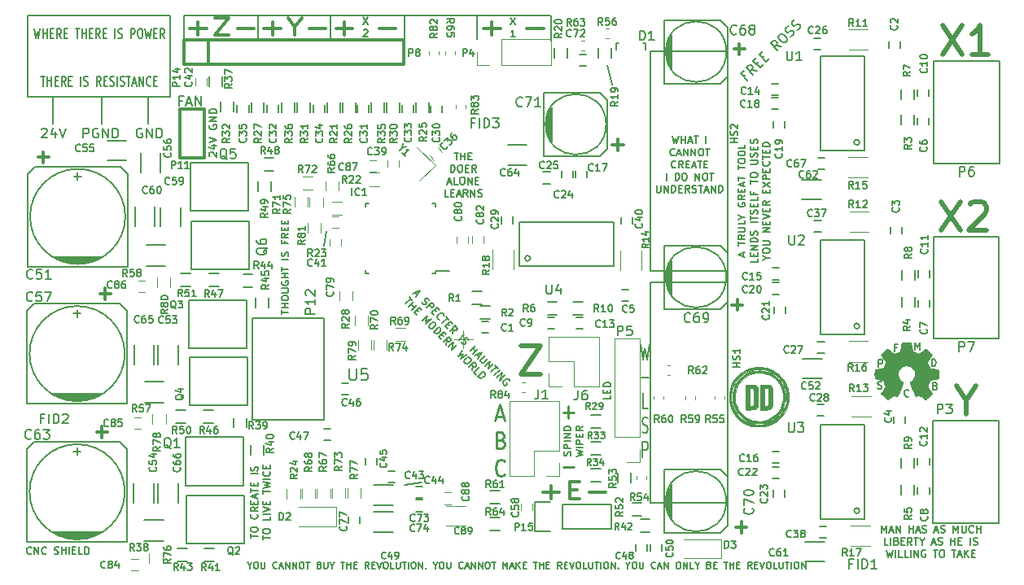
<source format=gto>
G04 #@! TF.GenerationSoftware,KiCad,Pcbnew,(5.1.5-0)*
G04 #@! TF.CreationDate,2020-08-20T14:13:21-04:00*
G04 #@! TF.ProjectId,GrBLDC,4772424c-4443-42e6-9b69-6361645f7063,rev?*
G04 #@! TF.SameCoordinates,PX5a7646cPY8128a60*
G04 #@! TF.FileFunction,Legend,Top*
G04 #@! TF.FilePolarity,Positive*
%FSLAX46Y46*%
G04 Gerber Fmt 4.6, Leading zero omitted, Abs format (unit mm)*
G04 Created by KiCad (PCBNEW (5.1.5-0)) date 2020-08-20 14:13:21*
%MOMM*%
%LPD*%
G04 APERTURE LIST*
%ADD10C,0.150000*%
%ADD11C,0.100000*%
%ADD12C,0.250000*%
%ADD13C,0.300000*%
%ADD14C,0.200000*%
%ADD15C,0.025400*%
%ADD16C,0.500000*%
%ADD17C,0.152400*%
%ADD18C,0.127000*%
%ADD19C,0.010000*%
%ADD20C,0.120000*%
%ADD21C,0.304800*%
%ADD22C,0.149860*%
G04 APERTURE END LIST*
D10*
X42164000Y10160000D02*
X40386000Y9906000D01*
X75580000Y33694286D02*
X75580000Y34051429D01*
X75794285Y33622858D02*
X75044285Y33872858D01*
X75794285Y34122858D01*
X75044285Y34837143D02*
X75044285Y35265715D01*
X75794285Y35051429D02*
X75044285Y35051429D01*
X75794285Y35944286D02*
X75437142Y35694286D01*
X75794285Y35515715D02*
X75044285Y35515715D01*
X75044285Y35801429D01*
X75080000Y35872858D01*
X75115714Y35908572D01*
X75187142Y35944286D01*
X75294285Y35944286D01*
X75365714Y35908572D01*
X75401428Y35872858D01*
X75437142Y35801429D01*
X75437142Y35515715D01*
X75044285Y36265715D02*
X75651428Y36265715D01*
X75722857Y36301429D01*
X75758571Y36337143D01*
X75794285Y36408572D01*
X75794285Y36551429D01*
X75758571Y36622858D01*
X75722857Y36658572D01*
X75651428Y36694286D01*
X75044285Y36694286D01*
X75794285Y37408572D02*
X75794285Y37051429D01*
X75044285Y37051429D01*
X75437142Y37801429D02*
X75794285Y37801429D01*
X75044285Y37551429D02*
X75437142Y37801429D01*
X75044285Y38051429D01*
X75080000Y39265715D02*
X75044285Y39194286D01*
X75044285Y39087143D01*
X75080000Y38980000D01*
X75151428Y38908572D01*
X75222857Y38872858D01*
X75365714Y38837143D01*
X75472857Y38837143D01*
X75615714Y38872858D01*
X75687142Y38908572D01*
X75758571Y38980000D01*
X75794285Y39087143D01*
X75794285Y39158572D01*
X75758571Y39265715D01*
X75722857Y39301429D01*
X75472857Y39301429D01*
X75472857Y39158572D01*
X75794285Y40051429D02*
X75437142Y39801429D01*
X75794285Y39622858D02*
X75044285Y39622858D01*
X75044285Y39908572D01*
X75080000Y39980000D01*
X75115714Y40015715D01*
X75187142Y40051429D01*
X75294285Y40051429D01*
X75365714Y40015715D01*
X75401428Y39980000D01*
X75437142Y39908572D01*
X75437142Y39622858D01*
X75401428Y40372858D02*
X75401428Y40622858D01*
X75794285Y40730000D02*
X75794285Y40372858D01*
X75044285Y40372858D01*
X75044285Y40730000D01*
X75580000Y41015715D02*
X75580000Y41372858D01*
X75794285Y40944286D02*
X75044285Y41194286D01*
X75794285Y41444286D01*
X75044285Y41587143D02*
X75044285Y42015715D01*
X75794285Y41801429D02*
X75044285Y41801429D01*
X75044285Y42730000D02*
X75044285Y43158572D01*
X75794285Y42944286D02*
X75044285Y42944286D01*
X75044285Y43551429D02*
X75044285Y43694286D01*
X75080000Y43765715D01*
X75151428Y43837143D01*
X75294285Y43872858D01*
X75544285Y43872858D01*
X75687142Y43837143D01*
X75758571Y43765715D01*
X75794285Y43694286D01*
X75794285Y43551429D01*
X75758571Y43480000D01*
X75687142Y43408572D01*
X75544285Y43372858D01*
X75294285Y43372858D01*
X75151428Y43408572D01*
X75080000Y43480000D01*
X75044285Y43551429D01*
X75044285Y44337143D02*
X75044285Y44480000D01*
X75080000Y44551429D01*
X75151428Y44622858D01*
X75294285Y44658572D01*
X75544285Y44658572D01*
X75687142Y44622858D01*
X75758571Y44551429D01*
X75794285Y44480000D01*
X75794285Y44337143D01*
X75758571Y44265715D01*
X75687142Y44194286D01*
X75544285Y44158572D01*
X75294285Y44158572D01*
X75151428Y44194286D01*
X75080000Y44265715D01*
X75044285Y44337143D01*
X75794285Y45337143D02*
X75794285Y44980000D01*
X75044285Y44980000D01*
X77069285Y33480000D02*
X77069285Y33122858D01*
X76319285Y33122858D01*
X76676428Y33730000D02*
X76676428Y33980000D01*
X77069285Y34087143D02*
X77069285Y33730000D01*
X76319285Y33730000D01*
X76319285Y34087143D01*
X77069285Y34408572D02*
X76319285Y34408572D01*
X77069285Y34837143D01*
X76319285Y34837143D01*
X77069285Y35194286D02*
X76319285Y35194286D01*
X76319285Y35372858D01*
X76355000Y35480000D01*
X76426428Y35551429D01*
X76497857Y35587143D01*
X76640714Y35622858D01*
X76747857Y35622858D01*
X76890714Y35587143D01*
X76962142Y35551429D01*
X77033571Y35480000D01*
X77069285Y35372858D01*
X77069285Y35194286D01*
X77033571Y35908572D02*
X77069285Y36015715D01*
X77069285Y36194286D01*
X77033571Y36265715D01*
X76997857Y36301429D01*
X76926428Y36337143D01*
X76855000Y36337143D01*
X76783571Y36301429D01*
X76747857Y36265715D01*
X76712142Y36194286D01*
X76676428Y36051429D01*
X76640714Y35980000D01*
X76605000Y35944286D01*
X76533571Y35908572D01*
X76462142Y35908572D01*
X76390714Y35944286D01*
X76355000Y35980000D01*
X76319285Y36051429D01*
X76319285Y36230000D01*
X76355000Y36337143D01*
X77069285Y37230000D02*
X76319285Y37230000D01*
X76319285Y37480000D02*
X76319285Y37908572D01*
X77069285Y37694286D02*
X76319285Y37694286D01*
X77033571Y38122858D02*
X77069285Y38230000D01*
X77069285Y38408572D01*
X77033571Y38480000D01*
X76997857Y38515715D01*
X76926428Y38551429D01*
X76855000Y38551429D01*
X76783571Y38515715D01*
X76747857Y38480000D01*
X76712142Y38408572D01*
X76676428Y38265715D01*
X76640714Y38194286D01*
X76605000Y38158572D01*
X76533571Y38122858D01*
X76462142Y38122858D01*
X76390714Y38158572D01*
X76355000Y38194286D01*
X76319285Y38265715D01*
X76319285Y38444286D01*
X76355000Y38551429D01*
X76676428Y38872858D02*
X76676428Y39122858D01*
X77069285Y39230000D02*
X77069285Y38872858D01*
X76319285Y38872858D01*
X76319285Y39230000D01*
X77069285Y39908572D02*
X77069285Y39551429D01*
X76319285Y39551429D01*
X76676428Y40408572D02*
X76676428Y40158572D01*
X77069285Y40158572D02*
X76319285Y40158572D01*
X76319285Y40515715D01*
X76319285Y41265715D02*
X76319285Y41694286D01*
X77069285Y41480000D02*
X76319285Y41480000D01*
X76319285Y42087143D02*
X76319285Y42230000D01*
X76355000Y42301429D01*
X76426428Y42372858D01*
X76569285Y42408572D01*
X76819285Y42408572D01*
X76962142Y42372858D01*
X77033571Y42301429D01*
X77069285Y42230000D01*
X77069285Y42087143D01*
X77033571Y42015715D01*
X76962142Y41944286D01*
X76819285Y41908572D01*
X76569285Y41908572D01*
X76426428Y41944286D01*
X76355000Y42015715D01*
X76319285Y42087143D01*
X76319285Y43301429D02*
X76926428Y43301429D01*
X76997857Y43337143D01*
X77033571Y43372858D01*
X77069285Y43444286D01*
X77069285Y43587143D01*
X77033571Y43658572D01*
X76997857Y43694286D01*
X76926428Y43730000D01*
X76319285Y43730000D01*
X77033571Y44051429D02*
X77069285Y44158572D01*
X77069285Y44337143D01*
X77033571Y44408572D01*
X76997857Y44444286D01*
X76926428Y44480000D01*
X76855000Y44480000D01*
X76783571Y44444286D01*
X76747857Y44408572D01*
X76712142Y44337143D01*
X76676428Y44194286D01*
X76640714Y44122858D01*
X76605000Y44087143D01*
X76533571Y44051429D01*
X76462142Y44051429D01*
X76390714Y44087143D01*
X76355000Y44122858D01*
X76319285Y44194286D01*
X76319285Y44372858D01*
X76355000Y44480000D01*
X76676428Y44801429D02*
X76676428Y45051429D01*
X77069285Y45158572D02*
X77069285Y44801429D01*
X76319285Y44801429D01*
X76319285Y45158572D01*
X77033571Y45444286D02*
X77069285Y45551429D01*
X77069285Y45730000D01*
X77033571Y45801429D01*
X76997857Y45837143D01*
X76926428Y45872858D01*
X76855000Y45872858D01*
X76783571Y45837143D01*
X76747857Y45801429D01*
X76712142Y45730000D01*
X76676428Y45587143D01*
X76640714Y45515715D01*
X76605000Y45480000D01*
X76533571Y45444286D01*
X76462142Y45444286D01*
X76390714Y45480000D01*
X76355000Y45515715D01*
X76319285Y45587143D01*
X76319285Y45765715D01*
X76355000Y45872858D01*
X77987142Y33569286D02*
X78344285Y33569286D01*
X77594285Y33319286D02*
X77987142Y33569286D01*
X77594285Y33819286D01*
X77594285Y34212143D02*
X77594285Y34355000D01*
X77630000Y34426429D01*
X77701428Y34497858D01*
X77844285Y34533572D01*
X78094285Y34533572D01*
X78237142Y34497858D01*
X78308571Y34426429D01*
X78344285Y34355000D01*
X78344285Y34212143D01*
X78308571Y34140715D01*
X78237142Y34069286D01*
X78094285Y34033572D01*
X77844285Y34033572D01*
X77701428Y34069286D01*
X77630000Y34140715D01*
X77594285Y34212143D01*
X77594285Y34855000D02*
X78201428Y34855000D01*
X78272857Y34890715D01*
X78308571Y34926429D01*
X78344285Y34997858D01*
X78344285Y35140715D01*
X78308571Y35212143D01*
X78272857Y35247858D01*
X78201428Y35283572D01*
X77594285Y35283572D01*
X78344285Y36212143D02*
X77594285Y36212143D01*
X78344285Y36640715D01*
X77594285Y36640715D01*
X77951428Y36997858D02*
X77951428Y37247858D01*
X78344285Y37355000D02*
X78344285Y36997858D01*
X77594285Y36997858D01*
X77594285Y37355000D01*
X77594285Y37569286D02*
X78344285Y37819286D01*
X77594285Y38069286D01*
X77951428Y38319286D02*
X77951428Y38569286D01*
X78344285Y38676429D02*
X78344285Y38319286D01*
X77594285Y38319286D01*
X77594285Y38676429D01*
X78344285Y39426429D02*
X77987142Y39176429D01*
X78344285Y38997858D02*
X77594285Y38997858D01*
X77594285Y39283572D01*
X77630000Y39355000D01*
X77665714Y39390715D01*
X77737142Y39426429D01*
X77844285Y39426429D01*
X77915714Y39390715D01*
X77951428Y39355000D01*
X77987142Y39283572D01*
X77987142Y38997858D01*
X77951428Y40319286D02*
X77951428Y40569286D01*
X78344285Y40676429D02*
X78344285Y40319286D01*
X77594285Y40319286D01*
X77594285Y40676429D01*
X77594285Y40926429D02*
X78344285Y41426429D01*
X77594285Y41426429D02*
X78344285Y40926429D01*
X78344285Y41712143D02*
X77594285Y41712143D01*
X77594285Y41997858D01*
X77630000Y42069286D01*
X77665714Y42105000D01*
X77737142Y42140715D01*
X77844285Y42140715D01*
X77915714Y42105000D01*
X77951428Y42069286D01*
X77987142Y41997858D01*
X77987142Y41712143D01*
X77951428Y42462143D02*
X77951428Y42712143D01*
X78344285Y42819286D02*
X78344285Y42462143D01*
X77594285Y42462143D01*
X77594285Y42819286D01*
X78272857Y43569286D02*
X78308571Y43533572D01*
X78344285Y43426429D01*
X78344285Y43355000D01*
X78308571Y43247858D01*
X78237142Y43176429D01*
X78165714Y43140715D01*
X78022857Y43105000D01*
X77915714Y43105000D01*
X77772857Y43140715D01*
X77701428Y43176429D01*
X77630000Y43247858D01*
X77594285Y43355000D01*
X77594285Y43426429D01*
X77630000Y43533572D01*
X77665714Y43569286D01*
X77594285Y43783572D02*
X77594285Y44212143D01*
X78344285Y43997858D02*
X77594285Y43997858D01*
X77951428Y44462143D02*
X77951428Y44712143D01*
X78344285Y44819286D02*
X78344285Y44462143D01*
X77594285Y44462143D01*
X77594285Y44819286D01*
X78344285Y45140715D02*
X77594285Y45140715D01*
X77594285Y45319286D01*
X77630000Y45426429D01*
X77701428Y45497858D01*
X77772857Y45533572D01*
X77915714Y45569286D01*
X78022857Y45569286D01*
X78165714Y45533572D01*
X78237142Y45497858D01*
X78308571Y45426429D01*
X78344285Y45319286D01*
X78344285Y45140715D01*
D11*
X45547619Y25081429D02*
X47452380Y25081429D01*
X46500000Y24129048D02*
X46500000Y26033810D01*
D10*
X32004000Y34798000D02*
X32258000Y36322000D01*
X75876439Y52609455D02*
X75640736Y52373753D01*
X76011126Y52003363D02*
X75304019Y52710470D01*
X75640736Y53047188D01*
X77021278Y53013516D02*
X76448859Y53114531D01*
X76617217Y52609455D02*
X75910111Y53316562D01*
X76179485Y53585936D01*
X76280500Y53619608D01*
X76347843Y53619608D01*
X76448859Y53585936D01*
X76549874Y53484921D01*
X76583546Y53383905D01*
X76583546Y53316562D01*
X76549874Y53215547D01*
X76280500Y52946173D01*
X76953935Y53686951D02*
X77189637Y53922653D01*
X77661042Y53653279D02*
X77324324Y53316562D01*
X76617217Y54023669D01*
X76953935Y54360386D01*
X77593698Y54326714D02*
X77829400Y54562417D01*
X78300805Y54293043D02*
X77964087Y53956325D01*
X77256981Y54663432D01*
X77593698Y55000149D01*
X79546660Y55538897D02*
X78974240Y55639913D01*
X79142599Y55134836D02*
X78435492Y55841943D01*
X78704866Y56111317D01*
X78805881Y56144989D01*
X78873225Y56144989D01*
X78974240Y56111317D01*
X79075255Y56010302D01*
X79108927Y55909287D01*
X79108927Y55841943D01*
X79075255Y55740928D01*
X78805881Y55471554D01*
X79277286Y56683737D02*
X79411973Y56818424D01*
X79512988Y56852096D01*
X79647675Y56852096D01*
X79816034Y56751080D01*
X80051736Y56515378D01*
X80152751Y56347019D01*
X80152751Y56212332D01*
X80119079Y56111317D01*
X79984392Y55976630D01*
X79883377Y55942958D01*
X79748690Y55942958D01*
X79580331Y56043974D01*
X79344629Y56279676D01*
X79243614Y56448035D01*
X79243614Y56582722D01*
X79277286Y56683737D01*
X80523140Y56582722D02*
X80657827Y56650065D01*
X80826186Y56818424D01*
X80859858Y56919439D01*
X80859858Y56986783D01*
X80826186Y57087798D01*
X80758843Y57155141D01*
X80657827Y57188813D01*
X80590484Y57188813D01*
X80489469Y57155141D01*
X80321110Y57054126D01*
X80220095Y57020454D01*
X80152751Y57020454D01*
X80051736Y57054126D01*
X79984392Y57121470D01*
X79950721Y57222485D01*
X79950721Y57289828D01*
X79984392Y57390844D01*
X80152751Y57559202D01*
X80287438Y57626546D01*
X81196575Y57256157D02*
X81331263Y57323500D01*
X81499621Y57491859D01*
X81533293Y57592874D01*
X81533293Y57660218D01*
X81499621Y57761233D01*
X81432278Y57828576D01*
X81331263Y57862248D01*
X81263919Y57862248D01*
X81162904Y57828576D01*
X80994545Y57727561D01*
X80893530Y57693889D01*
X80826186Y57693889D01*
X80725171Y57727561D01*
X80657827Y57794905D01*
X80624156Y57895920D01*
X80624156Y57963264D01*
X80657827Y58064279D01*
X80826186Y58232638D01*
X80960873Y58299981D01*
X27549285Y27681429D02*
X27549285Y28110000D01*
X28299285Y27895715D02*
X27549285Y27895715D01*
X28299285Y28360000D02*
X27549285Y28360000D01*
X27906428Y28360000D02*
X27906428Y28788572D01*
X28299285Y28788572D02*
X27549285Y28788572D01*
X27549285Y29288572D02*
X27549285Y29431429D01*
X27585000Y29502858D01*
X27656428Y29574286D01*
X27799285Y29610000D01*
X28049285Y29610000D01*
X28192142Y29574286D01*
X28263571Y29502858D01*
X28299285Y29431429D01*
X28299285Y29288572D01*
X28263571Y29217143D01*
X28192142Y29145715D01*
X28049285Y29110000D01*
X27799285Y29110000D01*
X27656428Y29145715D01*
X27585000Y29217143D01*
X27549285Y29288572D01*
X27549285Y29931429D02*
X28156428Y29931429D01*
X28227857Y29967143D01*
X28263571Y30002858D01*
X28299285Y30074286D01*
X28299285Y30217143D01*
X28263571Y30288572D01*
X28227857Y30324286D01*
X28156428Y30360000D01*
X27549285Y30360000D01*
X27585000Y31110000D02*
X27549285Y31038572D01*
X27549285Y30931429D01*
X27585000Y30824286D01*
X27656428Y30752858D01*
X27727857Y30717143D01*
X27870714Y30681429D01*
X27977857Y30681429D01*
X28120714Y30717143D01*
X28192142Y30752858D01*
X28263571Y30824286D01*
X28299285Y30931429D01*
X28299285Y31002858D01*
X28263571Y31110000D01*
X28227857Y31145715D01*
X27977857Y31145715D01*
X27977857Y31002858D01*
X28299285Y31467143D02*
X27549285Y31467143D01*
X27906428Y31467143D02*
X27906428Y31895715D01*
X28299285Y31895715D02*
X27549285Y31895715D01*
X27549285Y32145715D02*
X27549285Y32574286D01*
X28299285Y32360000D02*
X27549285Y32360000D01*
X28299285Y33395715D02*
X27549285Y33395715D01*
X28263571Y33717143D02*
X28299285Y33824286D01*
X28299285Y34002858D01*
X28263571Y34074286D01*
X28227857Y34110000D01*
X28156428Y34145715D01*
X28085000Y34145715D01*
X28013571Y34110000D01*
X27977857Y34074286D01*
X27942142Y34002858D01*
X27906428Y33860000D01*
X27870714Y33788572D01*
X27835000Y33752858D01*
X27763571Y33717143D01*
X27692142Y33717143D01*
X27620714Y33752858D01*
X27585000Y33788572D01*
X27549285Y33860000D01*
X27549285Y34038572D01*
X27585000Y34145715D01*
X27906428Y35288572D02*
X27906428Y35038572D01*
X28299285Y35038572D02*
X27549285Y35038572D01*
X27549285Y35395715D01*
X28299285Y36110000D02*
X27942142Y35860000D01*
X28299285Y35681429D02*
X27549285Y35681429D01*
X27549285Y35967143D01*
X27585000Y36038572D01*
X27620714Y36074286D01*
X27692142Y36110000D01*
X27799285Y36110000D01*
X27870714Y36074286D01*
X27906428Y36038572D01*
X27942142Y35967143D01*
X27942142Y35681429D01*
X27906428Y36431429D02*
X27906428Y36681429D01*
X28299285Y36788572D02*
X28299285Y36431429D01*
X27549285Y36431429D01*
X27549285Y36788572D01*
X27906428Y37110000D02*
X27906428Y37360000D01*
X28299285Y37467143D02*
X28299285Y37110000D01*
X27549285Y37110000D01*
X27549285Y37467143D01*
X89969285Y4935715D02*
X89969285Y5685715D01*
X90219285Y5150000D01*
X90469285Y5685715D01*
X90469285Y4935715D01*
X90790714Y5150000D02*
X91147857Y5150000D01*
X90719285Y4935715D02*
X90969285Y5685715D01*
X91219285Y4935715D01*
X91469285Y4935715D02*
X91469285Y5685715D01*
X91897857Y4935715D01*
X91897857Y5685715D01*
X92826428Y4935715D02*
X92826428Y5685715D01*
X92826428Y5328572D02*
X93255000Y5328572D01*
X93255000Y4935715D02*
X93255000Y5685715D01*
X93576428Y5150000D02*
X93933571Y5150000D01*
X93505000Y4935715D02*
X93755000Y5685715D01*
X94005000Y4935715D01*
X94219285Y4971429D02*
X94326428Y4935715D01*
X94505000Y4935715D01*
X94576428Y4971429D01*
X94612142Y5007143D01*
X94647857Y5078572D01*
X94647857Y5150000D01*
X94612142Y5221429D01*
X94576428Y5257143D01*
X94505000Y5292858D01*
X94362142Y5328572D01*
X94290714Y5364286D01*
X94255000Y5400000D01*
X94219285Y5471429D01*
X94219285Y5542858D01*
X94255000Y5614286D01*
X94290714Y5650000D01*
X94362142Y5685715D01*
X94540714Y5685715D01*
X94647857Y5650000D01*
X95505000Y5150000D02*
X95862142Y5150000D01*
X95433571Y4935715D02*
X95683571Y5685715D01*
X95933571Y4935715D01*
X96147857Y4971429D02*
X96255000Y4935715D01*
X96433571Y4935715D01*
X96505000Y4971429D01*
X96540714Y5007143D01*
X96576428Y5078572D01*
X96576428Y5150000D01*
X96540714Y5221429D01*
X96505000Y5257143D01*
X96433571Y5292858D01*
X96290714Y5328572D01*
X96219285Y5364286D01*
X96183571Y5400000D01*
X96147857Y5471429D01*
X96147857Y5542858D01*
X96183571Y5614286D01*
X96219285Y5650000D01*
X96290714Y5685715D01*
X96469285Y5685715D01*
X96576428Y5650000D01*
X97469285Y4935715D02*
X97469285Y5685715D01*
X97719285Y5150000D01*
X97969285Y5685715D01*
X97969285Y4935715D01*
X98326428Y5685715D02*
X98326428Y5078572D01*
X98362142Y5007143D01*
X98397857Y4971429D01*
X98469285Y4935715D01*
X98612142Y4935715D01*
X98683571Y4971429D01*
X98719285Y5007143D01*
X98755000Y5078572D01*
X98755000Y5685715D01*
X99540714Y5007143D02*
X99505000Y4971429D01*
X99397857Y4935715D01*
X99326428Y4935715D01*
X99219285Y4971429D01*
X99147857Y5042858D01*
X99112142Y5114286D01*
X99076428Y5257143D01*
X99076428Y5364286D01*
X99112142Y5507143D01*
X99147857Y5578572D01*
X99219285Y5650000D01*
X99326428Y5685715D01*
X99397857Y5685715D01*
X99505000Y5650000D01*
X99540714Y5614286D01*
X99862142Y4935715D02*
X99862142Y5685715D01*
X99862142Y5328572D02*
X100290714Y5328572D01*
X100290714Y4935715D02*
X100290714Y5685715D01*
X90683571Y3660715D02*
X90326428Y3660715D01*
X90326428Y4410715D01*
X90933571Y3660715D02*
X90933571Y4410715D01*
X91540714Y4053572D02*
X91647857Y4017858D01*
X91683571Y3982143D01*
X91719285Y3910715D01*
X91719285Y3803572D01*
X91683571Y3732143D01*
X91647857Y3696429D01*
X91576428Y3660715D01*
X91290714Y3660715D01*
X91290714Y4410715D01*
X91540714Y4410715D01*
X91612142Y4375000D01*
X91647857Y4339286D01*
X91683571Y4267858D01*
X91683571Y4196429D01*
X91647857Y4125000D01*
X91612142Y4089286D01*
X91540714Y4053572D01*
X91290714Y4053572D01*
X92040714Y4053572D02*
X92290714Y4053572D01*
X92397857Y3660715D02*
X92040714Y3660715D01*
X92040714Y4410715D01*
X92397857Y4410715D01*
X93147857Y3660715D02*
X92897857Y4017858D01*
X92719285Y3660715D02*
X92719285Y4410715D01*
X93005000Y4410715D01*
X93076428Y4375000D01*
X93112142Y4339286D01*
X93147857Y4267858D01*
X93147857Y4160715D01*
X93112142Y4089286D01*
X93076428Y4053572D01*
X93005000Y4017858D01*
X92719285Y4017858D01*
X93362142Y4410715D02*
X93790714Y4410715D01*
X93576428Y3660715D02*
X93576428Y4410715D01*
X94183571Y4017858D02*
X94183571Y3660715D01*
X93933571Y4410715D02*
X94183571Y4017858D01*
X94433571Y4410715D01*
X95219285Y3875000D02*
X95576428Y3875000D01*
X95147857Y3660715D02*
X95397857Y4410715D01*
X95647857Y3660715D01*
X95862142Y3696429D02*
X95969285Y3660715D01*
X96147857Y3660715D01*
X96219285Y3696429D01*
X96255000Y3732143D01*
X96290714Y3803572D01*
X96290714Y3875000D01*
X96255000Y3946429D01*
X96219285Y3982143D01*
X96147857Y4017858D01*
X96005000Y4053572D01*
X95933571Y4089286D01*
X95897857Y4125000D01*
X95862142Y4196429D01*
X95862142Y4267858D01*
X95897857Y4339286D01*
X95933571Y4375000D01*
X96005000Y4410715D01*
X96183571Y4410715D01*
X96290714Y4375000D01*
X97183571Y3660715D02*
X97183571Y4410715D01*
X97183571Y4053572D02*
X97612142Y4053572D01*
X97612142Y3660715D02*
X97612142Y4410715D01*
X97969285Y4053572D02*
X98219285Y4053572D01*
X98326428Y3660715D02*
X97969285Y3660715D01*
X97969285Y4410715D01*
X98326428Y4410715D01*
X99219285Y3660715D02*
X99219285Y4410715D01*
X99540714Y3696429D02*
X99647857Y3660715D01*
X99826428Y3660715D01*
X99897857Y3696429D01*
X99933571Y3732143D01*
X99969285Y3803572D01*
X99969285Y3875000D01*
X99933571Y3946429D01*
X99897857Y3982143D01*
X99826428Y4017858D01*
X99683571Y4053572D01*
X99612142Y4089286D01*
X99576428Y4125000D01*
X99540714Y4196429D01*
X99540714Y4267858D01*
X99576428Y4339286D01*
X99612142Y4375000D01*
X99683571Y4410715D01*
X99862142Y4410715D01*
X99969285Y4375000D01*
X90505000Y3135715D02*
X90683571Y2385715D01*
X90826428Y2921429D01*
X90969285Y2385715D01*
X91147857Y3135715D01*
X91433571Y2385715D02*
X91433571Y3135715D01*
X92147857Y2385715D02*
X91790714Y2385715D01*
X91790714Y3135715D01*
X92755000Y2385715D02*
X92397857Y2385715D01*
X92397857Y3135715D01*
X93005000Y2385715D02*
X93005000Y3135715D01*
X93362142Y2385715D02*
X93362142Y3135715D01*
X93790714Y2385715D01*
X93790714Y3135715D01*
X94540714Y3100000D02*
X94469285Y3135715D01*
X94362142Y3135715D01*
X94255000Y3100000D01*
X94183571Y3028572D01*
X94147857Y2957143D01*
X94112142Y2814286D01*
X94112142Y2707143D01*
X94147857Y2564286D01*
X94183571Y2492858D01*
X94255000Y2421429D01*
X94362142Y2385715D01*
X94433571Y2385715D01*
X94540714Y2421429D01*
X94576428Y2457143D01*
X94576428Y2707143D01*
X94433571Y2707143D01*
X95362142Y3135715D02*
X95790714Y3135715D01*
X95576428Y2385715D02*
X95576428Y3135715D01*
X96183571Y3135715D02*
X96326428Y3135715D01*
X96397857Y3100000D01*
X96469285Y3028572D01*
X96505000Y2885715D01*
X96505000Y2635715D01*
X96469285Y2492858D01*
X96397857Y2421429D01*
X96326428Y2385715D01*
X96183571Y2385715D01*
X96112142Y2421429D01*
X96040714Y2492858D01*
X96005000Y2635715D01*
X96005000Y2885715D01*
X96040714Y3028572D01*
X96112142Y3100000D01*
X96183571Y3135715D01*
X97290714Y3135715D02*
X97719285Y3135715D01*
X97505000Y2385715D02*
X97505000Y3135715D01*
X97933571Y2600000D02*
X98290714Y2600000D01*
X97862142Y2385715D02*
X98112142Y3135715D01*
X98362142Y2385715D01*
X98612142Y2385715D02*
X98612142Y3135715D01*
X99040714Y2385715D02*
X98719285Y2814286D01*
X99040714Y3135715D02*
X98612142Y2707143D01*
X99362142Y2778572D02*
X99612142Y2778572D01*
X99719285Y2385715D02*
X99362142Y2385715D01*
X99362142Y3135715D01*
X99719285Y3135715D01*
X41426350Y29910435D02*
X41678888Y29657897D01*
X41224320Y29809420D02*
X41931427Y30162973D01*
X41577873Y29455866D01*
X42158711Y28925536D02*
X42209219Y28824521D01*
X42335488Y28698252D01*
X42411249Y28672998D01*
X42461757Y28672998D01*
X42537518Y28698252D01*
X42588026Y28748760D01*
X42613280Y28824521D01*
X42613280Y28875029D01*
X42588026Y28950790D01*
X42512264Y29077059D01*
X42487010Y29152821D01*
X42487010Y29203328D01*
X42512264Y29279090D01*
X42562772Y29329597D01*
X42638533Y29354851D01*
X42689041Y29354851D01*
X42764802Y29329597D01*
X42891072Y29203328D01*
X42941579Y29102313D01*
X42663787Y28369952D02*
X43194117Y28900282D01*
X43396148Y28698252D01*
X43421402Y28622490D01*
X43421402Y28571983D01*
X43396148Y28496221D01*
X43320386Y28420460D01*
X43244625Y28395206D01*
X43194117Y28395206D01*
X43118356Y28420460D01*
X42916325Y28622490D01*
X43471909Y28117414D02*
X43648686Y27940638D01*
X43446655Y27587084D02*
X43194117Y27839622D01*
X43724447Y28369952D01*
X43976985Y28117414D01*
X44027493Y27107262D02*
X43976985Y27107262D01*
X43875970Y27157769D01*
X43825463Y27208277D01*
X43774955Y27309292D01*
X43774955Y27410307D01*
X43800209Y27486069D01*
X43875970Y27612338D01*
X43951732Y27688099D01*
X44078001Y27763861D01*
X44153762Y27789115D01*
X44254777Y27789115D01*
X44355793Y27738607D01*
X44406300Y27688099D01*
X44456808Y27587084D01*
X44456808Y27536577D01*
X44658838Y27435561D02*
X44961884Y27132515D01*
X44280031Y26753708D02*
X44810361Y27284038D01*
X44886123Y26703201D02*
X45062899Y26526424D01*
X44860869Y26172871D02*
X44608331Y26425409D01*
X45138661Y26955739D01*
X45391199Y26703201D01*
X45391199Y25642540D02*
X45466960Y26071855D01*
X45088153Y25945586D02*
X45618483Y26475916D01*
X45820514Y26273886D01*
X45845768Y26198124D01*
X45845768Y26147617D01*
X45820514Y26071855D01*
X45744752Y25996094D01*
X45668991Y25970840D01*
X45618483Y25970840D01*
X45542722Y25996094D01*
X45340691Y26198124D01*
X46022544Y25011195D02*
X46552874Y25541525D01*
X46275083Y24809165D02*
X46325590Y24708149D01*
X46451859Y24581880D01*
X46527621Y24556627D01*
X46578128Y24556627D01*
X46653890Y24581880D01*
X46704397Y24632388D01*
X46729651Y24708149D01*
X46729651Y24758657D01*
X46704397Y24834418D01*
X46628636Y24960688D01*
X46603382Y25036449D01*
X46603382Y25086957D01*
X46628636Y25162718D01*
X46679144Y25213226D01*
X46754905Y25238479D01*
X46805413Y25238479D01*
X46881174Y25213226D01*
X47007443Y25086957D01*
X47057951Y24985941D01*
X47184220Y23849520D02*
X47714550Y24379850D01*
X47462012Y24127312D02*
X47765058Y23824266D01*
X47487266Y23546474D02*
X48017596Y24076804D01*
X47866073Y23470713D02*
X48118611Y23218174D01*
X47664042Y23369697D02*
X48371149Y23723251D01*
X48017596Y23016144D01*
X48724702Y23369697D02*
X48295388Y22940382D01*
X48270134Y22864621D01*
X48270134Y22814113D01*
X48295388Y22738352D01*
X48396403Y22637337D01*
X48472164Y22612083D01*
X48522672Y22612083D01*
X48598433Y22637337D01*
X49027748Y23066651D01*
X48749956Y22283783D02*
X49280286Y22814113D01*
X49053002Y21980738D01*
X49583332Y22511068D01*
X49760109Y22334291D02*
X50063155Y22031245D01*
X49381302Y21652438D02*
X49911632Y22182768D01*
X49709601Y21324138D02*
X50239931Y21854468D01*
X49962139Y21071600D02*
X50492469Y21601930D01*
X50265185Y20768554D01*
X50795515Y21298885D01*
X51300591Y20743301D02*
X51275338Y20819062D01*
X51199576Y20894824D01*
X51098561Y20945331D01*
X50997546Y20945331D01*
X50921784Y20920077D01*
X50795515Y20844316D01*
X50719754Y20768554D01*
X50643992Y20642285D01*
X50618738Y20566524D01*
X50618738Y20465509D01*
X50669246Y20364493D01*
X50719754Y20313986D01*
X50820769Y20263478D01*
X50871277Y20263478D01*
X51048053Y20440255D01*
X50947038Y20541270D01*
X40853089Y29438189D02*
X41156135Y29135143D01*
X40474282Y28756336D02*
X41004612Y29286666D01*
X40802581Y28428036D02*
X41332911Y28958366D01*
X41080373Y28705828D02*
X41383419Y28402782D01*
X41105627Y28124991D02*
X41635957Y28655321D01*
X41635957Y28150244D02*
X41812734Y27973468D01*
X41610703Y27619914D02*
X41358165Y27872452D01*
X41888495Y28402782D01*
X42141033Y28150244D01*
X42242049Y26988569D02*
X42772379Y27518899D01*
X42570348Y26963315D01*
X43125932Y27165346D01*
X42595602Y26635016D01*
X43479486Y26811792D02*
X43580501Y26710777D01*
X43605755Y26635016D01*
X43605755Y26534000D01*
X43529993Y26407731D01*
X43353216Y26230954D01*
X43226947Y26155193D01*
X43125932Y26155193D01*
X43050171Y26180447D01*
X42949155Y26281462D01*
X42923902Y26357224D01*
X42923902Y26458239D01*
X42999663Y26584508D01*
X43176440Y26761285D01*
X43302709Y26837046D01*
X43403724Y26837046D01*
X43479486Y26811792D01*
X43403724Y25826893D02*
X43934054Y26357224D01*
X44060323Y26230954D01*
X44110831Y26129939D01*
X44110831Y26028924D01*
X44085577Y25953163D01*
X44009816Y25826893D01*
X43934054Y25751132D01*
X43807785Y25675371D01*
X43732024Y25650117D01*
X43631008Y25650117D01*
X43529993Y25700624D01*
X43403724Y25826893D01*
X44211846Y25574355D02*
X44388623Y25397579D01*
X44186592Y25044025D02*
X43934054Y25296563D01*
X44464384Y25826893D01*
X44716922Y25574355D01*
X44716922Y24513695D02*
X44792684Y24943010D01*
X44413877Y24816741D02*
X44944207Y25347071D01*
X45146237Y25145041D01*
X45171491Y25069279D01*
X45171491Y25018771D01*
X45146237Y24943010D01*
X45070476Y24867249D01*
X44994714Y24841995D01*
X44944207Y24841995D01*
X44868445Y24867249D01*
X44666415Y25069279D01*
X44944207Y24286411D02*
X45474537Y24816741D01*
X45247252Y23983365D01*
X45777583Y24513695D01*
X46383674Y23907604D02*
X45979613Y23251004D01*
X46459436Y23528796D01*
X46181644Y23048974D01*
X46838243Y23453035D01*
X47141288Y23149989D02*
X47242304Y23048974D01*
X47267558Y22973213D01*
X47267558Y22872197D01*
X47191796Y22745928D01*
X47015019Y22569152D01*
X46888750Y22493390D01*
X46787735Y22493390D01*
X46711974Y22518644D01*
X46610958Y22619659D01*
X46585705Y22695421D01*
X46585705Y22796436D01*
X46661466Y22922705D01*
X46838243Y23099482D01*
X46964512Y23175243D01*
X47065527Y23175243D01*
X47141288Y23149989D01*
X47368573Y21862045D02*
X47444334Y22291360D01*
X47065527Y22165090D02*
X47595857Y22695421D01*
X47797888Y22493390D01*
X47823141Y22417629D01*
X47823141Y22367121D01*
X47797888Y22291360D01*
X47722126Y22215598D01*
X47646365Y22190344D01*
X47595857Y22190344D01*
X47520096Y22215598D01*
X47318065Y22417629D01*
X47848395Y21382222D02*
X47595857Y21634760D01*
X48126187Y22165090D01*
X48025172Y21205446D02*
X48555502Y21735776D01*
X48681771Y21609507D01*
X48732279Y21508491D01*
X48732279Y21407476D01*
X48707025Y21331715D01*
X48631263Y21205446D01*
X48555502Y21129684D01*
X48429233Y21053923D01*
X48353472Y21028669D01*
X48252456Y21028669D01*
X48151441Y21079177D01*
X48025172Y21205446D01*
X24236000Y1540667D02*
X24236000Y1207334D01*
X24002666Y1907334D02*
X24236000Y1540667D01*
X24469333Y1907334D01*
X24836000Y1907334D02*
X24969333Y1907334D01*
X25036000Y1874000D01*
X25102666Y1807334D01*
X25136000Y1674000D01*
X25136000Y1440667D01*
X25102666Y1307334D01*
X25036000Y1240667D01*
X24969333Y1207334D01*
X24836000Y1207334D01*
X24769333Y1240667D01*
X24702666Y1307334D01*
X24669333Y1440667D01*
X24669333Y1674000D01*
X24702666Y1807334D01*
X24769333Y1874000D01*
X24836000Y1907334D01*
X25436000Y1907334D02*
X25436000Y1340667D01*
X25469333Y1274000D01*
X25502666Y1240667D01*
X25569333Y1207334D01*
X25702666Y1207334D01*
X25769333Y1240667D01*
X25802666Y1274000D01*
X25836000Y1340667D01*
X25836000Y1907334D01*
X27102666Y1274000D02*
X27069333Y1240667D01*
X26969333Y1207334D01*
X26902666Y1207334D01*
X26802666Y1240667D01*
X26736000Y1307334D01*
X26702666Y1374000D01*
X26669333Y1507334D01*
X26669333Y1607334D01*
X26702666Y1740667D01*
X26736000Y1807334D01*
X26802666Y1874000D01*
X26902666Y1907334D01*
X26969333Y1907334D01*
X27069333Y1874000D01*
X27102666Y1840667D01*
X27369333Y1407334D02*
X27702666Y1407334D01*
X27302666Y1207334D02*
X27536000Y1907334D01*
X27769333Y1207334D01*
X28002666Y1207334D02*
X28002666Y1907334D01*
X28402666Y1207334D01*
X28402666Y1907334D01*
X28736000Y1207334D02*
X28736000Y1907334D01*
X29136000Y1207334D01*
X29136000Y1907334D01*
X29602666Y1907334D02*
X29736000Y1907334D01*
X29802666Y1874000D01*
X29869333Y1807334D01*
X29902666Y1674000D01*
X29902666Y1440667D01*
X29869333Y1307334D01*
X29802666Y1240667D01*
X29736000Y1207334D01*
X29602666Y1207334D01*
X29536000Y1240667D01*
X29469333Y1307334D01*
X29436000Y1440667D01*
X29436000Y1674000D01*
X29469333Y1807334D01*
X29536000Y1874000D01*
X29602666Y1907334D01*
X30102666Y1907334D02*
X30502666Y1907334D01*
X30302666Y1207334D02*
X30302666Y1907334D01*
X31502666Y1574000D02*
X31602666Y1540667D01*
X31636000Y1507334D01*
X31669333Y1440667D01*
X31669333Y1340667D01*
X31636000Y1274000D01*
X31602666Y1240667D01*
X31536000Y1207334D01*
X31269333Y1207334D01*
X31269333Y1907334D01*
X31502666Y1907334D01*
X31569333Y1874000D01*
X31602666Y1840667D01*
X31636000Y1774000D01*
X31636000Y1707334D01*
X31602666Y1640667D01*
X31569333Y1607334D01*
X31502666Y1574000D01*
X31269333Y1574000D01*
X31969333Y1907334D02*
X31969333Y1340667D01*
X32002666Y1274000D01*
X32036000Y1240667D01*
X32102666Y1207334D01*
X32236000Y1207334D01*
X32302666Y1240667D01*
X32336000Y1274000D01*
X32369333Y1340667D01*
X32369333Y1907334D01*
X32836000Y1540667D02*
X32836000Y1207334D01*
X32602666Y1907334D02*
X32836000Y1540667D01*
X33069333Y1907334D01*
X33736000Y1907334D02*
X34136000Y1907334D01*
X33936000Y1207334D02*
X33936000Y1907334D01*
X34369333Y1207334D02*
X34369333Y1907334D01*
X34369333Y1574000D02*
X34769333Y1574000D01*
X34769333Y1207334D02*
X34769333Y1907334D01*
X35102666Y1574000D02*
X35336000Y1574000D01*
X35436000Y1207334D02*
X35102666Y1207334D01*
X35102666Y1907334D01*
X35436000Y1907334D01*
X36669333Y1207334D02*
X36436000Y1540667D01*
X36269333Y1207334D02*
X36269333Y1907334D01*
X36536000Y1907334D01*
X36602666Y1874000D01*
X36636000Y1840667D01*
X36669333Y1774000D01*
X36669333Y1674000D01*
X36636000Y1607334D01*
X36602666Y1574000D01*
X36536000Y1540667D01*
X36269333Y1540667D01*
X36969333Y1574000D02*
X37202666Y1574000D01*
X37302666Y1207334D02*
X36969333Y1207334D01*
X36969333Y1907334D01*
X37302666Y1907334D01*
X37502666Y1907334D02*
X37736000Y1207334D01*
X37969333Y1907334D01*
X38336000Y1907334D02*
X38469333Y1907334D01*
X38536000Y1874000D01*
X38602666Y1807334D01*
X38636000Y1674000D01*
X38636000Y1440667D01*
X38602666Y1307334D01*
X38536000Y1240667D01*
X38469333Y1207334D01*
X38336000Y1207334D01*
X38269333Y1240667D01*
X38202666Y1307334D01*
X38169333Y1440667D01*
X38169333Y1674000D01*
X38202666Y1807334D01*
X38269333Y1874000D01*
X38336000Y1907334D01*
X39269333Y1207334D02*
X38936000Y1207334D01*
X38936000Y1907334D01*
X39502666Y1907334D02*
X39502666Y1340667D01*
X39536000Y1274000D01*
X39569333Y1240667D01*
X39636000Y1207334D01*
X39769333Y1207334D01*
X39836000Y1240667D01*
X39869333Y1274000D01*
X39902666Y1340667D01*
X39902666Y1907334D01*
X40136000Y1907334D02*
X40536000Y1907334D01*
X40336000Y1207334D02*
X40336000Y1907334D01*
X40769333Y1207334D02*
X40769333Y1907334D01*
X41236000Y1907334D02*
X41369333Y1907334D01*
X41436000Y1874000D01*
X41502666Y1807334D01*
X41536000Y1674000D01*
X41536000Y1440667D01*
X41502666Y1307334D01*
X41436000Y1240667D01*
X41369333Y1207334D01*
X41236000Y1207334D01*
X41169333Y1240667D01*
X41102666Y1307334D01*
X41069333Y1440667D01*
X41069333Y1674000D01*
X41102666Y1807334D01*
X41169333Y1874000D01*
X41236000Y1907334D01*
X41836000Y1207334D02*
X41836000Y1907334D01*
X42236000Y1207334D01*
X42236000Y1907334D01*
X42569333Y1274000D02*
X42602666Y1240667D01*
X42569333Y1207334D01*
X42536000Y1240667D01*
X42569333Y1274000D01*
X42569333Y1207334D01*
X43569333Y1540667D02*
X43569333Y1207334D01*
X43336000Y1907334D02*
X43569333Y1540667D01*
X43802666Y1907334D01*
X44169333Y1907334D02*
X44302666Y1907334D01*
X44369333Y1874000D01*
X44436000Y1807334D01*
X44469333Y1674000D01*
X44469333Y1440667D01*
X44436000Y1307334D01*
X44369333Y1240667D01*
X44302666Y1207334D01*
X44169333Y1207334D01*
X44102666Y1240667D01*
X44036000Y1307334D01*
X44002666Y1440667D01*
X44002666Y1674000D01*
X44036000Y1807334D01*
X44102666Y1874000D01*
X44169333Y1907334D01*
X44769333Y1907334D02*
X44769333Y1340667D01*
X44802666Y1274000D01*
X44836000Y1240667D01*
X44902666Y1207334D01*
X45036000Y1207334D01*
X45102666Y1240667D01*
X45136000Y1274000D01*
X45169333Y1340667D01*
X45169333Y1907334D01*
X46436000Y1274000D02*
X46402666Y1240667D01*
X46302666Y1207334D01*
X46236000Y1207334D01*
X46136000Y1240667D01*
X46069333Y1307334D01*
X46036000Y1374000D01*
X46002666Y1507334D01*
X46002666Y1607334D01*
X46036000Y1740667D01*
X46069333Y1807334D01*
X46136000Y1874000D01*
X46236000Y1907334D01*
X46302666Y1907334D01*
X46402666Y1874000D01*
X46436000Y1840667D01*
X46702666Y1407334D02*
X47036000Y1407334D01*
X46636000Y1207334D02*
X46869333Y1907334D01*
X47102666Y1207334D01*
X47336000Y1207334D02*
X47336000Y1907334D01*
X47736000Y1207334D01*
X47736000Y1907334D01*
X48069333Y1207334D02*
X48069333Y1907334D01*
X48469333Y1207334D01*
X48469333Y1907334D01*
X48936000Y1907334D02*
X49069333Y1907334D01*
X49136000Y1874000D01*
X49202666Y1807334D01*
X49236000Y1674000D01*
X49236000Y1440667D01*
X49202666Y1307334D01*
X49136000Y1240667D01*
X49069333Y1207334D01*
X48936000Y1207334D01*
X48869333Y1240667D01*
X48802666Y1307334D01*
X48769333Y1440667D01*
X48769333Y1674000D01*
X48802666Y1807334D01*
X48869333Y1874000D01*
X48936000Y1907334D01*
X49436000Y1907334D02*
X49836000Y1907334D01*
X49636000Y1207334D02*
X49636000Y1907334D01*
X50602666Y1207334D02*
X50602666Y1907334D01*
X50836000Y1407334D01*
X51069333Y1907334D01*
X51069333Y1207334D01*
X51369333Y1407334D02*
X51702666Y1407334D01*
X51302666Y1207334D02*
X51536000Y1907334D01*
X51769333Y1207334D01*
X52002666Y1207334D02*
X52002666Y1907334D01*
X52402666Y1207334D02*
X52102666Y1607334D01*
X52402666Y1907334D02*
X52002666Y1507334D01*
X52702666Y1574000D02*
X52936000Y1574000D01*
X53036000Y1207334D02*
X52702666Y1207334D01*
X52702666Y1907334D01*
X53036000Y1907334D01*
X53769333Y1907334D02*
X54169333Y1907334D01*
X53969333Y1207334D02*
X53969333Y1907334D01*
X54402666Y1207334D02*
X54402666Y1907334D01*
X54402666Y1574000D02*
X54802666Y1574000D01*
X54802666Y1207334D02*
X54802666Y1907334D01*
X55136000Y1574000D02*
X55369333Y1574000D01*
X55469333Y1207334D02*
X55136000Y1207334D01*
X55136000Y1907334D01*
X55469333Y1907334D01*
X56702666Y1207334D02*
X56469333Y1540667D01*
X56302666Y1207334D02*
X56302666Y1907334D01*
X56569333Y1907334D01*
X56635999Y1874000D01*
X56669333Y1840667D01*
X56702666Y1774000D01*
X56702666Y1674000D01*
X56669333Y1607334D01*
X56635999Y1574000D01*
X56569333Y1540667D01*
X56302666Y1540667D01*
X57002666Y1574000D02*
X57235999Y1574000D01*
X57335999Y1207334D02*
X57002666Y1207334D01*
X57002666Y1907334D01*
X57335999Y1907334D01*
X57535999Y1907334D02*
X57769333Y1207334D01*
X58002666Y1907334D01*
X58369333Y1907334D02*
X58502666Y1907334D01*
X58569333Y1874000D01*
X58635999Y1807334D01*
X58669333Y1674000D01*
X58669333Y1440667D01*
X58635999Y1307334D01*
X58569333Y1240667D01*
X58502666Y1207334D01*
X58369333Y1207334D01*
X58302666Y1240667D01*
X58235999Y1307334D01*
X58202666Y1440667D01*
X58202666Y1674000D01*
X58235999Y1807334D01*
X58302666Y1874000D01*
X58369333Y1907334D01*
X59302666Y1207334D02*
X58969333Y1207334D01*
X58969333Y1907334D01*
X59535999Y1907334D02*
X59535999Y1340667D01*
X59569333Y1274000D01*
X59602666Y1240667D01*
X59669333Y1207334D01*
X59802666Y1207334D01*
X59869333Y1240667D01*
X59902666Y1274000D01*
X59935999Y1340667D01*
X59935999Y1907334D01*
X60169333Y1907334D02*
X60569333Y1907334D01*
X60369333Y1207334D02*
X60369333Y1907334D01*
X60802666Y1207334D02*
X60802666Y1907334D01*
X61269333Y1907334D02*
X61402666Y1907334D01*
X61469333Y1874000D01*
X61536000Y1807334D01*
X61569333Y1674000D01*
X61569333Y1440667D01*
X61536000Y1307334D01*
X61469333Y1240667D01*
X61402666Y1207334D01*
X61269333Y1207334D01*
X61202666Y1240667D01*
X61136000Y1307334D01*
X61102666Y1440667D01*
X61102666Y1674000D01*
X61136000Y1807334D01*
X61202666Y1874000D01*
X61269333Y1907334D01*
X61869333Y1207334D02*
X61869333Y1907334D01*
X62269333Y1207334D01*
X62269333Y1907334D01*
X62602666Y1274000D02*
X62636000Y1240667D01*
X62602666Y1207334D01*
X62569333Y1240667D01*
X62602666Y1274000D01*
X62602666Y1207334D01*
X63602666Y1540667D02*
X63602666Y1207334D01*
X63369333Y1907334D02*
X63602666Y1540667D01*
X63836000Y1907334D01*
X64202666Y1907334D02*
X64336000Y1907334D01*
X64402666Y1874000D01*
X64469333Y1807334D01*
X64502666Y1674000D01*
X64502666Y1440667D01*
X64469333Y1307334D01*
X64402666Y1240667D01*
X64336000Y1207334D01*
X64202666Y1207334D01*
X64136000Y1240667D01*
X64069333Y1307334D01*
X64036000Y1440667D01*
X64036000Y1674000D01*
X64069333Y1807334D01*
X64136000Y1874000D01*
X64202666Y1907334D01*
X64802666Y1907334D02*
X64802666Y1340667D01*
X64836000Y1274000D01*
X64869333Y1240667D01*
X64936000Y1207334D01*
X65069333Y1207334D01*
X65136000Y1240667D01*
X65169333Y1274000D01*
X65202666Y1340667D01*
X65202666Y1907334D01*
X66469333Y1274000D02*
X66436000Y1240667D01*
X66336000Y1207334D01*
X66269333Y1207334D01*
X66169333Y1240667D01*
X66102666Y1307334D01*
X66069333Y1374000D01*
X66036000Y1507334D01*
X66036000Y1607334D01*
X66069333Y1740667D01*
X66102666Y1807334D01*
X66169333Y1874000D01*
X66269333Y1907334D01*
X66336000Y1907334D01*
X66436000Y1874000D01*
X66469333Y1840667D01*
X66736000Y1407334D02*
X67069333Y1407334D01*
X66669333Y1207334D02*
X66902666Y1907334D01*
X67136000Y1207334D01*
X67369333Y1207334D02*
X67369333Y1907334D01*
X67769333Y1207334D01*
X67769333Y1907334D01*
X68769333Y1907334D02*
X68902666Y1907334D01*
X68969333Y1874000D01*
X69036000Y1807334D01*
X69069333Y1674000D01*
X69069333Y1440667D01*
X69036000Y1307334D01*
X68969333Y1240667D01*
X68902666Y1207334D01*
X68769333Y1207334D01*
X68702666Y1240667D01*
X68636000Y1307334D01*
X68602666Y1440667D01*
X68602666Y1674000D01*
X68636000Y1807334D01*
X68702666Y1874000D01*
X68769333Y1907334D01*
X69369333Y1207334D02*
X69369333Y1907334D01*
X69769333Y1207334D01*
X69769333Y1907334D01*
X70436000Y1207334D02*
X70102666Y1207334D01*
X70102666Y1907334D01*
X70802666Y1540667D02*
X70802666Y1207334D01*
X70569333Y1907334D02*
X70802666Y1540667D01*
X71036000Y1907334D01*
X72036000Y1574000D02*
X72136000Y1540667D01*
X72169333Y1507334D01*
X72202666Y1440667D01*
X72202666Y1340667D01*
X72169333Y1274000D01*
X72136000Y1240667D01*
X72069333Y1207334D01*
X71802666Y1207334D01*
X71802666Y1907334D01*
X72036000Y1907334D01*
X72102666Y1874000D01*
X72136000Y1840667D01*
X72169333Y1774000D01*
X72169333Y1707334D01*
X72136000Y1640667D01*
X72102666Y1607334D01*
X72036000Y1574000D01*
X71802666Y1574000D01*
X72502666Y1574000D02*
X72736000Y1574000D01*
X72836000Y1207334D02*
X72502666Y1207334D01*
X72502666Y1907334D01*
X72836000Y1907334D01*
X73569333Y1907334D02*
X73969333Y1907334D01*
X73769333Y1207334D02*
X73769333Y1907334D01*
X74202666Y1207334D02*
X74202666Y1907334D01*
X74202666Y1574000D02*
X74602666Y1574000D01*
X74602666Y1207334D02*
X74602666Y1907334D01*
X74936000Y1574000D02*
X75169333Y1574000D01*
X75269333Y1207334D02*
X74936000Y1207334D01*
X74936000Y1907334D01*
X75269333Y1907334D01*
X76502666Y1207334D02*
X76269333Y1540667D01*
X76102666Y1207334D02*
X76102666Y1907334D01*
X76369333Y1907334D01*
X76436000Y1874000D01*
X76469333Y1840667D01*
X76502666Y1774000D01*
X76502666Y1674000D01*
X76469333Y1607334D01*
X76436000Y1574000D01*
X76369333Y1540667D01*
X76102666Y1540667D01*
X76802666Y1574000D02*
X77036000Y1574000D01*
X77136000Y1207334D02*
X76802666Y1207334D01*
X76802666Y1907334D01*
X77136000Y1907334D01*
X77336000Y1907334D02*
X77569333Y1207334D01*
X77802666Y1907334D01*
X78169333Y1907334D02*
X78302666Y1907334D01*
X78369333Y1874000D01*
X78436000Y1807334D01*
X78469333Y1674000D01*
X78469333Y1440667D01*
X78436000Y1307334D01*
X78369333Y1240667D01*
X78302666Y1207334D01*
X78169333Y1207334D01*
X78102666Y1240667D01*
X78036000Y1307334D01*
X78002666Y1440667D01*
X78002666Y1674000D01*
X78036000Y1807334D01*
X78102666Y1874000D01*
X78169333Y1907334D01*
X79102666Y1207334D02*
X78769333Y1207334D01*
X78769333Y1907334D01*
X79336000Y1907334D02*
X79336000Y1340667D01*
X79369333Y1274000D01*
X79402666Y1240667D01*
X79469333Y1207334D01*
X79602666Y1207334D01*
X79669333Y1240667D01*
X79702666Y1274000D01*
X79736000Y1340667D01*
X79736000Y1907334D01*
X79969333Y1907334D02*
X80369333Y1907334D01*
X80169333Y1207334D02*
X80169333Y1907334D01*
X80602666Y1207334D02*
X80602666Y1907334D01*
X81069333Y1907334D02*
X81202666Y1907334D01*
X81269333Y1874000D01*
X81336000Y1807334D01*
X81369333Y1674000D01*
X81369333Y1440667D01*
X81336000Y1307334D01*
X81269333Y1240667D01*
X81202666Y1207334D01*
X81069333Y1207334D01*
X81002666Y1240667D01*
X80936000Y1307334D01*
X80902666Y1440667D01*
X80902666Y1674000D01*
X80936000Y1807334D01*
X81002666Y1874000D01*
X81069333Y1907334D01*
X81669333Y1207334D02*
X81669333Y1907334D01*
X82069333Y1207334D01*
X82069333Y1907334D01*
X1550142Y2780143D02*
X1514428Y2744429D01*
X1407285Y2708715D01*
X1335857Y2708715D01*
X1228714Y2744429D01*
X1157285Y2815858D01*
X1121571Y2887286D01*
X1085857Y3030143D01*
X1085857Y3137286D01*
X1121571Y3280143D01*
X1157285Y3351572D01*
X1228714Y3423000D01*
X1335857Y3458715D01*
X1407285Y3458715D01*
X1514428Y3423000D01*
X1550142Y3387286D01*
X1871571Y2708715D02*
X1871571Y3458715D01*
X2300142Y2708715D01*
X2300142Y3458715D01*
X3085857Y2780143D02*
X3050142Y2744429D01*
X2943000Y2708715D01*
X2871571Y2708715D01*
X2764428Y2744429D01*
X2693000Y2815858D01*
X2657285Y2887286D01*
X2621571Y3030143D01*
X2621571Y3137286D01*
X2657285Y3280143D01*
X2693000Y3351572D01*
X2764428Y3423000D01*
X2871571Y3458715D01*
X2943000Y3458715D01*
X3050142Y3423000D01*
X3085857Y3387286D01*
X3943000Y2744429D02*
X4050142Y2708715D01*
X4228714Y2708715D01*
X4300142Y2744429D01*
X4335857Y2780143D01*
X4371571Y2851572D01*
X4371571Y2923000D01*
X4335857Y2994429D01*
X4300142Y3030143D01*
X4228714Y3065858D01*
X4085857Y3101572D01*
X4014428Y3137286D01*
X3978714Y3173000D01*
X3943000Y3244429D01*
X3943000Y3315858D01*
X3978714Y3387286D01*
X4014428Y3423000D01*
X4085857Y3458715D01*
X4264428Y3458715D01*
X4371571Y3423000D01*
X4693000Y2708715D02*
X4693000Y3458715D01*
X4693000Y3101572D02*
X5121571Y3101572D01*
X5121571Y2708715D02*
X5121571Y3458715D01*
X5478714Y2708715D02*
X5478714Y3458715D01*
X5835857Y3101572D02*
X6085857Y3101572D01*
X6193000Y2708715D02*
X5835857Y2708715D01*
X5835857Y3458715D01*
X6193000Y3458715D01*
X6871571Y2708715D02*
X6514428Y2708715D01*
X6514428Y3458715D01*
X7121571Y2708715D02*
X7121571Y3458715D01*
X7300142Y3458715D01*
X7407285Y3423000D01*
X7478714Y3351572D01*
X7514428Y3280143D01*
X7550142Y3137286D01*
X7550142Y3030143D01*
X7514428Y2887286D01*
X7478714Y2815858D01*
X7407285Y2744429D01*
X7300142Y2708715D01*
X7121571Y2708715D01*
X92802142Y19162143D02*
X92766428Y19126429D01*
X92659285Y19090715D01*
X92587857Y19090715D01*
X92480714Y19126429D01*
X92409285Y19197858D01*
X92373571Y19269286D01*
X92337857Y19412143D01*
X92337857Y19519286D01*
X92373571Y19662143D01*
X92409285Y19733572D01*
X92480714Y19805000D01*
X92587857Y19840715D01*
X92659285Y19840715D01*
X92766428Y19805000D01*
X92802142Y19769286D01*
X95553571Y20213572D02*
X95660714Y20177858D01*
X95696428Y20142143D01*
X95732142Y20070715D01*
X95732142Y19963572D01*
X95696428Y19892143D01*
X95660714Y19856429D01*
X95589285Y19820715D01*
X95303571Y19820715D01*
X95303571Y20570715D01*
X95553571Y20570715D01*
X95625000Y20535000D01*
X95660714Y20499286D01*
X95696428Y20427858D01*
X95696428Y20356429D01*
X95660714Y20285000D01*
X95625000Y20249286D01*
X95553571Y20213572D01*
X95303571Y20213572D01*
X95193571Y22270715D02*
X95193571Y23020715D01*
X95372142Y23020715D01*
X95479285Y22985000D01*
X95550714Y22913572D01*
X95586428Y22842143D01*
X95622142Y22699286D01*
X95622142Y22592143D01*
X95586428Y22449286D01*
X95550714Y22377858D01*
X95479285Y22306429D01*
X95372142Y22270715D01*
X95193571Y22270715D01*
X93460000Y23990715D02*
X93460000Y24740715D01*
X93710000Y24205000D01*
X93960000Y24740715D01*
X93960000Y23990715D01*
X91577142Y24213572D02*
X91327142Y24213572D01*
X91327142Y23820715D02*
X91327142Y24570715D01*
X91684285Y24570715D01*
X89673571Y22190715D02*
X89673571Y22940715D01*
X89959285Y22940715D01*
X90030714Y22905000D01*
X90066428Y22869286D01*
X90102142Y22797858D01*
X90102142Y22690715D01*
X90066428Y22619286D01*
X90030714Y22583572D01*
X89959285Y22547858D01*
X89673571Y22547858D01*
X89575714Y19956429D02*
X89682857Y19920715D01*
X89861428Y19920715D01*
X89932857Y19956429D01*
X89968571Y19992143D01*
X90004285Y20063572D01*
X90004285Y20135000D01*
X89968571Y20206429D01*
X89932857Y20242143D01*
X89861428Y20277858D01*
X89718571Y20313572D01*
X89647142Y20349286D01*
X89611428Y20385000D01*
X89575714Y20456429D01*
X89575714Y20527858D01*
X89611428Y20599286D01*
X89647142Y20635000D01*
X89718571Y20670715D01*
X89897142Y20670715D01*
X90004285Y20635000D01*
X64951428Y24586191D02*
X65189523Y22986191D01*
X65380000Y24129048D01*
X65570476Y22986191D01*
X65808571Y24586191D01*
X64999047Y21045715D02*
X65760952Y21045715D01*
X65689523Y17886191D02*
X65213333Y17886191D01*
X65213333Y19486191D01*
X65094285Y15412381D02*
X65237142Y15336191D01*
X65475238Y15336191D01*
X65570476Y15412381D01*
X65618095Y15488572D01*
X65665714Y15640953D01*
X65665714Y15793334D01*
X65618095Y15945715D01*
X65570476Y16021905D01*
X65475238Y16098096D01*
X65284761Y16174286D01*
X65189523Y16250477D01*
X65141904Y16326667D01*
X65094285Y16479048D01*
X65094285Y16631429D01*
X65141904Y16783810D01*
X65189523Y16860000D01*
X65284761Y16936191D01*
X65522857Y16936191D01*
X65665714Y16860000D01*
X65118095Y12786191D02*
X65118095Y14386191D01*
X65499047Y14386191D01*
X65594285Y14310000D01*
X65641904Y14233810D01*
X65689523Y14081429D01*
X65689523Y13852858D01*
X65641904Y13700477D01*
X65594285Y13624286D01*
X65499047Y13548096D01*
X65118095Y13548096D01*
D12*
X56832571Y17482000D02*
X57975428Y17482000D01*
X57404000Y16815334D02*
X57404000Y18148667D01*
X56832571Y11732000D02*
X57975428Y11732000D01*
D10*
X57636071Y12944286D02*
X57671785Y13051429D01*
X57671785Y13230000D01*
X57636071Y13301429D01*
X57600357Y13337143D01*
X57528928Y13372858D01*
X57457500Y13372858D01*
X57386071Y13337143D01*
X57350357Y13301429D01*
X57314642Y13230000D01*
X57278928Y13087143D01*
X57243214Y13015715D01*
X57207500Y12980000D01*
X57136071Y12944286D01*
X57064642Y12944286D01*
X56993214Y12980000D01*
X56957500Y13015715D01*
X56921785Y13087143D01*
X56921785Y13265715D01*
X56957500Y13372858D01*
X57671785Y13694286D02*
X56921785Y13694286D01*
X56921785Y13980000D01*
X56957500Y14051429D01*
X56993214Y14087143D01*
X57064642Y14122858D01*
X57171785Y14122858D01*
X57243214Y14087143D01*
X57278928Y14051429D01*
X57314642Y13980000D01*
X57314642Y13694286D01*
X57671785Y14444286D02*
X56921785Y14444286D01*
X57671785Y14801429D02*
X56921785Y14801429D01*
X57671785Y15230000D01*
X56921785Y15230000D01*
X57671785Y15587143D02*
X56921785Y15587143D01*
X56921785Y15765715D01*
X56957500Y15872858D01*
X57028928Y15944286D01*
X57100357Y15980000D01*
X57243214Y16015715D01*
X57350357Y16015715D01*
X57493214Y15980000D01*
X57564642Y15944286D01*
X57636071Y15872858D01*
X57671785Y15765715D01*
X57671785Y15587143D01*
X58196785Y12890715D02*
X58946785Y13069286D01*
X58411071Y13212143D01*
X58946785Y13355000D01*
X58196785Y13533572D01*
X58946785Y13819286D02*
X58196785Y13819286D01*
X58946785Y14176429D02*
X58196785Y14176429D01*
X58196785Y14462143D01*
X58232500Y14533572D01*
X58268214Y14569286D01*
X58339642Y14605000D01*
X58446785Y14605000D01*
X58518214Y14569286D01*
X58553928Y14533572D01*
X58589642Y14462143D01*
X58589642Y14176429D01*
X58553928Y14926429D02*
X58553928Y15176429D01*
X58946785Y15283572D02*
X58946785Y14926429D01*
X58196785Y14926429D01*
X58196785Y15283572D01*
X58946785Y16033572D02*
X58589642Y15783572D01*
X58946785Y15605000D02*
X58196785Y15605000D01*
X58196785Y15890715D01*
X58232500Y15962143D01*
X58268214Y15997858D01*
X58339642Y16033572D01*
X58446785Y16033572D01*
X58518214Y15997858D01*
X58553928Y15962143D01*
X58589642Y15890715D01*
X58589642Y15605000D01*
D13*
X54740714Y9135000D02*
X56455000Y9135000D01*
X55597857Y8468334D02*
X55597857Y9801667D01*
X57526428Y9385000D02*
X58276428Y9385000D01*
X58597857Y8468334D02*
X57526428Y8468334D01*
X57526428Y10218334D01*
X58597857Y10218334D01*
X59562142Y9135000D02*
X61276428Y9135000D01*
D10*
X61976000Y51562000D02*
X61468000Y53594000D01*
D13*
X48605714Y57400000D02*
X50320000Y57400000D01*
X49462857Y56733334D02*
X49462857Y58066667D01*
X53105714Y57400000D02*
X54820000Y57400000D01*
D10*
X3810000Y47498000D02*
X3810000Y50292000D01*
X13716000Y47498000D02*
X13716000Y50292000D01*
X8890000Y47498000D02*
X8890000Y50292000D01*
X51400000Y58548215D02*
X51900000Y57798215D01*
X51900000Y58548215D02*
X51400000Y57798215D01*
X51864285Y56523215D02*
X51435714Y56523215D01*
X51650000Y56523215D02*
X51650000Y57273215D01*
X51578571Y57166072D01*
X51507142Y57094643D01*
X51435714Y57058929D01*
X36060000Y58598215D02*
X36560000Y57848215D01*
X36560000Y58598215D02*
X36060000Y57848215D01*
X36095714Y57251786D02*
X36131428Y57287500D01*
X36202857Y57323215D01*
X36381428Y57323215D01*
X36452857Y57287500D01*
X36488571Y57251786D01*
X36524285Y57180358D01*
X36524285Y57108929D01*
X36488571Y57001786D01*
X36060000Y56573215D01*
X36524285Y56573215D01*
X1832428Y57378620D02*
X2011000Y56378620D01*
X2153857Y57092905D01*
X2296714Y56378620D01*
X2475285Y57378620D01*
X2761000Y56378620D02*
X2761000Y57378620D01*
X2761000Y56902429D02*
X3189571Y56902429D01*
X3189571Y56378620D02*
X3189571Y57378620D01*
X3546714Y56902429D02*
X3796714Y56902429D01*
X3903857Y56378620D02*
X3546714Y56378620D01*
X3546714Y57378620D01*
X3903857Y57378620D01*
X4653857Y56378620D02*
X4403857Y56854810D01*
X4225285Y56378620D02*
X4225285Y57378620D01*
X4511000Y57378620D01*
X4582428Y57331000D01*
X4618142Y57283381D01*
X4653857Y57188143D01*
X4653857Y57045286D01*
X4618142Y56950048D01*
X4582428Y56902429D01*
X4511000Y56854810D01*
X4225285Y56854810D01*
X4975285Y56902429D02*
X5225285Y56902429D01*
X5332428Y56378620D02*
X4975285Y56378620D01*
X4975285Y57378620D01*
X5332428Y57378620D01*
X6118142Y57378620D02*
X6546714Y57378620D01*
X6332428Y56378620D02*
X6332428Y57378620D01*
X6796714Y56378620D02*
X6796714Y57378620D01*
X6796714Y56902429D02*
X7225285Y56902429D01*
X7225285Y56378620D02*
X7225285Y57378620D01*
X7582428Y56902429D02*
X7832428Y56902429D01*
X7939571Y56378620D02*
X7582428Y56378620D01*
X7582428Y57378620D01*
X7939571Y57378620D01*
X8689571Y56378620D02*
X8439571Y56854810D01*
X8261000Y56378620D02*
X8261000Y57378620D01*
X8546714Y57378620D01*
X8618142Y57331000D01*
X8653857Y57283381D01*
X8689571Y57188143D01*
X8689571Y57045286D01*
X8653857Y56950048D01*
X8618142Y56902429D01*
X8546714Y56854810D01*
X8261000Y56854810D01*
X9011000Y56902429D02*
X9261000Y56902429D01*
X9368142Y56378620D02*
X9011000Y56378620D01*
X9011000Y57378620D01*
X9368142Y57378620D01*
X10261000Y56378620D02*
X10261000Y57378620D01*
X10582428Y56426239D02*
X10689571Y56378620D01*
X10868142Y56378620D01*
X10939571Y56426239D01*
X10975285Y56473858D01*
X11011000Y56569096D01*
X11011000Y56664334D01*
X10975285Y56759572D01*
X10939571Y56807191D01*
X10868142Y56854810D01*
X10725285Y56902429D01*
X10653857Y56950048D01*
X10618142Y56997667D01*
X10582428Y57092905D01*
X10582428Y57188143D01*
X10618142Y57283381D01*
X10653857Y57331000D01*
X10725285Y57378620D01*
X10903857Y57378620D01*
X11011000Y57331000D01*
X11903857Y56378620D02*
X11903857Y57378620D01*
X12189571Y57378620D01*
X12261000Y57331000D01*
X12296714Y57283381D01*
X12332428Y57188143D01*
X12332428Y57045286D01*
X12296714Y56950048D01*
X12261000Y56902429D01*
X12189571Y56854810D01*
X11903857Y56854810D01*
X12796714Y57378620D02*
X12939571Y57378620D01*
X13011000Y57331000D01*
X13082428Y57235762D01*
X13118142Y57045286D01*
X13118142Y56711953D01*
X13082428Y56521477D01*
X13011000Y56426239D01*
X12939571Y56378620D01*
X12796714Y56378620D01*
X12725285Y56426239D01*
X12653857Y56521477D01*
X12618142Y56711953D01*
X12618142Y57045286D01*
X12653857Y57235762D01*
X12725285Y57331000D01*
X12796714Y57378620D01*
X13368142Y57378620D02*
X13546714Y56378620D01*
X13689571Y57092905D01*
X13832428Y56378620D01*
X14011000Y57378620D01*
X14296714Y56902429D02*
X14546714Y56902429D01*
X14653857Y56378620D02*
X14296714Y56378620D01*
X14296714Y57378620D01*
X14653857Y57378620D01*
X15403857Y56378620D02*
X15153857Y56854810D01*
X14975285Y56378620D02*
X14975285Y57378620D01*
X15261000Y57378620D01*
X15332428Y57331000D01*
X15368142Y57283381D01*
X15403857Y57188143D01*
X15403857Y57045286D01*
X15368142Y56950048D01*
X15332428Y56902429D01*
X15261000Y56854810D01*
X14975285Y56854810D01*
X2546714Y52428620D02*
X2975285Y52428620D01*
X2761000Y51428620D02*
X2761000Y52428620D01*
X3225285Y51428620D02*
X3225285Y52428620D01*
X3225285Y51952429D02*
X3653857Y51952429D01*
X3653857Y51428620D02*
X3653857Y52428620D01*
X4011000Y51952429D02*
X4261000Y51952429D01*
X4368142Y51428620D02*
X4011000Y51428620D01*
X4011000Y52428620D01*
X4368142Y52428620D01*
X5118142Y51428620D02*
X4868142Y51904810D01*
X4689571Y51428620D02*
X4689571Y52428620D01*
X4975285Y52428620D01*
X5046714Y52381000D01*
X5082428Y52333381D01*
X5118142Y52238143D01*
X5118142Y52095286D01*
X5082428Y52000048D01*
X5046714Y51952429D01*
X4975285Y51904810D01*
X4689571Y51904810D01*
X5439571Y51952429D02*
X5689571Y51952429D01*
X5796714Y51428620D02*
X5439571Y51428620D01*
X5439571Y52428620D01*
X5796714Y52428620D01*
X6689571Y51428620D02*
X6689571Y52428620D01*
X7011000Y51476239D02*
X7118142Y51428620D01*
X7296714Y51428620D01*
X7368142Y51476239D01*
X7403857Y51523858D01*
X7439571Y51619096D01*
X7439571Y51714334D01*
X7403857Y51809572D01*
X7368142Y51857191D01*
X7296714Y51904810D01*
X7153857Y51952429D01*
X7082428Y52000048D01*
X7046714Y52047667D01*
X7011000Y52142905D01*
X7011000Y52238143D01*
X7046714Y52333381D01*
X7082428Y52381000D01*
X7153857Y52428620D01*
X7332428Y52428620D01*
X7439571Y52381000D01*
X8761000Y51428620D02*
X8511000Y51904810D01*
X8332428Y51428620D02*
X8332428Y52428620D01*
X8618142Y52428620D01*
X8689571Y52381000D01*
X8725285Y52333381D01*
X8761000Y52238143D01*
X8761000Y52095286D01*
X8725285Y52000048D01*
X8689571Y51952429D01*
X8618142Y51904810D01*
X8332428Y51904810D01*
X9082428Y51952429D02*
X9332428Y51952429D01*
X9439571Y51428620D02*
X9082428Y51428620D01*
X9082428Y52428620D01*
X9439571Y52428620D01*
X9725285Y51476239D02*
X9832428Y51428620D01*
X10011000Y51428620D01*
X10082428Y51476239D01*
X10118142Y51523858D01*
X10153857Y51619096D01*
X10153857Y51714334D01*
X10118142Y51809572D01*
X10082428Y51857191D01*
X10011000Y51904810D01*
X9868142Y51952429D01*
X9796714Y52000048D01*
X9761000Y52047667D01*
X9725285Y52142905D01*
X9725285Y52238143D01*
X9761000Y52333381D01*
X9796714Y52381000D01*
X9868142Y52428620D01*
X10046714Y52428620D01*
X10153857Y52381000D01*
X10475285Y51428620D02*
X10475285Y52428620D01*
X10796714Y51476239D02*
X10903857Y51428620D01*
X11082428Y51428620D01*
X11153857Y51476239D01*
X11189571Y51523858D01*
X11225285Y51619096D01*
X11225285Y51714334D01*
X11189571Y51809572D01*
X11153857Y51857191D01*
X11082428Y51904810D01*
X10939571Y51952429D01*
X10868142Y52000048D01*
X10832428Y52047667D01*
X10796714Y52142905D01*
X10796714Y52238143D01*
X10832428Y52333381D01*
X10868142Y52381000D01*
X10939571Y52428620D01*
X11118142Y52428620D01*
X11225285Y52381000D01*
X11439571Y52428620D02*
X11868142Y52428620D01*
X11653857Y51428620D02*
X11653857Y52428620D01*
X12082428Y51714334D02*
X12439571Y51714334D01*
X12011000Y51428620D02*
X12261000Y52428620D01*
X12511000Y51428620D01*
X12761000Y51428620D02*
X12761000Y52428620D01*
X13189571Y51428620D01*
X13189571Y52428620D01*
X13975285Y51523858D02*
X13939571Y51476239D01*
X13832428Y51428620D01*
X13761000Y51428620D01*
X13653857Y51476239D01*
X13582428Y51571477D01*
X13546714Y51666715D01*
X13511000Y51857191D01*
X13511000Y52000048D01*
X13546714Y52190524D01*
X13582428Y52285762D01*
X13653857Y52381000D01*
X13761000Y52428620D01*
X13832428Y52428620D01*
X13939571Y52381000D01*
X13975285Y52333381D01*
X14296714Y51952429D02*
X14546714Y51952429D01*
X14653857Y51428620D02*
X14296714Y51428620D01*
X14296714Y52428620D01*
X14653857Y52428620D01*
X45535571Y44487215D02*
X45964142Y44487215D01*
X45749857Y43737215D02*
X45749857Y44487215D01*
X46214142Y43737215D02*
X46214142Y44487215D01*
X46214142Y44130072D02*
X46642714Y44130072D01*
X46642714Y43737215D02*
X46642714Y44487215D01*
X46999857Y44130072D02*
X47249857Y44130072D01*
X47357000Y43737215D02*
X46999857Y43737215D01*
X46999857Y44487215D01*
X47357000Y44487215D01*
X45178428Y42462215D02*
X45178428Y43212215D01*
X45357000Y43212215D01*
X45464142Y43176500D01*
X45535571Y43105072D01*
X45571285Y43033643D01*
X45607000Y42890786D01*
X45607000Y42783643D01*
X45571285Y42640786D01*
X45535571Y42569358D01*
X45464142Y42497929D01*
X45357000Y42462215D01*
X45178428Y42462215D01*
X46071285Y43212215D02*
X46214142Y43212215D01*
X46285571Y43176500D01*
X46357000Y43105072D01*
X46392714Y42962215D01*
X46392714Y42712215D01*
X46357000Y42569358D01*
X46285571Y42497929D01*
X46214142Y42462215D01*
X46071285Y42462215D01*
X45999857Y42497929D01*
X45928428Y42569358D01*
X45892714Y42712215D01*
X45892714Y42962215D01*
X45928428Y43105072D01*
X45999857Y43176500D01*
X46071285Y43212215D01*
X46714142Y42855072D02*
X46964142Y42855072D01*
X47071285Y42462215D02*
X46714142Y42462215D01*
X46714142Y43212215D01*
X47071285Y43212215D01*
X47821285Y42462215D02*
X47571285Y42819358D01*
X47392714Y42462215D02*
X47392714Y43212215D01*
X47678428Y43212215D01*
X47749857Y43176500D01*
X47785571Y43140786D01*
X47821285Y43069358D01*
X47821285Y42962215D01*
X47785571Y42890786D01*
X47749857Y42855072D01*
X47678428Y42819358D01*
X47392714Y42819358D01*
X44874857Y41401500D02*
X45232000Y41401500D01*
X44803428Y41187215D02*
X45053428Y41937215D01*
X45303428Y41187215D01*
X45910571Y41187215D02*
X45553428Y41187215D01*
X45553428Y41937215D01*
X46303428Y41937215D02*
X46446285Y41937215D01*
X46517714Y41901500D01*
X46589142Y41830072D01*
X46624857Y41687215D01*
X46624857Y41437215D01*
X46589142Y41294358D01*
X46517714Y41222929D01*
X46446285Y41187215D01*
X46303428Y41187215D01*
X46232000Y41222929D01*
X46160571Y41294358D01*
X46124857Y41437215D01*
X46124857Y41687215D01*
X46160571Y41830072D01*
X46232000Y41901500D01*
X46303428Y41937215D01*
X46946285Y41187215D02*
X46946285Y41937215D01*
X47374857Y41187215D01*
X47374857Y41937215D01*
X47732000Y41580072D02*
X47982000Y41580072D01*
X48089142Y41187215D02*
X47732000Y41187215D01*
X47732000Y41937215D01*
X48089142Y41937215D01*
X44928428Y39912215D02*
X44571285Y39912215D01*
X44571285Y40662215D01*
X45178428Y40305072D02*
X45428428Y40305072D01*
X45535571Y39912215D02*
X45178428Y39912215D01*
X45178428Y40662215D01*
X45535571Y40662215D01*
X45821285Y40126500D02*
X46178428Y40126500D01*
X45749857Y39912215D02*
X45999857Y40662215D01*
X46249857Y39912215D01*
X46928428Y39912215D02*
X46678428Y40269358D01*
X46499857Y39912215D02*
X46499857Y40662215D01*
X46785571Y40662215D01*
X46857000Y40626500D01*
X46892714Y40590786D01*
X46928428Y40519358D01*
X46928428Y40412215D01*
X46892714Y40340786D01*
X46857000Y40305072D01*
X46785571Y40269358D01*
X46499857Y40269358D01*
X47249857Y39912215D02*
X47249857Y40662215D01*
X47678428Y39912215D01*
X47678428Y40662215D01*
X47999857Y39947929D02*
X48107000Y39912215D01*
X48285571Y39912215D01*
X48357000Y39947929D01*
X48392714Y39983643D01*
X48428428Y40055072D01*
X48428428Y40126500D01*
X48392714Y40197929D01*
X48357000Y40233643D01*
X48285571Y40269358D01*
X48142714Y40305072D01*
X48071285Y40340786D01*
X48035571Y40376500D01*
X47999857Y40447929D01*
X47999857Y40519358D01*
X48035571Y40590786D01*
X48071285Y40626500D01*
X48142714Y40662215D01*
X48321285Y40662215D01*
X48428428Y40626500D01*
X68214285Y46190715D02*
X68392857Y45440715D01*
X68535714Y45976429D01*
X68678571Y45440715D01*
X68857142Y46190715D01*
X69142857Y45440715D02*
X69142857Y46190715D01*
X69142857Y45833572D02*
X69571428Y45833572D01*
X69571428Y45440715D02*
X69571428Y46190715D01*
X69892857Y45655000D02*
X70250000Y45655000D01*
X69821428Y45440715D02*
X70071428Y46190715D01*
X70321428Y45440715D01*
X70464285Y46190715D02*
X70892857Y46190715D01*
X70678571Y45440715D02*
X70678571Y46190715D01*
X71714285Y45440715D02*
X71714285Y46190715D01*
X68446428Y44237143D02*
X68410714Y44201429D01*
X68303571Y44165715D01*
X68232142Y44165715D01*
X68125000Y44201429D01*
X68053571Y44272858D01*
X68017857Y44344286D01*
X67982142Y44487143D01*
X67982142Y44594286D01*
X68017857Y44737143D01*
X68053571Y44808572D01*
X68125000Y44880000D01*
X68232142Y44915715D01*
X68303571Y44915715D01*
X68410714Y44880000D01*
X68446428Y44844286D01*
X68732142Y44380000D02*
X69089285Y44380000D01*
X68660714Y44165715D02*
X68910714Y44915715D01*
X69160714Y44165715D01*
X69410714Y44165715D02*
X69410714Y44915715D01*
X69839285Y44165715D01*
X69839285Y44915715D01*
X70196428Y44165715D02*
X70196428Y44915715D01*
X70625000Y44165715D01*
X70625000Y44915715D01*
X71125000Y44915715D02*
X71267857Y44915715D01*
X71339285Y44880000D01*
X71410714Y44808572D01*
X71446428Y44665715D01*
X71446428Y44415715D01*
X71410714Y44272858D01*
X71339285Y44201429D01*
X71267857Y44165715D01*
X71125000Y44165715D01*
X71053571Y44201429D01*
X70982142Y44272858D01*
X70946428Y44415715D01*
X70946428Y44665715D01*
X70982142Y44808572D01*
X71053571Y44880000D01*
X71125000Y44915715D01*
X71660714Y44915715D02*
X72089285Y44915715D01*
X71875000Y44165715D02*
X71875000Y44915715D01*
X68571428Y42962143D02*
X68535714Y42926429D01*
X68428571Y42890715D01*
X68357142Y42890715D01*
X68250000Y42926429D01*
X68178571Y42997858D01*
X68142857Y43069286D01*
X68107142Y43212143D01*
X68107142Y43319286D01*
X68142857Y43462143D01*
X68178571Y43533572D01*
X68250000Y43605000D01*
X68357142Y43640715D01*
X68428571Y43640715D01*
X68535714Y43605000D01*
X68571428Y43569286D01*
X69321428Y42890715D02*
X69071428Y43247858D01*
X68892857Y42890715D02*
X68892857Y43640715D01*
X69178571Y43640715D01*
X69250000Y43605000D01*
X69285714Y43569286D01*
X69321428Y43497858D01*
X69321428Y43390715D01*
X69285714Y43319286D01*
X69250000Y43283572D01*
X69178571Y43247858D01*
X68892857Y43247858D01*
X69642857Y43283572D02*
X69892857Y43283572D01*
X70000000Y42890715D02*
X69642857Y42890715D01*
X69642857Y43640715D01*
X70000000Y43640715D01*
X70285714Y43105000D02*
X70642857Y43105000D01*
X70214285Y42890715D02*
X70464285Y43640715D01*
X70714285Y42890715D01*
X70857142Y43640715D02*
X71285714Y43640715D01*
X71071428Y42890715D02*
X71071428Y43640715D01*
X71535714Y43283572D02*
X71785714Y43283572D01*
X71892857Y42890715D02*
X71535714Y42890715D01*
X71535714Y43640715D01*
X71892857Y43640715D01*
X67589285Y41615715D02*
X67589285Y42365715D01*
X68517857Y41615715D02*
X68517857Y42365715D01*
X68696428Y42365715D01*
X68803571Y42330000D01*
X68875000Y42258572D01*
X68910714Y42187143D01*
X68946428Y42044286D01*
X68946428Y41937143D01*
X68910714Y41794286D01*
X68875000Y41722858D01*
X68803571Y41651429D01*
X68696428Y41615715D01*
X68517857Y41615715D01*
X69410714Y42365715D02*
X69553571Y42365715D01*
X69625000Y42330000D01*
X69696428Y42258572D01*
X69732142Y42115715D01*
X69732142Y41865715D01*
X69696428Y41722858D01*
X69625000Y41651429D01*
X69553571Y41615715D01*
X69410714Y41615715D01*
X69339285Y41651429D01*
X69267857Y41722858D01*
X69232142Y41865715D01*
X69232142Y42115715D01*
X69267857Y42258572D01*
X69339285Y42330000D01*
X69410714Y42365715D01*
X70625000Y41615715D02*
X70625000Y42365715D01*
X71053571Y41615715D01*
X71053571Y42365715D01*
X71553571Y42365715D02*
X71696428Y42365715D01*
X71767857Y42330000D01*
X71839285Y42258572D01*
X71875000Y42115715D01*
X71875000Y41865715D01*
X71839285Y41722858D01*
X71767857Y41651429D01*
X71696428Y41615715D01*
X71553571Y41615715D01*
X71482142Y41651429D01*
X71410714Y41722858D01*
X71375000Y41865715D01*
X71375000Y42115715D01*
X71410714Y42258572D01*
X71482142Y42330000D01*
X71553571Y42365715D01*
X72089285Y42365715D02*
X72517857Y42365715D01*
X72303571Y41615715D02*
X72303571Y42365715D01*
X66571428Y41090715D02*
X66571428Y40483572D01*
X66607142Y40412143D01*
X66642857Y40376429D01*
X66714285Y40340715D01*
X66857142Y40340715D01*
X66928571Y40376429D01*
X66964285Y40412143D01*
X67000000Y40483572D01*
X67000000Y41090715D01*
X67357142Y40340715D02*
X67357142Y41090715D01*
X67785714Y40340715D01*
X67785714Y41090715D01*
X68142857Y40340715D02*
X68142857Y41090715D01*
X68321428Y41090715D01*
X68428571Y41055000D01*
X68500000Y40983572D01*
X68535714Y40912143D01*
X68571428Y40769286D01*
X68571428Y40662143D01*
X68535714Y40519286D01*
X68500000Y40447858D01*
X68428571Y40376429D01*
X68321428Y40340715D01*
X68142857Y40340715D01*
X68892857Y40733572D02*
X69142857Y40733572D01*
X69250000Y40340715D02*
X68892857Y40340715D01*
X68892857Y41090715D01*
X69250000Y41090715D01*
X70000000Y40340715D02*
X69750000Y40697858D01*
X69571428Y40340715D02*
X69571428Y41090715D01*
X69857142Y41090715D01*
X69928571Y41055000D01*
X69964285Y41019286D01*
X70000000Y40947858D01*
X70000000Y40840715D01*
X69964285Y40769286D01*
X69928571Y40733572D01*
X69857142Y40697858D01*
X69571428Y40697858D01*
X70285714Y40376429D02*
X70392857Y40340715D01*
X70571428Y40340715D01*
X70642857Y40376429D01*
X70678571Y40412143D01*
X70714285Y40483572D01*
X70714285Y40555000D01*
X70678571Y40626429D01*
X70642857Y40662143D01*
X70571428Y40697858D01*
X70428571Y40733572D01*
X70357142Y40769286D01*
X70321428Y40805000D01*
X70285714Y40876429D01*
X70285714Y40947858D01*
X70321428Y41019286D01*
X70357142Y41055000D01*
X70428571Y41090715D01*
X70607142Y41090715D01*
X70714285Y41055000D01*
X70928571Y41090715D02*
X71357142Y41090715D01*
X71142857Y40340715D02*
X71142857Y41090715D01*
X71571428Y40555000D02*
X71928571Y40555000D01*
X71500000Y40340715D02*
X71750000Y41090715D01*
X72000000Y40340715D01*
X72250000Y40340715D02*
X72250000Y41090715D01*
X72678571Y40340715D01*
X72678571Y41090715D01*
X73035714Y40340715D02*
X73035714Y41090715D01*
X73214285Y41090715D01*
X73321428Y41055000D01*
X73392857Y40983572D01*
X73428571Y40912143D01*
X73464285Y40769286D01*
X73464285Y40662143D01*
X73428571Y40519286D01*
X73392857Y40447858D01*
X73321428Y40376429D01*
X73214285Y40340715D01*
X73035714Y40340715D01*
D14*
X32670000Y56220000D02*
X32670000Y58760000D01*
D10*
X24351785Y4378000D02*
X24351785Y4806572D01*
X25101785Y4592286D02*
X24351785Y4592286D01*
X24351785Y5199429D02*
X24351785Y5342286D01*
X24387500Y5413715D01*
X24458928Y5485143D01*
X24601785Y5520858D01*
X24851785Y5520858D01*
X24994642Y5485143D01*
X25066071Y5413715D01*
X25101785Y5342286D01*
X25101785Y5199429D01*
X25066071Y5128000D01*
X24994642Y5056572D01*
X24851785Y5020858D01*
X24601785Y5020858D01*
X24458928Y5056572D01*
X24387500Y5128000D01*
X24351785Y5199429D01*
X25030357Y6842286D02*
X25066071Y6806572D01*
X25101785Y6699429D01*
X25101785Y6628000D01*
X25066071Y6520858D01*
X24994642Y6449429D01*
X24923214Y6413715D01*
X24780357Y6378000D01*
X24673214Y6378000D01*
X24530357Y6413715D01*
X24458928Y6449429D01*
X24387500Y6520858D01*
X24351785Y6628000D01*
X24351785Y6699429D01*
X24387500Y6806572D01*
X24423214Y6842286D01*
X25101785Y7592286D02*
X24744642Y7342286D01*
X25101785Y7163715D02*
X24351785Y7163715D01*
X24351785Y7449429D01*
X24387500Y7520858D01*
X24423214Y7556572D01*
X24494642Y7592286D01*
X24601785Y7592286D01*
X24673214Y7556572D01*
X24708928Y7520858D01*
X24744642Y7449429D01*
X24744642Y7163715D01*
X24708928Y7913715D02*
X24708928Y8163715D01*
X25101785Y8270858D02*
X25101785Y7913715D01*
X24351785Y7913715D01*
X24351785Y8270858D01*
X24887500Y8556572D02*
X24887500Y8913715D01*
X25101785Y8485143D02*
X24351785Y8735143D01*
X25101785Y8985143D01*
X24351785Y9128000D02*
X24351785Y9556572D01*
X25101785Y9342286D02*
X24351785Y9342286D01*
X24708928Y9806572D02*
X24708928Y10056572D01*
X25101785Y10163715D02*
X25101785Y9806572D01*
X24351785Y9806572D01*
X24351785Y10163715D01*
X25101785Y11056572D02*
X24351785Y11056572D01*
X25066071Y11378000D02*
X25101785Y11485143D01*
X25101785Y11663715D01*
X25066071Y11735143D01*
X25030357Y11770858D01*
X24958928Y11806572D01*
X24887500Y11806572D01*
X24816071Y11770858D01*
X24780357Y11735143D01*
X24744642Y11663715D01*
X24708928Y11520858D01*
X24673214Y11449429D01*
X24637500Y11413715D01*
X24566071Y11378000D01*
X24494642Y11378000D01*
X24423214Y11413715D01*
X24387500Y11449429D01*
X24351785Y11520858D01*
X24351785Y11699429D01*
X24387500Y11806572D01*
X25626785Y4199429D02*
X25626785Y4628000D01*
X26376785Y4413715D02*
X25626785Y4413715D01*
X25626785Y5020858D02*
X25626785Y5163715D01*
X25662500Y5235143D01*
X25733928Y5306572D01*
X25876785Y5342286D01*
X26126785Y5342286D01*
X26269642Y5306572D01*
X26341071Y5235143D01*
X26376785Y5163715D01*
X26376785Y5020858D01*
X26341071Y4949429D01*
X26269642Y4878000D01*
X26126785Y4842286D01*
X25876785Y4842286D01*
X25733928Y4878000D01*
X25662500Y4949429D01*
X25626785Y5020858D01*
X26376785Y6592286D02*
X26376785Y6235143D01*
X25626785Y6235143D01*
X26376785Y6842286D02*
X25626785Y6842286D01*
X25626785Y7092286D02*
X26376785Y7342286D01*
X25626785Y7592286D01*
X25983928Y7842286D02*
X25983928Y8092286D01*
X26376785Y8199429D02*
X26376785Y7842286D01*
X25626785Y7842286D01*
X25626785Y8199429D01*
X25626785Y8985143D02*
X25626785Y9413715D01*
X26376785Y9199429D02*
X25626785Y9199429D01*
X25626785Y9592286D02*
X26376785Y9770858D01*
X25841071Y9913715D01*
X26376785Y10056572D01*
X25626785Y10235143D01*
X26376785Y10520858D02*
X25626785Y10520858D01*
X26305357Y11306572D02*
X26341071Y11270858D01*
X26376785Y11163715D01*
X26376785Y11092286D01*
X26341071Y10985143D01*
X26269642Y10913715D01*
X26198214Y10878000D01*
X26055357Y10842286D01*
X25948214Y10842286D01*
X25805357Y10878000D01*
X25733928Y10913715D01*
X25662500Y10985143D01*
X25626785Y11092286D01*
X25626785Y11163715D01*
X25662500Y11270858D01*
X25698214Y11306572D01*
X25983928Y11628000D02*
X25983928Y11878000D01*
X26376785Y11985143D02*
X26376785Y11628000D01*
X25626785Y11628000D01*
X25626785Y11985143D01*
D15*
X17399000Y56261000D02*
X17526000Y56261000D01*
D14*
X17399000Y58801000D02*
X17399000Y56261000D01*
X25146000Y58801000D02*
X25146000Y56261000D01*
X40386000Y58801000D02*
X40386000Y56134000D01*
X47900000Y58713000D02*
X47900000Y56300000D01*
X55575000Y58800000D02*
X55575000Y56133000D01*
X17399000Y58801000D02*
X55499000Y58801000D01*
D10*
X61807285Y19230500D02*
X61807285Y18873358D01*
X61057285Y18873358D01*
X61414428Y19480500D02*
X61414428Y19730500D01*
X61807285Y19837643D02*
X61807285Y19480500D01*
X61057285Y19480500D01*
X61057285Y19837643D01*
X61807285Y20159072D02*
X61057285Y20159072D01*
X61057285Y20337643D01*
X61093000Y20444786D01*
X61164428Y20516215D01*
X61235857Y20551929D01*
X61378714Y20587643D01*
X61485857Y20587643D01*
X61628714Y20551929D01*
X61700142Y20516215D01*
X61771571Y20444786D01*
X61807285Y20337643D01*
X61807285Y20159072D01*
D16*
X52500000Y24412858D02*
X54500000Y24412858D01*
X52500000Y21412858D01*
X54500000Y21412858D01*
X98806000Y18689629D02*
X98806000Y17261058D01*
X97806000Y20261058D02*
X98806000Y18689629D01*
X99806000Y20261058D01*
X96186928Y39412658D02*
X98186928Y36412658D01*
X98186928Y39412658D02*
X96186928Y36412658D01*
X99186928Y39126943D02*
X99329785Y39269800D01*
X99615500Y39412658D01*
X100329785Y39412658D01*
X100615500Y39269800D01*
X100758357Y39126943D01*
X100901214Y38841229D01*
X100901214Y38555515D01*
X100758357Y38126943D01*
X99044071Y36412658D01*
X100901214Y36412658D01*
X96364728Y57713358D02*
X98364728Y54713358D01*
X98364728Y57713358D02*
X96364728Y54713358D01*
X101079014Y54713358D02*
X99364728Y54713358D01*
X100221871Y54713358D02*
X100221871Y57713358D01*
X99936157Y57284786D01*
X99650442Y56999072D01*
X99364728Y56856215D01*
D13*
X74612571Y55264858D02*
X75755428Y55264858D01*
X75184000Y54693429D02*
X75184000Y55836286D01*
X74398571Y28652858D02*
X75541428Y28652858D01*
X74970000Y28081429D02*
X74970000Y29224286D01*
X18040814Y57418700D02*
X19755100Y57418700D01*
X18897957Y56752034D02*
X18897957Y58085367D01*
X20612242Y58502034D02*
X22112242Y58502034D01*
X20612242Y56752034D01*
X22112242Y56752034D01*
X22969385Y57418700D02*
X24683671Y57418700D01*
X25755100Y57418700D02*
X27469385Y57418700D01*
X26612242Y56752034D02*
X26612242Y58085367D01*
X28969385Y57585367D02*
X28969385Y56752034D01*
X28219385Y58502034D02*
X28969385Y57585367D01*
X29719385Y58502034D01*
X30469385Y57418700D02*
X32183671Y57418700D01*
X33255100Y57418700D02*
X34969385Y57418700D01*
X34112242Y56752034D02*
X34112242Y58085367D01*
X37755100Y57418700D02*
X39469385Y57418700D01*
X8665071Y29797458D02*
X9807928Y29797458D01*
X9236500Y29226029D02*
X9236500Y30368886D01*
X8322171Y15408358D02*
X9465028Y15408358D01*
X8893600Y14836929D02*
X8893600Y15979786D01*
X74806671Y5527758D02*
X75949528Y5527758D01*
X75378100Y4956329D02*
X75378100Y6099186D01*
X2222571Y43999958D02*
X3365428Y43999958D01*
X2794000Y43428529D02*
X2794000Y44571386D01*
X61993851Y45282658D02*
X63136708Y45282658D01*
X62565280Y44711229D02*
X62565280Y45854086D01*
D17*
X2628095Y46934381D02*
X2675714Y46982000D01*
X2770952Y47029620D01*
X3009047Y47029620D01*
X3104285Y46982000D01*
X3151904Y46934381D01*
X3199523Y46839143D01*
X3199523Y46743905D01*
X3151904Y46601048D01*
X2580476Y46029620D01*
X3199523Y46029620D01*
X4056666Y46696286D02*
X4056666Y46029620D01*
X3818571Y47077239D02*
X3580476Y46362953D01*
X4199523Y46362953D01*
X4437619Y47029620D02*
X4770952Y46029620D01*
X5104285Y47029620D01*
X6961428Y46029620D02*
X6961428Y47029620D01*
X7342380Y47029620D01*
X7437619Y46982000D01*
X7485238Y46934381D01*
X7532857Y46839143D01*
X7532857Y46696286D01*
X7485238Y46601048D01*
X7437619Y46553429D01*
X7342380Y46505810D01*
X6961428Y46505810D01*
X8485238Y46982000D02*
X8390000Y47029620D01*
X8247142Y47029620D01*
X8104285Y46982000D01*
X8009047Y46886762D01*
X7961428Y46791524D01*
X7913809Y46601048D01*
X7913809Y46458191D01*
X7961428Y46267715D01*
X8009047Y46172477D01*
X8104285Y46077239D01*
X8247142Y46029620D01*
X8342380Y46029620D01*
X8485238Y46077239D01*
X8532857Y46124858D01*
X8532857Y46458191D01*
X8342380Y46458191D01*
X8961428Y46029620D02*
X8961428Y47029620D01*
X9532857Y46029620D01*
X9532857Y47029620D01*
X10009047Y46029620D02*
X10009047Y47029620D01*
X10247142Y47029620D01*
X10390000Y46982000D01*
X10485238Y46886762D01*
X10532857Y46791524D01*
X10580476Y46601048D01*
X10580476Y46458191D01*
X10532857Y46267715D01*
X10485238Y46172477D01*
X10390000Y46077239D01*
X10247142Y46029620D01*
X10009047Y46029620D01*
X13056666Y46982000D02*
X12961428Y47029620D01*
X12818571Y47029620D01*
X12675714Y46982000D01*
X12580476Y46886762D01*
X12532857Y46791524D01*
X12485238Y46601048D01*
X12485238Y46458191D01*
X12532857Y46267715D01*
X12580476Y46172477D01*
X12675714Y46077239D01*
X12818571Y46029620D01*
X12913809Y46029620D01*
X13056666Y46077239D01*
X13104285Y46124858D01*
X13104285Y46458191D01*
X12913809Y46458191D01*
X13532857Y46029620D02*
X13532857Y47029620D01*
X14104285Y46029620D01*
X14104285Y47029620D01*
X14580476Y46029620D02*
X14580476Y47029620D01*
X14818571Y47029620D01*
X14961428Y46982000D01*
X15056666Y46886762D01*
X15104285Y46791524D01*
X15151904Y46601048D01*
X15151904Y46458191D01*
X15104285Y46267715D01*
X15056666Y46172477D01*
X14961428Y46077239D01*
X14818571Y46029620D01*
X14580476Y46029620D01*
D10*
X20088095Y44093810D02*
X20050000Y44131905D01*
X20011904Y44208096D01*
X20011904Y44398572D01*
X20050000Y44474762D01*
X20088095Y44512858D01*
X20164285Y44550953D01*
X20240476Y44550953D01*
X20354761Y44512858D01*
X20811904Y44055715D01*
X20811904Y44550953D01*
X20278571Y45236667D02*
X20811904Y45236667D01*
X19973809Y45046191D02*
X20545238Y44855715D01*
X20545238Y45350953D01*
X20011904Y45541429D02*
X20811904Y45808096D01*
X20011904Y46074762D01*
X20050000Y47370000D02*
X20011904Y47293810D01*
X20011904Y47179524D01*
X20050000Y47065239D01*
X20126190Y46989048D01*
X20202380Y46950953D01*
X20354761Y46912858D01*
X20469047Y46912858D01*
X20621428Y46950953D01*
X20697619Y46989048D01*
X20773809Y47065239D01*
X20811904Y47179524D01*
X20811904Y47255715D01*
X20773809Y47370000D01*
X20735714Y47408096D01*
X20469047Y47408096D01*
X20469047Y47255715D01*
X20811904Y47750953D02*
X20011904Y47750953D01*
X20811904Y48208096D01*
X20011904Y48208096D01*
X20811904Y48589048D02*
X20011904Y48589048D01*
X20011904Y48779524D01*
X20050000Y48893810D01*
X20126190Y48970000D01*
X20202380Y49008096D01*
X20354761Y49046191D01*
X20469047Y49046191D01*
X20621428Y49008096D01*
X20697619Y48970000D01*
X20773809Y48893810D01*
X20811904Y48779524D01*
X20811904Y48589048D01*
D17*
X17248085Y49880758D02*
X16917885Y49880758D01*
X16917885Y49361872D02*
X16917885Y50352472D01*
X17389600Y50352472D01*
X17719800Y49644900D02*
X18191514Y49644900D01*
X17625457Y49361872D02*
X17955657Y50352472D01*
X18285857Y49361872D01*
X18616057Y49361872D02*
X18616057Y50352472D01*
X19182114Y49361872D01*
X19182114Y50352472D01*
D12*
X49934857Y17061334D02*
X50649142Y17061334D01*
X49792000Y16561334D02*
X50292000Y18311334D01*
X50792000Y16561334D01*
X50399142Y14603000D02*
X50613428Y14519667D01*
X50684857Y14436334D01*
X50756285Y14269667D01*
X50756285Y14019667D01*
X50684857Y13853000D01*
X50613428Y13769667D01*
X50470571Y13686334D01*
X49899142Y13686334D01*
X49899142Y15436334D01*
X50399142Y15436334D01*
X50542000Y15353000D01*
X50613428Y15269667D01*
X50684857Y15103000D01*
X50684857Y14936334D01*
X50613428Y14769667D01*
X50542000Y14686334D01*
X50399142Y14603000D01*
X49899142Y14603000D01*
X50756285Y10978000D02*
X50684857Y10894667D01*
X50470571Y10811334D01*
X50327714Y10811334D01*
X50113428Y10894667D01*
X49970571Y11061334D01*
X49899142Y11228000D01*
X49827714Y11561334D01*
X49827714Y11811334D01*
X49899142Y12144667D01*
X49970571Y12311334D01*
X50113428Y12478000D01*
X50327714Y12561334D01*
X50470571Y12561334D01*
X50684857Y12478000D01*
X50756285Y12394667D01*
D10*
X88230900Y25575200D02*
X83630900Y25575200D01*
X83630900Y25575200D02*
X83630900Y35375200D01*
X83630900Y35375200D02*
X88230900Y35375200D01*
X88230900Y35375200D02*
X88230900Y25575200D01*
D18*
X87690881Y26436320D02*
G75*
G03X87690881Y26436320I-283981J0D01*
G01*
D19*
G36*
X77782208Y20362216D02*
G01*
X77913049Y20361082D01*
X78034108Y20358005D01*
X78137091Y20353352D01*
X78213707Y20347491D01*
X78253897Y20341314D01*
X78384514Y20285891D01*
X78496495Y20200837D01*
X78579473Y20094226D01*
X78585668Y20082896D01*
X78644750Y19970750D01*
X78650924Y19097873D01*
X78652022Y18863380D01*
X78651836Y18657260D01*
X78650406Y18482003D01*
X78647774Y18340098D01*
X78643977Y18234035D01*
X78639058Y18166303D01*
X78635570Y18145048D01*
X78578472Y18008977D01*
X78488912Y17894169D01*
X78378629Y17811750D01*
X78263750Y17748250D01*
X77824541Y17741426D01*
X77385333Y17734602D01*
X77385333Y19960167D01*
X77808666Y19960167D01*
X77808666Y18139834D01*
X77967416Y18139834D01*
X78055127Y18141946D01*
X78111937Y18149852D01*
X78149139Y18165905D01*
X78167961Y18181629D01*
X78204422Y18231186D01*
X78221743Y18271587D01*
X78224324Y18303283D01*
X78226382Y18372234D01*
X78227879Y18473363D01*
X78228781Y18601594D01*
X78229051Y18751852D01*
X78228653Y18919059D01*
X78227573Y19095428D01*
X78226055Y19309679D01*
X78224487Y19485410D01*
X78221759Y19626422D01*
X78216758Y19736515D01*
X78208374Y19819489D01*
X78195496Y19879145D01*
X78177011Y19919284D01*
X78151809Y19943704D01*
X78118779Y19956208D01*
X78076809Y19960595D01*
X78024789Y19960665D01*
X77974719Y19960167D01*
X77808666Y19960167D01*
X77385333Y19960167D01*
X77385333Y20362334D01*
X77782208Y20362216D01*
G37*
X77782208Y20362216D02*
X77913049Y20361082D01*
X78034108Y20358005D01*
X78137091Y20353352D01*
X78213707Y20347491D01*
X78253897Y20341314D01*
X78384514Y20285891D01*
X78496495Y20200837D01*
X78579473Y20094226D01*
X78585668Y20082896D01*
X78644750Y19970750D01*
X78650924Y19097873D01*
X78652022Y18863380D01*
X78651836Y18657260D01*
X78650406Y18482003D01*
X78647774Y18340098D01*
X78643977Y18234035D01*
X78639058Y18166303D01*
X78635570Y18145048D01*
X78578472Y18008977D01*
X78488912Y17894169D01*
X78378629Y17811750D01*
X78263750Y17748250D01*
X77824541Y17741426D01*
X77385333Y17734602D01*
X77385333Y19960167D01*
X77808666Y19960167D01*
X77808666Y18139834D01*
X77967416Y18139834D01*
X78055127Y18141946D01*
X78111937Y18149852D01*
X78149139Y18165905D01*
X78167961Y18181629D01*
X78204422Y18231186D01*
X78221743Y18271587D01*
X78224324Y18303283D01*
X78226382Y18372234D01*
X78227879Y18473363D01*
X78228781Y18601594D01*
X78229051Y18751852D01*
X78228653Y18919059D01*
X78227573Y19095428D01*
X78226055Y19309679D01*
X78224487Y19485410D01*
X78221759Y19626422D01*
X78216758Y19736515D01*
X78208374Y19819489D01*
X78195496Y19879145D01*
X78177011Y19919284D01*
X78151809Y19943704D01*
X78118779Y19956208D01*
X78076809Y19960595D01*
X78024789Y19960665D01*
X77974719Y19960167D01*
X77808666Y19960167D01*
X77385333Y19960167D01*
X77385333Y20362334D01*
X77782208Y20362216D01*
G36*
X76573108Y20355938D02*
G01*
X76676861Y20348053D01*
X76758532Y20333802D01*
X76824842Y20311962D01*
X76882513Y20281304D01*
X76938267Y20240602D01*
X76945450Y20234736D01*
X76997922Y20179486D01*
X77051524Y20104388D01*
X77082362Y20049693D01*
X77141916Y19928417D01*
X77141881Y19060584D01*
X77141729Y18843180D01*
X77141179Y18663887D01*
X77140069Y18518483D01*
X77138233Y18402745D01*
X77135508Y18312453D01*
X77131728Y18243383D01*
X77126730Y18191314D01*
X77120348Y18152024D01*
X77112419Y18121290D01*
X77104425Y18098954D01*
X77036045Y17968238D01*
X76945455Y17869234D01*
X76849562Y17806150D01*
X76811030Y17786531D01*
X76775625Y17771819D01*
X76736474Y17761188D01*
X76686705Y17753812D01*
X76619445Y17748865D01*
X76527822Y17745519D01*
X76404962Y17742949D01*
X76311059Y17741398D01*
X76160008Y17739520D01*
X76046466Y17739520D01*
X75965639Y17741628D01*
X75912735Y17746075D01*
X75882962Y17753093D01*
X75871652Y17762565D01*
X75869824Y17788234D01*
X75868273Y17852485D01*
X75867013Y17951569D01*
X75866059Y18081735D01*
X75865427Y18239232D01*
X75865131Y18420310D01*
X75865186Y18621220D01*
X75865608Y18838211D01*
X75866411Y19067533D01*
X75866426Y19071167D01*
X75870237Y19960167D01*
X76305833Y19960167D01*
X76305833Y18139834D01*
X76454962Y18139834D01*
X76537348Y18141735D01*
X76590521Y18149683D01*
X76627517Y18167047D01*
X76656045Y18191788D01*
X76708000Y18243743D01*
X76708000Y19046184D01*
X76707929Y19251789D01*
X76707571Y19419314D01*
X76706708Y19553012D01*
X76705125Y19657136D01*
X76702602Y19735940D01*
X76698922Y19793675D01*
X76693869Y19834596D01*
X76687224Y19862955D01*
X76678770Y19883006D01*
X76668290Y19899002D01*
X76664130Y19904396D01*
X76637801Y19933283D01*
X76607679Y19950018D01*
X76561983Y19957869D01*
X76488934Y19960103D01*
X76463047Y19960167D01*
X76305833Y19960167D01*
X75870237Y19960167D01*
X75871916Y20351750D01*
X76272466Y20357523D01*
X76440550Y20358686D01*
X76573108Y20355938D01*
G37*
X76573108Y20355938D02*
X76676861Y20348053D01*
X76758532Y20333802D01*
X76824842Y20311962D01*
X76882513Y20281304D01*
X76938267Y20240602D01*
X76945450Y20234736D01*
X76997922Y20179486D01*
X77051524Y20104388D01*
X77082362Y20049693D01*
X77141916Y19928417D01*
X77141881Y19060584D01*
X77141729Y18843180D01*
X77141179Y18663887D01*
X77140069Y18518483D01*
X77138233Y18402745D01*
X77135508Y18312453D01*
X77131728Y18243383D01*
X77126730Y18191314D01*
X77120348Y18152024D01*
X77112419Y18121290D01*
X77104425Y18098954D01*
X77036045Y17968238D01*
X76945455Y17869234D01*
X76849562Y17806150D01*
X76811030Y17786531D01*
X76775625Y17771819D01*
X76736474Y17761188D01*
X76686705Y17753812D01*
X76619445Y17748865D01*
X76527822Y17745519D01*
X76404962Y17742949D01*
X76311059Y17741398D01*
X76160008Y17739520D01*
X76046466Y17739520D01*
X75965639Y17741628D01*
X75912735Y17746075D01*
X75882962Y17753093D01*
X75871652Y17762565D01*
X75869824Y17788234D01*
X75868273Y17852485D01*
X75867013Y17951569D01*
X75866059Y18081735D01*
X75865427Y18239232D01*
X75865131Y18420310D01*
X75865186Y18621220D01*
X75865608Y18838211D01*
X75866411Y19067533D01*
X75866426Y19071167D01*
X75870237Y19960167D01*
X76305833Y19960167D01*
X76305833Y18139834D01*
X76454962Y18139834D01*
X76537348Y18141735D01*
X76590521Y18149683D01*
X76627517Y18167047D01*
X76656045Y18191788D01*
X76708000Y18243743D01*
X76708000Y19046184D01*
X76707929Y19251789D01*
X76707571Y19419314D01*
X76706708Y19553012D01*
X76705125Y19657136D01*
X76702602Y19735940D01*
X76698922Y19793675D01*
X76693869Y19834596D01*
X76687224Y19862955D01*
X76678770Y19883006D01*
X76668290Y19899002D01*
X76664130Y19904396D01*
X76637801Y19933283D01*
X76607679Y19950018D01*
X76561983Y19957869D01*
X76488934Y19960103D01*
X76463047Y19960167D01*
X76305833Y19960167D01*
X75870237Y19960167D01*
X75871916Y20351750D01*
X76272466Y20357523D01*
X76440550Y20358686D01*
X76573108Y20355938D01*
G36*
X77447387Y21801479D02*
G01*
X77619405Y21787341D01*
X77714653Y21773609D01*
X78039580Y21695075D01*
X78348414Y21579133D01*
X78638542Y21428398D01*
X78907346Y21245487D01*
X79152212Y21033015D01*
X79370524Y20793598D01*
X79559667Y20529851D01*
X79717025Y20244392D01*
X79839984Y19939835D01*
X79925927Y19618796D01*
X79939181Y19548654D01*
X79959379Y19388380D01*
X79970142Y19202046D01*
X79971495Y19004856D01*
X79963463Y18812011D01*
X79946071Y18638715D01*
X79937575Y18584334D01*
X79859004Y18253746D01*
X79742309Y17937597D01*
X79589348Y17640554D01*
X79517000Y17526000D01*
X79443357Y17427588D01*
X79344386Y17312051D01*
X79228512Y17187814D01*
X79104160Y17063302D01*
X78979755Y16946942D01*
X78863722Y16847157D01*
X78764486Y16772373D01*
X78761166Y16770142D01*
X78469617Y16600352D01*
X78161586Y16469476D01*
X77838528Y16378086D01*
X77697594Y16351434D01*
X77600758Y16339991D01*
X77474665Y16331177D01*
X77331551Y16325243D01*
X77183652Y16322444D01*
X77043204Y16323033D01*
X76922442Y16327265D01*
X76845583Y16333768D01*
X76569244Y16385581D01*
X76289966Y16470332D01*
X76019083Y16583473D01*
X75767930Y16720460D01*
X75606676Y16830555D01*
X75497592Y16920088D01*
X75375666Y17032256D01*
X75249805Y17157781D01*
X75128912Y17287382D01*
X75021892Y17411783D01*
X74937650Y17521703D01*
X74923366Y17542560D01*
X74787414Y17774500D01*
X74670223Y18030868D01*
X74579068Y18295345D01*
X74564888Y18346695D01*
X74542821Y18431981D01*
X74526316Y18503497D01*
X74514539Y18569837D01*
X74506656Y18639596D01*
X74501833Y18721369D01*
X74499236Y18823753D01*
X74498031Y18955341D01*
X74497673Y19039417D01*
X74497703Y19077647D01*
X74703834Y19077647D01*
X74722731Y18771881D01*
X74778398Y18473200D01*
X74868998Y18184694D01*
X74992698Y17909453D01*
X75147660Y17650569D01*
X75332049Y17411131D01*
X75544029Y17194231D01*
X75781766Y17002960D01*
X76043422Y16840407D01*
X76327163Y16709664D01*
X76612822Y16618417D01*
X76894133Y16561693D01*
X77166979Y16538836D01*
X77446696Y16548706D01*
X77491166Y16553040D01*
X77810996Y16606943D01*
X78114677Y16698166D01*
X78399901Y16824154D01*
X78664363Y16982354D01*
X78905754Y17170209D01*
X79121766Y17385166D01*
X79310093Y17624670D01*
X79468427Y17886167D01*
X79594461Y18167101D01*
X79685887Y18464918D01*
X79740398Y18777063D01*
X79756000Y19060584D01*
X79735835Y19382680D01*
X79676969Y19692492D01*
X79581840Y19987578D01*
X79452887Y20265498D01*
X79292549Y20523811D01*
X79103265Y20760076D01*
X78887473Y20971851D01*
X78647614Y21156696D01*
X78386126Y21312170D01*
X78105447Y21435831D01*
X77808017Y21525239D01*
X77496276Y21577953D01*
X77226583Y21592089D01*
X76903321Y21571725D01*
X76591459Y21512050D01*
X76293744Y21415197D01*
X76012924Y21283295D01*
X75751748Y21118475D01*
X75512962Y20922867D01*
X75299314Y20698601D01*
X75113553Y20447808D01*
X74958425Y20172618D01*
X74836679Y19875162D01*
X74783692Y19698068D01*
X74723542Y19387406D01*
X74703834Y19077647D01*
X74497703Y19077647D01*
X74497801Y19202514D01*
X74499814Y19331126D01*
X74504193Y19433079D01*
X74511420Y19516198D01*
X74521975Y19588310D01*
X74535408Y19653250D01*
X74631197Y19985292D01*
X74757866Y20288871D01*
X74915840Y20564928D01*
X74999544Y20683474D01*
X75093769Y20798356D01*
X75210565Y20924999D01*
X75340106Y21053942D01*
X75472567Y21175727D01*
X75598123Y21280895D01*
X75692000Y21350105D01*
X75967205Y21512656D01*
X76260597Y21640589D01*
X76576922Y21735810D01*
X76740517Y21770875D01*
X76891167Y21791518D01*
X77068824Y21803527D01*
X77259046Y21806860D01*
X77447387Y21801479D01*
G37*
X77447387Y21801479D02*
X77619405Y21787341D01*
X77714653Y21773609D01*
X78039580Y21695075D01*
X78348414Y21579133D01*
X78638542Y21428398D01*
X78907346Y21245487D01*
X79152212Y21033015D01*
X79370524Y20793598D01*
X79559667Y20529851D01*
X79717025Y20244392D01*
X79839984Y19939835D01*
X79925927Y19618796D01*
X79939181Y19548654D01*
X79959379Y19388380D01*
X79970142Y19202046D01*
X79971495Y19004856D01*
X79963463Y18812011D01*
X79946071Y18638715D01*
X79937575Y18584334D01*
X79859004Y18253746D01*
X79742309Y17937597D01*
X79589348Y17640554D01*
X79517000Y17526000D01*
X79443357Y17427588D01*
X79344386Y17312051D01*
X79228512Y17187814D01*
X79104160Y17063302D01*
X78979755Y16946942D01*
X78863722Y16847157D01*
X78764486Y16772373D01*
X78761166Y16770142D01*
X78469617Y16600352D01*
X78161586Y16469476D01*
X77838528Y16378086D01*
X77697594Y16351434D01*
X77600758Y16339991D01*
X77474665Y16331177D01*
X77331551Y16325243D01*
X77183652Y16322444D01*
X77043204Y16323033D01*
X76922442Y16327265D01*
X76845583Y16333768D01*
X76569244Y16385581D01*
X76289966Y16470332D01*
X76019083Y16583473D01*
X75767930Y16720460D01*
X75606676Y16830555D01*
X75497592Y16920088D01*
X75375666Y17032256D01*
X75249805Y17157781D01*
X75128912Y17287382D01*
X75021892Y17411783D01*
X74937650Y17521703D01*
X74923366Y17542560D01*
X74787414Y17774500D01*
X74670223Y18030868D01*
X74579068Y18295345D01*
X74564888Y18346695D01*
X74542821Y18431981D01*
X74526316Y18503497D01*
X74514539Y18569837D01*
X74506656Y18639596D01*
X74501833Y18721369D01*
X74499236Y18823753D01*
X74498031Y18955341D01*
X74497673Y19039417D01*
X74497703Y19077647D01*
X74703834Y19077647D01*
X74722731Y18771881D01*
X74778398Y18473200D01*
X74868998Y18184694D01*
X74992698Y17909453D01*
X75147660Y17650569D01*
X75332049Y17411131D01*
X75544029Y17194231D01*
X75781766Y17002960D01*
X76043422Y16840407D01*
X76327163Y16709664D01*
X76612822Y16618417D01*
X76894133Y16561693D01*
X77166979Y16538836D01*
X77446696Y16548706D01*
X77491166Y16553040D01*
X77810996Y16606943D01*
X78114677Y16698166D01*
X78399901Y16824154D01*
X78664363Y16982354D01*
X78905754Y17170209D01*
X79121766Y17385166D01*
X79310093Y17624670D01*
X79468427Y17886167D01*
X79594461Y18167101D01*
X79685887Y18464918D01*
X79740398Y18777063D01*
X79756000Y19060584D01*
X79735835Y19382680D01*
X79676969Y19692492D01*
X79581840Y19987578D01*
X79452887Y20265498D01*
X79292549Y20523811D01*
X79103265Y20760076D01*
X78887473Y20971851D01*
X78647614Y21156696D01*
X78386126Y21312170D01*
X78105447Y21435831D01*
X77808017Y21525239D01*
X77496276Y21577953D01*
X77226583Y21592089D01*
X76903321Y21571725D01*
X76591459Y21512050D01*
X76293744Y21415197D01*
X76012924Y21283295D01*
X75751748Y21118475D01*
X75512962Y20922867D01*
X75299314Y20698601D01*
X75113553Y20447808D01*
X74958425Y20172618D01*
X74836679Y19875162D01*
X74783692Y19698068D01*
X74723542Y19387406D01*
X74703834Y19077647D01*
X74497703Y19077647D01*
X74497801Y19202514D01*
X74499814Y19331126D01*
X74504193Y19433079D01*
X74511420Y19516198D01*
X74521975Y19588310D01*
X74535408Y19653250D01*
X74631197Y19985292D01*
X74757866Y20288871D01*
X74915840Y20564928D01*
X74999544Y20683474D01*
X75093769Y20798356D01*
X75210565Y20924999D01*
X75340106Y21053942D01*
X75472567Y21175727D01*
X75598123Y21280895D01*
X75692000Y21350105D01*
X75967205Y21512656D01*
X76260597Y21640589D01*
X76576922Y21735810D01*
X76740517Y21770875D01*
X76891167Y21791518D01*
X77068824Y21803527D01*
X77259046Y21806860D01*
X77447387Y21801479D01*
G36*
X77298681Y22166551D02*
G01*
X77459122Y22162354D01*
X77601752Y22154049D01*
X77713416Y22141819D01*
X78066439Y22068215D01*
X78398189Y21958130D01*
X78709672Y21811077D01*
X79001895Y21626572D01*
X79275862Y21404129D01*
X79311613Y21371064D01*
X79570655Y21104732D01*
X79789134Y20829521D01*
X79968299Y20543193D01*
X80109394Y20243511D01*
X80213667Y19928238D01*
X80274934Y19642370D01*
X80297321Y19457568D01*
X80309572Y19245890D01*
X80311781Y19021540D01*
X80304043Y18798721D01*
X80286455Y18591636D01*
X80266984Y18455915D01*
X80189589Y18132812D01*
X80074411Y17817731D01*
X79925011Y17519181D01*
X79780839Y17294591D01*
X79552833Y17009130D01*
X79300088Y16754161D01*
X79025516Y16531589D01*
X78732031Y16343318D01*
X78422546Y16191253D01*
X78099974Y16077299D01*
X77819250Y16012105D01*
X77701767Y15996037D01*
X77555241Y15983310D01*
X77391663Y15974286D01*
X77223021Y15969331D01*
X77061305Y15968808D01*
X76918506Y15973080D01*
X76813833Y15981597D01*
X76459063Y16045850D01*
X76118832Y16149488D01*
X75795039Y16291493D01*
X75489584Y16470846D01*
X75204367Y16686530D01*
X74941288Y16937528D01*
X74858566Y17029184D01*
X74637197Y17315044D01*
X74453622Y17619232D01*
X74308341Y17940038D01*
X74201858Y18275751D01*
X74134675Y18624661D01*
X74107293Y18985059D01*
X74110067Y19064520D01*
X74320156Y19064520D01*
X74340756Y18733206D01*
X74398775Y18406332D01*
X74493674Y18087492D01*
X74624913Y17780277D01*
X74791954Y17488280D01*
X74994255Y17215093D01*
X75115688Y17079052D01*
X75337179Y16867826D01*
X75572540Y16687493D01*
X75833376Y16529495D01*
X75926424Y16481097D01*
X76246771Y16342290D01*
X76572865Y16244918D01*
X76906783Y16188615D01*
X77250600Y16173017D01*
X77565250Y16192923D01*
X77836063Y16240069D01*
X78116641Y16320328D01*
X78396369Y16429709D01*
X78664635Y16564219D01*
X78843951Y16673868D01*
X78930482Y16737031D01*
X79033660Y16821036D01*
X79141408Y16915630D01*
X79241652Y17010558D01*
X79248623Y17017497D01*
X79483286Y17277728D01*
X79678864Y17551483D01*
X79837479Y17842680D01*
X79961254Y18155235D01*
X80052309Y18493066D01*
X80055112Y18506263D01*
X80081289Y18672573D01*
X80097369Y18865715D01*
X80103185Y19071368D01*
X80098574Y19275213D01*
X80083370Y19462930D01*
X80067375Y19571456D01*
X79983520Y19915838D01*
X79861517Y20242216D01*
X79702018Y20549343D01*
X79505677Y20835972D01*
X79273146Y21100856D01*
X79259460Y21114628D01*
X78998488Y21346629D01*
X78716994Y21542794D01*
X78418035Y21702446D01*
X78104668Y21824911D01*
X77779949Y21909511D01*
X77446935Y21955570D01*
X77108682Y21962412D01*
X76768247Y21929361D01*
X76428686Y21855741D01*
X76215916Y21787985D01*
X75920306Y21660012D01*
X75637127Y21494574D01*
X75371007Y21295814D01*
X75126578Y21067872D01*
X74908467Y20814894D01*
X74721306Y20541021D01*
X74622733Y20362334D01*
X74488264Y20049181D01*
X74393370Y19726100D01*
X74337514Y19396682D01*
X74320156Y19064520D01*
X74110067Y19064520D01*
X74120216Y19355234D01*
X74135092Y19492611D01*
X74199455Y19848019D01*
X74299426Y20181123D01*
X74436041Y20494045D01*
X74610337Y20788911D01*
X74823350Y21067846D01*
X74992462Y21251143D01*
X75263204Y21498318D01*
X75547067Y21705739D01*
X75846295Y21874565D01*
X76163133Y22005954D01*
X76499824Y22101064D01*
X76718583Y22142176D01*
X76830381Y22154453D01*
X76972323Y22162605D01*
X77132419Y22166636D01*
X77298681Y22166551D01*
G37*
X77298681Y22166551D02*
X77459122Y22162354D01*
X77601752Y22154049D01*
X77713416Y22141819D01*
X78066439Y22068215D01*
X78398189Y21958130D01*
X78709672Y21811077D01*
X79001895Y21626572D01*
X79275862Y21404129D01*
X79311613Y21371064D01*
X79570655Y21104732D01*
X79789134Y20829521D01*
X79968299Y20543193D01*
X80109394Y20243511D01*
X80213667Y19928238D01*
X80274934Y19642370D01*
X80297321Y19457568D01*
X80309572Y19245890D01*
X80311781Y19021540D01*
X80304043Y18798721D01*
X80286455Y18591636D01*
X80266984Y18455915D01*
X80189589Y18132812D01*
X80074411Y17817731D01*
X79925011Y17519181D01*
X79780839Y17294591D01*
X79552833Y17009130D01*
X79300088Y16754161D01*
X79025516Y16531589D01*
X78732031Y16343318D01*
X78422546Y16191253D01*
X78099974Y16077299D01*
X77819250Y16012105D01*
X77701767Y15996037D01*
X77555241Y15983310D01*
X77391663Y15974286D01*
X77223021Y15969331D01*
X77061305Y15968808D01*
X76918506Y15973080D01*
X76813833Y15981597D01*
X76459063Y16045850D01*
X76118832Y16149488D01*
X75795039Y16291493D01*
X75489584Y16470846D01*
X75204367Y16686530D01*
X74941288Y16937528D01*
X74858566Y17029184D01*
X74637197Y17315044D01*
X74453622Y17619232D01*
X74308341Y17940038D01*
X74201858Y18275751D01*
X74134675Y18624661D01*
X74107293Y18985059D01*
X74110067Y19064520D01*
X74320156Y19064520D01*
X74340756Y18733206D01*
X74398775Y18406332D01*
X74493674Y18087492D01*
X74624913Y17780277D01*
X74791954Y17488280D01*
X74994255Y17215093D01*
X75115688Y17079052D01*
X75337179Y16867826D01*
X75572540Y16687493D01*
X75833376Y16529495D01*
X75926424Y16481097D01*
X76246771Y16342290D01*
X76572865Y16244918D01*
X76906783Y16188615D01*
X77250600Y16173017D01*
X77565250Y16192923D01*
X77836063Y16240069D01*
X78116641Y16320328D01*
X78396369Y16429709D01*
X78664635Y16564219D01*
X78843951Y16673868D01*
X78930482Y16737031D01*
X79033660Y16821036D01*
X79141408Y16915630D01*
X79241652Y17010558D01*
X79248623Y17017497D01*
X79483286Y17277728D01*
X79678864Y17551483D01*
X79837479Y17842680D01*
X79961254Y18155235D01*
X80052309Y18493066D01*
X80055112Y18506263D01*
X80081289Y18672573D01*
X80097369Y18865715D01*
X80103185Y19071368D01*
X80098574Y19275213D01*
X80083370Y19462930D01*
X80067375Y19571456D01*
X79983520Y19915838D01*
X79861517Y20242216D01*
X79702018Y20549343D01*
X79505677Y20835972D01*
X79273146Y21100856D01*
X79259460Y21114628D01*
X78998488Y21346629D01*
X78716994Y21542794D01*
X78418035Y21702446D01*
X78104668Y21824911D01*
X77779949Y21909511D01*
X77446935Y21955570D01*
X77108682Y21962412D01*
X76768247Y21929361D01*
X76428686Y21855741D01*
X76215916Y21787985D01*
X75920306Y21660012D01*
X75637127Y21494574D01*
X75371007Y21295814D01*
X75126578Y21067872D01*
X74908467Y20814894D01*
X74721306Y20541021D01*
X74622733Y20362334D01*
X74488264Y20049181D01*
X74393370Y19726100D01*
X74337514Y19396682D01*
X74320156Y19064520D01*
X74110067Y19064520D01*
X74120216Y19355234D01*
X74135092Y19492611D01*
X74199455Y19848019D01*
X74299426Y20181123D01*
X74436041Y20494045D01*
X74610337Y20788911D01*
X74823350Y21067846D01*
X74992462Y21251143D01*
X75263204Y21498318D01*
X75547067Y21705739D01*
X75846295Y21874565D01*
X76163133Y22005954D01*
X76499824Y22101064D01*
X76718583Y22142176D01*
X76830381Y22154453D01*
X76972323Y22162605D01*
X77132419Y22166636D01*
X77298681Y22166551D01*
G36*
X93115814Y24281069D02*
G01*
X93199635Y23836445D01*
X93508920Y23708947D01*
X93818206Y23581449D01*
X94189246Y23833754D01*
X94293157Y23904004D01*
X94387087Y23966728D01*
X94466652Y24019062D01*
X94527470Y24058143D01*
X94565157Y24081107D01*
X94575421Y24086058D01*
X94593910Y24073324D01*
X94633420Y24038118D01*
X94689522Y23984938D01*
X94757787Y23918282D01*
X94833786Y23842646D01*
X94913092Y23762528D01*
X94991275Y23682426D01*
X95063907Y23606836D01*
X95126559Y23540255D01*
X95174803Y23487182D01*
X95204210Y23452113D01*
X95211241Y23440377D01*
X95201123Y23418740D01*
X95172759Y23371338D01*
X95129129Y23302807D01*
X95073218Y23217785D01*
X95008006Y23120907D01*
X94970219Y23065650D01*
X94901343Y22964752D01*
X94840140Y22873701D01*
X94789578Y22797030D01*
X94752628Y22739272D01*
X94732258Y22704957D01*
X94729197Y22697746D01*
X94736136Y22677252D01*
X94755051Y22629487D01*
X94783087Y22561168D01*
X94817391Y22479011D01*
X94855109Y22389730D01*
X94893387Y22300042D01*
X94929370Y22216662D01*
X94960206Y22146306D01*
X94983039Y22095690D01*
X94995017Y22071529D01*
X94995724Y22070578D01*
X95014531Y22065964D01*
X95064618Y22055672D01*
X95140793Y22040713D01*
X95237865Y22022099D01*
X95350643Y22000841D01*
X95416442Y21988582D01*
X95536950Y21965638D01*
X95645797Y21943805D01*
X95737476Y21924278D01*
X95806481Y21908252D01*
X95847304Y21896921D01*
X95855511Y21893326D01*
X95863548Y21868994D01*
X95870033Y21814041D01*
X95874970Y21734892D01*
X95878364Y21637974D01*
X95880218Y21529713D01*
X95880538Y21416535D01*
X95879327Y21304865D01*
X95876590Y21201132D01*
X95872331Y21111759D01*
X95866555Y21043174D01*
X95859267Y21001803D01*
X95854895Y20993190D01*
X95828764Y20982867D01*
X95773393Y20968108D01*
X95696107Y20950648D01*
X95604230Y20932220D01*
X95572158Y20926259D01*
X95417524Y20897934D01*
X95295375Y20875124D01*
X95201673Y20856920D01*
X95132384Y20842417D01*
X95083471Y20830708D01*
X95050897Y20820885D01*
X95030628Y20812044D01*
X95018626Y20803276D01*
X95016947Y20801543D01*
X95000184Y20773629D01*
X94974614Y20719305D01*
X94942788Y20645223D01*
X94907260Y20558035D01*
X94870583Y20464392D01*
X94835311Y20370948D01*
X94803996Y20284353D01*
X94779193Y20211260D01*
X94763454Y20158322D01*
X94759332Y20132189D01*
X94759676Y20131274D01*
X94773641Y20109914D01*
X94805322Y20062916D01*
X94851391Y19995173D01*
X94908518Y19911577D01*
X94973373Y19817018D01*
X94991843Y19790146D01*
X95057699Y19692725D01*
X95115650Y19603837D01*
X95162538Y19528588D01*
X95195207Y19472080D01*
X95210500Y19439419D01*
X95211241Y19435407D01*
X95198392Y19414316D01*
X95162888Y19372536D01*
X95109293Y19314555D01*
X95042171Y19244865D01*
X94966087Y19167955D01*
X94885604Y19088317D01*
X94805287Y19010439D01*
X94729699Y18938814D01*
X94663405Y18877930D01*
X94610969Y18832279D01*
X94576955Y18806350D01*
X94567545Y18802117D01*
X94545643Y18812088D01*
X94500800Y18838980D01*
X94440321Y18878264D01*
X94393789Y18909883D01*
X94309475Y18967902D01*
X94209626Y19036216D01*
X94109473Y19104421D01*
X94055627Y19140925D01*
X93873371Y19264200D01*
X93720381Y19181480D01*
X93650682Y19145241D01*
X93591414Y19117074D01*
X93551311Y19101009D01*
X93541103Y19098774D01*
X93528829Y19115278D01*
X93504613Y19161918D01*
X93470263Y19234391D01*
X93427588Y19328394D01*
X93378394Y19439626D01*
X93324490Y19563785D01*
X93267684Y19696568D01*
X93209782Y19833673D01*
X93152593Y19970798D01*
X93097924Y20103642D01*
X93047584Y20227902D01*
X93003380Y20339275D01*
X92967119Y20433461D01*
X92940609Y20506156D01*
X92925658Y20553059D01*
X92923254Y20569167D01*
X92942311Y20589714D01*
X92984036Y20623067D01*
X93039706Y20662298D01*
X93044378Y20665401D01*
X93188264Y20780577D01*
X93304283Y20914947D01*
X93391430Y21064216D01*
X93448699Y21224087D01*
X93475086Y21390263D01*
X93469585Y21558448D01*
X93431190Y21724345D01*
X93358895Y21883658D01*
X93337626Y21918513D01*
X93226996Y22059263D01*
X93096302Y22172286D01*
X92950064Y22256997D01*
X92792808Y22312806D01*
X92629057Y22339126D01*
X92463333Y22335370D01*
X92300162Y22300950D01*
X92144065Y22235277D01*
X91999567Y22137765D01*
X91954869Y22098187D01*
X91841112Y21974297D01*
X91758218Y21843876D01*
X91701356Y21697685D01*
X91669687Y21552912D01*
X91661869Y21390140D01*
X91687938Y21226560D01*
X91745245Y21067702D01*
X91831144Y20919094D01*
X91942986Y20786265D01*
X92078123Y20674744D01*
X92095883Y20662989D01*
X92152150Y20624492D01*
X92194923Y20591137D01*
X92215372Y20569840D01*
X92215669Y20569167D01*
X92211279Y20546129D01*
X92193876Y20493843D01*
X92165268Y20416610D01*
X92127265Y20318732D01*
X92081674Y20204509D01*
X92030303Y20078242D01*
X91974962Y19944233D01*
X91917458Y19806782D01*
X91859601Y19670192D01*
X91803198Y19538763D01*
X91750058Y19416795D01*
X91701990Y19308591D01*
X91660801Y19218451D01*
X91628301Y19150677D01*
X91606297Y19109570D01*
X91597436Y19098774D01*
X91570360Y19107181D01*
X91519697Y19129728D01*
X91454183Y19162387D01*
X91418159Y19181480D01*
X91265168Y19264200D01*
X91082912Y19140925D01*
X90989875Y19077772D01*
X90888015Y19008273D01*
X90792562Y18942835D01*
X90744750Y18909883D01*
X90677505Y18864727D01*
X90620564Y18828943D01*
X90581354Y18807062D01*
X90568619Y18802437D01*
X90550083Y18814915D01*
X90509059Y18849748D01*
X90449525Y18903322D01*
X90375458Y18972017D01*
X90290835Y19052219D01*
X90237315Y19103714D01*
X90143681Y19195714D01*
X90062759Y19278001D01*
X89997823Y19347055D01*
X89952142Y19399356D01*
X89928989Y19431384D01*
X89926768Y19437884D01*
X89937076Y19462606D01*
X89965561Y19512595D01*
X90009063Y19582788D01*
X90064423Y19668125D01*
X90128480Y19763544D01*
X90146697Y19790146D01*
X90213073Y19886833D01*
X90272622Y19973883D01*
X90322016Y20046405D01*
X90357925Y20099507D01*
X90377019Y20128297D01*
X90378864Y20131274D01*
X90376105Y20154218D01*
X90361462Y20204664D01*
X90337487Y20275959D01*
X90306734Y20361453D01*
X90271756Y20454493D01*
X90235107Y20548426D01*
X90199339Y20636601D01*
X90167006Y20712366D01*
X90140662Y20769069D01*
X90122858Y20800057D01*
X90121593Y20801543D01*
X90110706Y20810399D01*
X90092318Y20819157D01*
X90062394Y20828723D01*
X90016897Y20840004D01*
X89951791Y20853907D01*
X89863039Y20871337D01*
X89746607Y20893202D01*
X89598458Y20920409D01*
X89566382Y20926259D01*
X89471314Y20944626D01*
X89388435Y20962595D01*
X89325070Y20978431D01*
X89288542Y20990400D01*
X89283644Y20993190D01*
X89275573Y21017928D01*
X89269013Y21073210D01*
X89263967Y21152611D01*
X89260441Y21249704D01*
X89258439Y21358062D01*
X89257964Y21471260D01*
X89259023Y21582872D01*
X89261618Y21686471D01*
X89265754Y21775632D01*
X89271437Y21843928D01*
X89278669Y21884934D01*
X89283029Y21893326D01*
X89307302Y21901792D01*
X89362574Y21915565D01*
X89443338Y21933450D01*
X89544088Y21954252D01*
X89659317Y21976777D01*
X89722098Y21988582D01*
X89841213Y22010849D01*
X89947435Y22031021D01*
X90035573Y22048085D01*
X90100434Y22061031D01*
X90136826Y22068845D01*
X90142816Y22070578D01*
X90152939Y22090110D01*
X90174338Y22137157D01*
X90204161Y22204997D01*
X90239555Y22286909D01*
X90277668Y22376172D01*
X90315647Y22466065D01*
X90350640Y22549865D01*
X90379794Y22620853D01*
X90400257Y22672306D01*
X90409177Y22697503D01*
X90409343Y22698604D01*
X90399231Y22718481D01*
X90370883Y22764223D01*
X90327277Y22831283D01*
X90271394Y22915116D01*
X90206213Y23011174D01*
X90168321Y23066350D01*
X90099275Y23167519D01*
X90037950Y23259370D01*
X89987337Y23337256D01*
X89950429Y23396531D01*
X89930218Y23432549D01*
X89927299Y23440623D01*
X89939847Y23459416D01*
X89974537Y23499543D01*
X90026937Y23556507D01*
X90092616Y23625815D01*
X90167144Y23702969D01*
X90246087Y23783475D01*
X90325017Y23862837D01*
X90399500Y23936560D01*
X90465106Y24000148D01*
X90517404Y24049106D01*
X90551961Y24078939D01*
X90563522Y24086058D01*
X90582346Y24076047D01*
X90627369Y24047922D01*
X90694213Y24004546D01*
X90778501Y23948782D01*
X90875856Y23883494D01*
X90949293Y23833754D01*
X91320333Y23581449D01*
X91938905Y23836445D01*
X92022725Y24281069D01*
X92106546Y24725693D01*
X93031994Y24725693D01*
X93115814Y24281069D01*
G37*
X93115814Y24281069D02*
X93199635Y23836445D01*
X93508920Y23708947D01*
X93818206Y23581449D01*
X94189246Y23833754D01*
X94293157Y23904004D01*
X94387087Y23966728D01*
X94466652Y24019062D01*
X94527470Y24058143D01*
X94565157Y24081107D01*
X94575421Y24086058D01*
X94593910Y24073324D01*
X94633420Y24038118D01*
X94689522Y23984938D01*
X94757787Y23918282D01*
X94833786Y23842646D01*
X94913092Y23762528D01*
X94991275Y23682426D01*
X95063907Y23606836D01*
X95126559Y23540255D01*
X95174803Y23487182D01*
X95204210Y23452113D01*
X95211241Y23440377D01*
X95201123Y23418740D01*
X95172759Y23371338D01*
X95129129Y23302807D01*
X95073218Y23217785D01*
X95008006Y23120907D01*
X94970219Y23065650D01*
X94901343Y22964752D01*
X94840140Y22873701D01*
X94789578Y22797030D01*
X94752628Y22739272D01*
X94732258Y22704957D01*
X94729197Y22697746D01*
X94736136Y22677252D01*
X94755051Y22629487D01*
X94783087Y22561168D01*
X94817391Y22479011D01*
X94855109Y22389730D01*
X94893387Y22300042D01*
X94929370Y22216662D01*
X94960206Y22146306D01*
X94983039Y22095690D01*
X94995017Y22071529D01*
X94995724Y22070578D01*
X95014531Y22065964D01*
X95064618Y22055672D01*
X95140793Y22040713D01*
X95237865Y22022099D01*
X95350643Y22000841D01*
X95416442Y21988582D01*
X95536950Y21965638D01*
X95645797Y21943805D01*
X95737476Y21924278D01*
X95806481Y21908252D01*
X95847304Y21896921D01*
X95855511Y21893326D01*
X95863548Y21868994D01*
X95870033Y21814041D01*
X95874970Y21734892D01*
X95878364Y21637974D01*
X95880218Y21529713D01*
X95880538Y21416535D01*
X95879327Y21304865D01*
X95876590Y21201132D01*
X95872331Y21111759D01*
X95866555Y21043174D01*
X95859267Y21001803D01*
X95854895Y20993190D01*
X95828764Y20982867D01*
X95773393Y20968108D01*
X95696107Y20950648D01*
X95604230Y20932220D01*
X95572158Y20926259D01*
X95417524Y20897934D01*
X95295375Y20875124D01*
X95201673Y20856920D01*
X95132384Y20842417D01*
X95083471Y20830708D01*
X95050897Y20820885D01*
X95030628Y20812044D01*
X95018626Y20803276D01*
X95016947Y20801543D01*
X95000184Y20773629D01*
X94974614Y20719305D01*
X94942788Y20645223D01*
X94907260Y20558035D01*
X94870583Y20464392D01*
X94835311Y20370948D01*
X94803996Y20284353D01*
X94779193Y20211260D01*
X94763454Y20158322D01*
X94759332Y20132189D01*
X94759676Y20131274D01*
X94773641Y20109914D01*
X94805322Y20062916D01*
X94851391Y19995173D01*
X94908518Y19911577D01*
X94973373Y19817018D01*
X94991843Y19790146D01*
X95057699Y19692725D01*
X95115650Y19603837D01*
X95162538Y19528588D01*
X95195207Y19472080D01*
X95210500Y19439419D01*
X95211241Y19435407D01*
X95198392Y19414316D01*
X95162888Y19372536D01*
X95109293Y19314555D01*
X95042171Y19244865D01*
X94966087Y19167955D01*
X94885604Y19088317D01*
X94805287Y19010439D01*
X94729699Y18938814D01*
X94663405Y18877930D01*
X94610969Y18832279D01*
X94576955Y18806350D01*
X94567545Y18802117D01*
X94545643Y18812088D01*
X94500800Y18838980D01*
X94440321Y18878264D01*
X94393789Y18909883D01*
X94309475Y18967902D01*
X94209626Y19036216D01*
X94109473Y19104421D01*
X94055627Y19140925D01*
X93873371Y19264200D01*
X93720381Y19181480D01*
X93650682Y19145241D01*
X93591414Y19117074D01*
X93551311Y19101009D01*
X93541103Y19098774D01*
X93528829Y19115278D01*
X93504613Y19161918D01*
X93470263Y19234391D01*
X93427588Y19328394D01*
X93378394Y19439626D01*
X93324490Y19563785D01*
X93267684Y19696568D01*
X93209782Y19833673D01*
X93152593Y19970798D01*
X93097924Y20103642D01*
X93047584Y20227902D01*
X93003380Y20339275D01*
X92967119Y20433461D01*
X92940609Y20506156D01*
X92925658Y20553059D01*
X92923254Y20569167D01*
X92942311Y20589714D01*
X92984036Y20623067D01*
X93039706Y20662298D01*
X93044378Y20665401D01*
X93188264Y20780577D01*
X93304283Y20914947D01*
X93391430Y21064216D01*
X93448699Y21224087D01*
X93475086Y21390263D01*
X93469585Y21558448D01*
X93431190Y21724345D01*
X93358895Y21883658D01*
X93337626Y21918513D01*
X93226996Y22059263D01*
X93096302Y22172286D01*
X92950064Y22256997D01*
X92792808Y22312806D01*
X92629057Y22339126D01*
X92463333Y22335370D01*
X92300162Y22300950D01*
X92144065Y22235277D01*
X91999567Y22137765D01*
X91954869Y22098187D01*
X91841112Y21974297D01*
X91758218Y21843876D01*
X91701356Y21697685D01*
X91669687Y21552912D01*
X91661869Y21390140D01*
X91687938Y21226560D01*
X91745245Y21067702D01*
X91831144Y20919094D01*
X91942986Y20786265D01*
X92078123Y20674744D01*
X92095883Y20662989D01*
X92152150Y20624492D01*
X92194923Y20591137D01*
X92215372Y20569840D01*
X92215669Y20569167D01*
X92211279Y20546129D01*
X92193876Y20493843D01*
X92165268Y20416610D01*
X92127265Y20318732D01*
X92081674Y20204509D01*
X92030303Y20078242D01*
X91974962Y19944233D01*
X91917458Y19806782D01*
X91859601Y19670192D01*
X91803198Y19538763D01*
X91750058Y19416795D01*
X91701990Y19308591D01*
X91660801Y19218451D01*
X91628301Y19150677D01*
X91606297Y19109570D01*
X91597436Y19098774D01*
X91570360Y19107181D01*
X91519697Y19129728D01*
X91454183Y19162387D01*
X91418159Y19181480D01*
X91265168Y19264200D01*
X91082912Y19140925D01*
X90989875Y19077772D01*
X90888015Y19008273D01*
X90792562Y18942835D01*
X90744750Y18909883D01*
X90677505Y18864727D01*
X90620564Y18828943D01*
X90581354Y18807062D01*
X90568619Y18802437D01*
X90550083Y18814915D01*
X90509059Y18849748D01*
X90449525Y18903322D01*
X90375458Y18972017D01*
X90290835Y19052219D01*
X90237315Y19103714D01*
X90143681Y19195714D01*
X90062759Y19278001D01*
X89997823Y19347055D01*
X89952142Y19399356D01*
X89928989Y19431384D01*
X89926768Y19437884D01*
X89937076Y19462606D01*
X89965561Y19512595D01*
X90009063Y19582788D01*
X90064423Y19668125D01*
X90128480Y19763544D01*
X90146697Y19790146D01*
X90213073Y19886833D01*
X90272622Y19973883D01*
X90322016Y20046405D01*
X90357925Y20099507D01*
X90377019Y20128297D01*
X90378864Y20131274D01*
X90376105Y20154218D01*
X90361462Y20204664D01*
X90337487Y20275959D01*
X90306734Y20361453D01*
X90271756Y20454493D01*
X90235107Y20548426D01*
X90199339Y20636601D01*
X90167006Y20712366D01*
X90140662Y20769069D01*
X90122858Y20800057D01*
X90121593Y20801543D01*
X90110706Y20810399D01*
X90092318Y20819157D01*
X90062394Y20828723D01*
X90016897Y20840004D01*
X89951791Y20853907D01*
X89863039Y20871337D01*
X89746607Y20893202D01*
X89598458Y20920409D01*
X89566382Y20926259D01*
X89471314Y20944626D01*
X89388435Y20962595D01*
X89325070Y20978431D01*
X89288542Y20990400D01*
X89283644Y20993190D01*
X89275573Y21017928D01*
X89269013Y21073210D01*
X89263967Y21152611D01*
X89260441Y21249704D01*
X89258439Y21358062D01*
X89257964Y21471260D01*
X89259023Y21582872D01*
X89261618Y21686471D01*
X89265754Y21775632D01*
X89271437Y21843928D01*
X89278669Y21884934D01*
X89283029Y21893326D01*
X89307302Y21901792D01*
X89362574Y21915565D01*
X89443338Y21933450D01*
X89544088Y21954252D01*
X89659317Y21976777D01*
X89722098Y21988582D01*
X89841213Y22010849D01*
X89947435Y22031021D01*
X90035573Y22048085D01*
X90100434Y22061031D01*
X90136826Y22068845D01*
X90142816Y22070578D01*
X90152939Y22090110D01*
X90174338Y22137157D01*
X90204161Y22204997D01*
X90239555Y22286909D01*
X90277668Y22376172D01*
X90315647Y22466065D01*
X90350640Y22549865D01*
X90379794Y22620853D01*
X90400257Y22672306D01*
X90409177Y22697503D01*
X90409343Y22698604D01*
X90399231Y22718481D01*
X90370883Y22764223D01*
X90327277Y22831283D01*
X90271394Y22915116D01*
X90206213Y23011174D01*
X90168321Y23066350D01*
X90099275Y23167519D01*
X90037950Y23259370D01*
X89987337Y23337256D01*
X89950429Y23396531D01*
X89930218Y23432549D01*
X89927299Y23440623D01*
X89939847Y23459416D01*
X89974537Y23499543D01*
X90026937Y23556507D01*
X90092616Y23625815D01*
X90167144Y23702969D01*
X90246087Y23783475D01*
X90325017Y23862837D01*
X90399500Y23936560D01*
X90465106Y24000148D01*
X90517404Y24049106D01*
X90551961Y24078939D01*
X90563522Y24086058D01*
X90582346Y24076047D01*
X90627369Y24047922D01*
X90694213Y24004546D01*
X90778501Y23948782D01*
X90875856Y23883494D01*
X90949293Y23833754D01*
X91320333Y23581449D01*
X91938905Y23836445D01*
X92022725Y24281069D01*
X92106546Y24725693D01*
X93031994Y24725693D01*
X93115814Y24281069D01*
D10*
X44288000Y49397400D02*
X44288000Y48697400D01*
X43088000Y48697400D02*
X43088000Y49397400D01*
X65976500Y30964500D02*
X73976500Y30964500D01*
X73976500Y30964500D02*
X73976500Y8064500D01*
X73976500Y8064500D02*
X65976500Y8064500D01*
X65976500Y8064500D02*
X65976500Y30964500D01*
D20*
X53630000Y7960000D02*
X53630000Y7260000D01*
X52430000Y7260000D02*
X52430000Y7960000D01*
X73662000Y18842721D02*
X73662000Y19168279D01*
X72642000Y18842721D02*
X72642000Y19168279D01*
X70614000Y18835221D02*
X70614000Y19160779D01*
X69594000Y18835221D02*
X69594000Y19160779D01*
X66292000Y18842721D02*
X66292000Y19168279D01*
X67312000Y18842721D02*
X67312000Y19168279D01*
D10*
X34510000Y5940000D02*
X34510000Y6640000D01*
X35710000Y6640000D02*
X35710000Y5940000D01*
X14296500Y22469600D02*
X14296500Y24469600D01*
X12246500Y24469600D02*
X12246500Y22469600D01*
X41560000Y8347000D02*
X42260000Y8347000D01*
X42260000Y7147000D02*
X41560000Y7147000D01*
X49100000Y25740000D02*
X48400000Y25740000D01*
X48400000Y26940000D02*
X49100000Y26940000D01*
X90700300Y55352200D02*
X90700300Y56052200D01*
X91900300Y56052200D02*
X91900300Y55352200D01*
X90928900Y36060900D02*
X90928900Y36760900D01*
X92128900Y36760900D02*
X92128900Y36060900D01*
X91271800Y16312400D02*
X91271800Y17012400D01*
X92471800Y17012400D02*
X92471800Y16312400D01*
X62939180Y30254500D02*
X63639180Y30254500D01*
X63639180Y29054500D02*
X62939180Y29054500D01*
X93715280Y47399460D02*
X93715280Y48099460D01*
X94915280Y48099460D02*
X94915280Y47399460D01*
X93804180Y28453600D02*
X93804180Y29153600D01*
X95004180Y29153600D02*
X95004180Y28453600D01*
X93738140Y8941320D02*
X93738140Y9641320D01*
X94938140Y9641320D02*
X94938140Y8941320D01*
X55230280Y27371600D02*
X55930280Y27371600D01*
X55930280Y26171600D02*
X55230280Y26171600D01*
X94915280Y51096660D02*
X94915280Y50396660D01*
X93715280Y50396660D02*
X93715280Y51096660D01*
X94978780Y32227000D02*
X94978780Y31527000D01*
X93778780Y31527000D02*
X93778780Y32227000D01*
X94938140Y12702020D02*
X94938140Y12002020D01*
X93738140Y12002020D02*
X93738140Y12702020D01*
X58902080Y26171600D02*
X58202080Y26171600D01*
X58202080Y27371600D02*
X58902080Y27371600D01*
X79229700Y50441300D02*
X78529700Y50441300D01*
X78529700Y51641300D02*
X79229700Y51641300D01*
X79313520Y31284620D02*
X78613520Y31284620D01*
X78613520Y32484620D02*
X79313520Y32484620D01*
X79321140Y12186360D02*
X78621140Y12186360D01*
X78621140Y13386360D02*
X79321140Y13386360D01*
X58117180Y41877500D02*
X58117180Y42577500D01*
X59317180Y42577500D02*
X59317180Y41877500D01*
X79242400Y49018900D02*
X78542400Y49018900D01*
X78542400Y50218900D02*
X79242400Y50218900D01*
X79924200Y47784500D02*
X79924200Y47084500D01*
X78724200Y47084500D02*
X78724200Y47784500D01*
X79300820Y29760620D02*
X78600820Y29760620D01*
X78600820Y30960620D02*
X79300820Y30960620D01*
X79995320Y28450020D02*
X79995320Y27750020D01*
X78795320Y27750020D02*
X78795320Y28450020D01*
X79308440Y10598860D02*
X78608440Y10598860D01*
X78608440Y11798860D02*
X79308440Y11798860D01*
X79891180Y9367000D02*
X79891180Y8667000D01*
X78691180Y8667000D02*
X78691180Y9367000D01*
X56669380Y41877500D02*
X56669380Y42577500D01*
X57869380Y42577500D02*
X57869380Y41877500D01*
X55485780Y41271900D02*
X54785780Y41271900D01*
X54785780Y42471900D02*
X55485780Y42471900D01*
X82936600Y56378400D02*
X83636600Y56378400D01*
X83636600Y55178400D02*
X82936600Y55178400D01*
X83320140Y24818900D02*
X84020140Y24818900D01*
X84020140Y23618900D02*
X83320140Y23618900D01*
X83292200Y18316500D02*
X83992200Y18316500D01*
X83992200Y17116500D02*
X83292200Y17116500D01*
X51633680Y37815000D02*
X51633680Y37115000D01*
X50433680Y37115000D02*
X50433680Y37815000D01*
X36680700Y49410100D02*
X36680700Y48710100D01*
X35480700Y48710100D02*
X35480700Y49410100D01*
X27231900Y49422800D02*
X27231900Y48722800D01*
X26031900Y48722800D02*
X26031900Y49422800D01*
X41290800Y49422800D02*
X41290800Y48722800D01*
X40090800Y48722800D02*
X40090800Y49422800D01*
X32050000Y49420000D02*
X32050000Y48720000D01*
X30850000Y48720000D02*
X30850000Y49420000D01*
X22958500Y48722800D02*
X22958500Y49422800D01*
X24158500Y49422800D02*
X24158500Y48722800D01*
X82974700Y37404600D02*
X83674700Y37404600D01*
X83674700Y36204600D02*
X82974700Y36204600D01*
X83546200Y5616500D02*
X84246200Y5616500D01*
X84246200Y4416500D02*
X83546200Y4416500D01*
X64066980Y37776900D02*
X64066980Y37076900D01*
X62866980Y37076900D02*
X62866980Y37776900D01*
X39341540Y10149280D02*
X38641540Y10149280D01*
X38641540Y11349280D02*
X39341540Y11349280D01*
X37138100Y7834520D02*
X39138100Y7834520D01*
X39138100Y9884520D02*
X37138100Y9884520D01*
X37490000Y12720000D02*
X37490000Y12020000D01*
X36290000Y12020000D02*
X36290000Y12720000D01*
X33830000Y20530000D02*
X34530000Y20530000D01*
X34530000Y19330000D02*
X33830000Y19330000D01*
X32670000Y14550000D02*
X31970000Y14550000D01*
X31970000Y15750000D02*
X32670000Y15750000D01*
X64420000Y3020000D02*
X64420000Y3720000D01*
X65620000Y3720000D02*
X65620000Y3020000D01*
X39140000Y7075000D02*
X37140000Y7075000D01*
X37140000Y5025000D02*
X39140000Y5025000D01*
X65960000Y3030000D02*
X65960000Y3730000D01*
X67160000Y3730000D02*
X67160000Y3030000D01*
X7378700Y33020000D02*
X5346700Y33020000D01*
X4965700Y33147000D02*
X7886700Y33147000D01*
X8140700Y33274000D02*
X4584700Y33274000D01*
X4203700Y33401000D02*
X8521700Y33401000D01*
X8775700Y33528000D02*
X3949700Y33528000D01*
X3822700Y33655000D02*
X8902700Y33655000D01*
X1155700Y32639000D02*
X11569700Y32639000D01*
X11569700Y32639000D02*
X11569700Y42291000D01*
X11569700Y42291000D02*
X10807700Y43053000D01*
X10807700Y43053000D02*
X1917700Y43053000D01*
X1917700Y43053000D02*
X1155700Y42291000D01*
X1155700Y42291000D02*
X1155700Y32639000D01*
X6362700Y42418000D02*
X6362700Y41656000D01*
X5981700Y42037000D02*
X6743700Y42037000D01*
X11315700Y37846000D02*
G75*
G03X11315700Y37846000I-4953000J0D01*
G01*
X83758280Y23021400D02*
X81758280Y23021400D01*
X81758280Y20971400D02*
X83758280Y20971400D01*
X16785700Y22469600D02*
X16785700Y24469600D01*
X14735700Y24469600D02*
X14735700Y22469600D01*
X14245700Y8042400D02*
X14245700Y10042400D01*
X12195700Y10042400D02*
X12195700Y8042400D01*
X7327900Y18745200D02*
X5295900Y18745200D01*
X4914900Y18872200D02*
X7835900Y18872200D01*
X8089900Y18999200D02*
X4533900Y18999200D01*
X4152900Y19126200D02*
X8470900Y19126200D01*
X8724900Y19253200D02*
X3898900Y19253200D01*
X3771900Y19380200D02*
X8851900Y19380200D01*
X1104900Y18364200D02*
X11518900Y18364200D01*
X11518900Y18364200D02*
X11518900Y28016200D01*
X11518900Y28016200D02*
X10756900Y28778200D01*
X10756900Y28778200D02*
X1866900Y28778200D01*
X1866900Y28778200D02*
X1104900Y28016200D01*
X1104900Y28016200D02*
X1104900Y18364200D01*
X6311900Y28143200D02*
X6311900Y27381200D01*
X5930900Y27762200D02*
X6692900Y27762200D01*
X11264900Y23571200D02*
G75*
G03X11264900Y23571200I-4953000J0D01*
G01*
X17039700Y36795200D02*
X17039700Y38795200D01*
X14989700Y38795200D02*
X14989700Y36795200D01*
X14398100Y36846000D02*
X14398100Y38846000D01*
X12348100Y38846000D02*
X12348100Y36846000D01*
X7327900Y4368800D02*
X5295900Y4368800D01*
X4914900Y4495800D02*
X7835900Y4495800D01*
X8089900Y4622800D02*
X4533900Y4622800D01*
X4152900Y4749800D02*
X8470900Y4749800D01*
X8724900Y4876800D02*
X3898900Y4876800D01*
X3771900Y5003800D02*
X8851900Y5003800D01*
X1104900Y3987800D02*
X11518900Y3987800D01*
X11518900Y3987800D02*
X11518900Y13639800D01*
X11518900Y13639800D02*
X10756900Y14401800D01*
X10756900Y14401800D02*
X1866900Y14401800D01*
X1866900Y14401800D02*
X1104900Y13639800D01*
X1104900Y13639800D02*
X1104900Y3987800D01*
X6311900Y13766800D02*
X6311900Y13004800D01*
X5930900Y13385800D02*
X6692900Y13385800D01*
X11264900Y9194800D02*
G75*
G03X11264900Y9194800I-4953000J0D01*
G01*
X53087780Y45259100D02*
X51087780Y45259100D01*
X51087780Y43209100D02*
X53087780Y43209100D01*
X16785700Y8042400D02*
X16785700Y10042400D01*
X14735700Y10042400D02*
X14735700Y8042400D01*
X83368400Y43970500D02*
X84068400Y43970500D01*
X84068400Y42770500D02*
X83368400Y42770500D01*
X59278000Y53502000D02*
X58578000Y53502000D01*
X58578000Y54702000D02*
X59278000Y54702000D01*
X41560000Y9744000D02*
X42260000Y9744000D01*
X42260000Y8544000D02*
X41560000Y8544000D01*
X48390000Y28715000D02*
X47390000Y28715000D01*
X47390000Y30065000D02*
X48390000Y30065000D01*
X48260000Y28525000D02*
X49260000Y28525000D01*
X49260000Y27175000D02*
X48260000Y27175000D01*
X93367220Y48391700D02*
X93367220Y47391700D01*
X92017220Y47391700D02*
X92017220Y48391700D01*
X93428180Y29430600D02*
X93428180Y28430600D01*
X92078180Y28430600D02*
X92078180Y29430600D01*
X93385000Y9905620D02*
X93385000Y8905620D01*
X92035000Y8905620D02*
X92035000Y9905620D01*
X56226330Y27626950D02*
X55226330Y27626950D01*
X55226330Y28976950D02*
X56226330Y28976950D01*
X92017220Y50046000D02*
X92017220Y51046000D01*
X93367220Y51046000D02*
X93367220Y50046000D01*
X92090880Y31224600D02*
X92090880Y32224600D01*
X93440880Y32224600D02*
X93440880Y31224600D01*
X92035000Y11709780D02*
X92035000Y12709780D01*
X93385000Y12709780D02*
X93385000Y11709780D01*
X57886980Y28957900D02*
X58886980Y28957900D01*
X58886980Y27607900D02*
X57886980Y27607900D01*
X61889000Y55364000D02*
X61889000Y54364000D01*
X60539000Y54364000D02*
X60539000Y55364000D01*
X55967000Y54364000D02*
X55967000Y55364000D01*
X57317000Y55364000D02*
X57317000Y54364000D01*
X33669600Y49687100D02*
X33669600Y48687100D01*
X32319600Y48687100D02*
X32319600Y49687100D01*
X42877100Y49699800D02*
X42877100Y48699800D01*
X41527100Y48699800D02*
X41527100Y49699800D01*
X35282500Y49699800D02*
X35282500Y48699800D01*
X33932500Y48699800D02*
X33932500Y49699800D01*
X25757500Y49725200D02*
X25757500Y48725200D01*
X24407500Y48725200D02*
X24407500Y49725200D01*
X59770000Y17195000D02*
X60770000Y17195000D01*
X60770000Y15845000D02*
X59770000Y15845000D01*
X38504500Y48725200D02*
X38504500Y49725200D01*
X39854500Y49725200D02*
X39854500Y48725200D01*
X29208100Y48725200D02*
X29208100Y49725200D01*
X30558100Y49725200D02*
X30558100Y48725200D01*
X21257900Y48750600D02*
X21257900Y49750600D01*
X22607900Y49750600D02*
X22607900Y48750600D01*
X59782000Y14401000D02*
X60782000Y14401000D01*
X60782000Y13051000D02*
X59782000Y13051000D01*
X59794000Y11607000D02*
X60794000Y11607000D01*
X60794000Y10257000D02*
X59794000Y10257000D01*
X36904300Y48725200D02*
X36904300Y49725200D01*
X38254300Y49725200D02*
X38254300Y48725200D01*
X27582500Y48725200D02*
X27582500Y49725200D01*
X28932500Y49725200D02*
X28932500Y48725200D01*
X21375000Y52380000D02*
X21375000Y51380000D01*
X20025000Y51380000D02*
X20025000Y52380000D01*
X22578700Y15883000D02*
X22578700Y16883000D01*
X23928700Y16883000D02*
X23928700Y15883000D01*
X25685000Y14050000D02*
X25685000Y13050000D01*
X24335000Y13050000D02*
X24335000Y14050000D01*
X19578700Y3316600D02*
X20578700Y3316600D01*
X20578700Y1966600D02*
X19578700Y1966600D01*
X65890000Y4985000D02*
X64890000Y4985000D01*
X64890000Y6335000D02*
X65890000Y6335000D01*
X16733900Y3316600D02*
X17733900Y3316600D01*
X17733900Y1966600D02*
X16733900Y1966600D01*
X24566500Y30516200D02*
X23566500Y30516200D01*
X23566500Y31866200D02*
X24566500Y31866200D01*
X26214700Y29405200D02*
X26214700Y28405200D01*
X24864700Y28405200D02*
X24864700Y29405200D01*
X19426300Y17693000D02*
X20426300Y17693000D01*
X20426300Y16343000D02*
X19426300Y16343000D01*
X20035900Y31917000D02*
X21035900Y31917000D01*
X21035900Y30567000D02*
X20035900Y30567000D01*
X25763600Y43969300D02*
X26763600Y43969300D01*
X26763600Y42619300D02*
X25763600Y42619300D01*
X26468700Y41508300D02*
X26468700Y40508300D01*
X25118700Y40508300D02*
X25118700Y41508300D01*
X16581500Y17693000D02*
X17581500Y17693000D01*
X17581500Y16343000D02*
X16581500Y16343000D01*
X17089500Y31917000D02*
X18089500Y31917000D01*
X18089500Y30567000D02*
X17089500Y30567000D01*
X64040000Y8015000D02*
X65040000Y8015000D01*
X65040000Y6665000D02*
X64040000Y6665000D01*
X63921000Y11180000D02*
X63921000Y10180000D01*
X62571000Y10180000D02*
X62571000Y11180000D01*
X88228200Y44701400D02*
X83628200Y44701400D01*
X83628200Y44701400D02*
X83628200Y54501400D01*
X83628200Y54501400D02*
X88228200Y54501400D01*
X88228200Y54501400D02*
X88228200Y44701400D01*
D18*
X87688181Y45562520D02*
G75*
G03X87688181Y45562520I-283981J0D01*
G01*
D10*
X88225800Y6372800D02*
X83625800Y6372800D01*
X83625800Y6372800D02*
X83625800Y16172800D01*
X83625800Y16172800D02*
X88225800Y16172800D01*
X88225800Y16172800D02*
X88225800Y6372800D01*
D18*
X87685781Y7233920D02*
G75*
G03X87685781Y7233920I-283981J0D01*
G01*
D10*
X52313780Y32663100D02*
X52313780Y37263100D01*
X52313780Y37263100D02*
X62113780Y37263100D01*
X62113780Y37263100D02*
X62113780Y32663100D01*
X62113780Y32663100D02*
X52313780Y32663100D01*
D18*
X53458881Y33487100D02*
G75*
G03X53458881Y33487100I-283981J0D01*
G01*
D21*
X40322500Y56210200D02*
X40322500Y53670200D01*
X40322500Y53670200D02*
X17462500Y53670200D01*
X17462500Y53670200D02*
X17462500Y56210200D01*
X40322500Y56210200D02*
X17462500Y56210200D01*
X20002500Y56210200D02*
X20002500Y53670200D01*
X19540000Y43960000D02*
X17000000Y43960000D01*
X17000000Y43960000D02*
X17000000Y49040000D01*
X17000000Y49040000D02*
X19540000Y49040000D01*
X19540000Y49040000D02*
X19540000Y43960000D01*
D10*
X23594100Y14867800D02*
X17594100Y14867800D01*
X17594100Y14867800D02*
X17594100Y9867800D01*
X17594100Y9867800D02*
X23594100Y9867800D01*
X23594100Y9867800D02*
X23594100Y14867800D01*
X17680900Y3775800D02*
X23680900Y3775800D01*
X23680900Y3775800D02*
X23680900Y8775800D01*
X23680900Y8775800D02*
X17680900Y8775800D01*
X17680900Y8775800D02*
X17680900Y3775800D01*
X23924300Y29142600D02*
X17924300Y29142600D01*
X17924300Y29142600D02*
X17924300Y24142600D01*
X17924300Y24142600D02*
X23924300Y24142600D01*
X23924300Y24142600D02*
X23924300Y29142600D01*
X17985700Y18203000D02*
X23985700Y18203000D01*
X23985700Y18203000D02*
X23985700Y23203000D01*
X23985700Y23203000D02*
X17985700Y23203000D01*
X17985700Y23203000D02*
X17985700Y18203000D01*
X24102100Y43468200D02*
X18102100Y43468200D01*
X18102100Y43468200D02*
X18102100Y38468200D01*
X18102100Y38468200D02*
X24102100Y38468200D01*
X24102100Y38468200D02*
X24102100Y43468200D01*
X18188900Y32376200D02*
X24188900Y32376200D01*
X24188900Y32376200D02*
X24188900Y37376200D01*
X24188900Y37376200D02*
X18188900Y37376200D01*
X18188900Y37376200D02*
X18188900Y32376200D01*
X15287500Y4106600D02*
X13287500Y4106600D01*
X13287500Y6256600D02*
X15287500Y6256600D01*
X15338300Y18483000D02*
X13338300Y18483000D01*
X13338300Y20633000D02*
X15338300Y20633000D01*
X15490700Y32707000D02*
X13490700Y32707000D01*
X13490700Y34857000D02*
X15490700Y34857000D01*
X11438000Y45729000D02*
X9438000Y45729000D01*
X9438000Y43679000D02*
X11438000Y43679000D01*
X12945000Y44434000D02*
X12945000Y42434000D01*
X14995000Y42434000D02*
X14995000Y44434000D01*
X98629800Y5965300D02*
X95329800Y5965300D01*
X95329800Y5965300D02*
X95329800Y16565300D01*
X95329800Y16565300D02*
X102129800Y16565300D01*
X102129800Y16565300D02*
X102129800Y5965300D01*
X102129800Y5965300D02*
X98629800Y5965300D01*
X98723780Y43379260D02*
X95423780Y43379260D01*
X95423780Y43379260D02*
X95423780Y53979260D01*
X95423780Y53979260D02*
X102223780Y53979260D01*
X102223780Y53979260D02*
X102223780Y43379260D01*
X102223780Y43379260D02*
X98723780Y43379260D01*
X98695840Y25162380D02*
X95395840Y25162380D01*
X95395840Y25162380D02*
X95395840Y35762380D01*
X95395840Y35762380D02*
X102195840Y35762380D01*
X102195840Y35762380D02*
X102195840Y25162380D01*
X102195840Y25162380D02*
X98695840Y25162380D01*
X73838200Y54991000D02*
G75*
G03X73838200Y54991000I-3150000J0D01*
G01*
X67667200Y55753000D02*
X67667200Y54229000D01*
X67794200Y53848000D02*
X67794200Y56134000D01*
X67921200Y56388000D02*
X67921200Y53594000D01*
X68048200Y53340000D02*
X68048200Y56642000D01*
X68175200Y56769000D02*
X68175200Y53213000D01*
X67386200Y58293000D02*
X67386200Y51689000D01*
X67386200Y51689000D02*
X73228200Y51689000D01*
X73228200Y51689000D02*
X73990200Y52451000D01*
X73990200Y52451000D02*
X73990200Y57531000D01*
X73990200Y57531000D02*
X73228200Y58293000D01*
X73228200Y58293000D02*
X67386200Y58293000D01*
X73825500Y31521400D02*
G75*
G03X73825500Y31521400I-3150000J0D01*
G01*
X67654500Y32283400D02*
X67654500Y30759400D01*
X67781500Y30378400D02*
X67781500Y32664400D01*
X67908500Y32918400D02*
X67908500Y30124400D01*
X68035500Y29870400D02*
X68035500Y33172400D01*
X68162500Y33299400D02*
X68162500Y29743400D01*
X67373500Y34823400D02*
X67373500Y28219400D01*
X67373500Y28219400D02*
X73215500Y28219400D01*
X73215500Y28219400D02*
X73977500Y28981400D01*
X73977500Y28981400D02*
X73977500Y34061400D01*
X73977500Y34061400D02*
X73215500Y34823400D01*
X73215500Y34823400D02*
X67373500Y34823400D01*
X73825500Y8204200D02*
G75*
G03X73825500Y8204200I-3150000J0D01*
G01*
X67654500Y8966200D02*
X67654500Y7442200D01*
X67781500Y7061200D02*
X67781500Y9347200D01*
X67908500Y9601200D02*
X67908500Y6807200D01*
X68035500Y6553200D02*
X68035500Y9855200D01*
X68162500Y9982200D02*
X68162500Y6426200D01*
X67373500Y11506200D02*
X67373500Y4902200D01*
X67373500Y4902200D02*
X73215500Y4902200D01*
X73215500Y4902200D02*
X73977500Y5664200D01*
X73977500Y5664200D02*
X73977500Y10744200D01*
X73977500Y10744200D02*
X73215500Y11506200D01*
X73215500Y11506200D02*
X67373500Y11506200D01*
X61333780Y47434500D02*
G75*
G03X61333780Y47434500I-3150000J0D01*
G01*
X55162780Y48196500D02*
X55162780Y46672500D01*
X55289780Y46291500D02*
X55289780Y48577500D01*
X55416780Y48831500D02*
X55416780Y46037500D01*
X55543780Y45783500D02*
X55543780Y49085500D01*
X55670780Y49212500D02*
X55670780Y45656500D01*
X54881780Y50736500D02*
X54881780Y44132500D01*
X54881780Y44132500D02*
X60723780Y44132500D01*
X60723780Y44132500D02*
X61485780Y44894500D01*
X61485780Y44894500D02*
X61485780Y49974500D01*
X61485780Y49974500D02*
X60723780Y50736500D01*
X60723780Y50736500D02*
X54881780Y50736500D01*
X65976500Y55043700D02*
X73976500Y55043700D01*
X73976500Y55043700D02*
X73976500Y32143700D01*
X73976500Y32143700D02*
X65976500Y32143700D01*
X65976500Y32143700D02*
X65976500Y55043700D01*
X84037680Y4022200D02*
X82037680Y4022200D01*
X82037680Y1972200D02*
X84037680Y1972200D01*
X83715100Y41639600D02*
X81715100Y41639600D01*
X81715100Y39589600D02*
X83715100Y39589600D01*
X11195700Y58783800D02*
X15945700Y58783800D01*
X11195700Y50283800D02*
X15945700Y50283800D01*
X1195700Y54433800D02*
X1195700Y58733800D01*
X1195700Y58733800D02*
X11195700Y58733800D01*
X15945700Y58733800D02*
X15945700Y50333800D01*
X11195700Y50333800D02*
X1195700Y50333800D01*
X1195700Y50333800D02*
X1195700Y54433800D01*
X24557500Y16703900D02*
X24557500Y27303900D01*
X24557500Y27303900D02*
X31957500Y27303900D01*
X31957500Y27303900D02*
X31957500Y16703900D01*
X31957500Y16703900D02*
X24557500Y16703900D01*
X49284000Y9311000D02*
X50284000Y9311000D01*
X50284000Y7961000D02*
X49284000Y7961000D01*
X49284000Y6517000D02*
X50284000Y6517000D01*
X50284000Y5167000D02*
X49284000Y5167000D01*
X55500000Y8160000D02*
X53950000Y8160000D01*
X53950000Y8160000D02*
X53950000Y5060000D01*
X53950000Y5060000D02*
X55500000Y5060000D01*
X56770000Y7880000D02*
X61850000Y7880000D01*
X61850000Y7880000D02*
X61850000Y5340000D01*
X61850000Y5340000D02*
X56770000Y5340000D01*
X56770000Y5340000D02*
X56770000Y7880000D01*
D20*
X18580000Y51520000D02*
X18580000Y52220000D01*
X19780000Y52220000D02*
X19780000Y51520000D01*
D10*
X43586820Y31937540D02*
X43586820Y32162540D01*
X36336820Y31937540D02*
X36336820Y32262540D01*
X36336820Y39187540D02*
X36336820Y38862540D01*
X43586820Y39187540D02*
X43586820Y38862540D01*
X43586820Y31937540D02*
X43261820Y31937540D01*
X43586820Y39187540D02*
X43261820Y39187540D01*
X36336820Y39187540D02*
X36661820Y39187540D01*
X36336820Y31937540D02*
X36661820Y31937540D01*
X43586820Y32162540D02*
X45011820Y32162540D01*
D20*
X41924421Y41539233D02*
X43550767Y43165579D01*
X43550767Y43165579D02*
X41641579Y45074767D01*
X11940000Y2230000D02*
X12640000Y2230000D01*
X12640000Y1030000D02*
X11940000Y1030000D01*
X12220000Y16920000D02*
X12920000Y16920000D01*
X12920000Y15720000D02*
X12220000Y15720000D01*
X12670040Y31173980D02*
X13370040Y31173980D01*
X13370040Y29973980D02*
X12670040Y29973980D01*
X34910000Y30100000D02*
X34910000Y29100000D01*
X33550000Y29100000D02*
X33550000Y30100000D01*
X32120000Y40520000D02*
X32120000Y41520000D01*
X33480000Y41520000D02*
X33480000Y40520000D01*
X31260000Y8520000D02*
X31260000Y9520000D01*
X32620000Y9520000D02*
X32620000Y8520000D01*
X29700000Y8520000D02*
X29700000Y9520000D01*
X31060000Y9520000D02*
X31060000Y8520000D01*
X39440000Y26280000D02*
X40440000Y26280000D01*
X40440000Y24920000D02*
X39440000Y24920000D01*
X35170000Y26520000D02*
X35170000Y27520000D01*
X36530000Y27520000D02*
X36530000Y26520000D01*
X30290000Y39840000D02*
X30290000Y38840000D01*
X28930000Y38840000D02*
X28930000Y39840000D01*
X30790000Y40650000D02*
X29790000Y40650000D01*
X29790000Y42010000D02*
X30790000Y42010000D01*
X34200000Y9540000D02*
X34200000Y8540000D01*
X32840000Y8540000D02*
X32840000Y9540000D01*
X37180000Y23950000D02*
X37180000Y24950000D01*
X38540000Y24950000D02*
X38540000Y23950000D01*
X31860000Y39830000D02*
X31860000Y38830000D01*
X30500000Y38830000D02*
X30500000Y39830000D01*
X13820000Y1800000D02*
X13820000Y2800000D01*
X15180000Y2800000D02*
X15180000Y1800000D01*
X34400000Y8540000D02*
X34400000Y9540000D01*
X35760000Y9540000D02*
X35760000Y8540000D01*
X14160000Y16240000D02*
X14160000Y17240000D01*
X15520000Y17240000D02*
X15520000Y16240000D01*
X36910000Y24940000D02*
X36910000Y23940000D01*
X35550000Y23940000D02*
X35550000Y24940000D01*
X14638740Y30518480D02*
X14638740Y31518480D01*
X15998740Y31518480D02*
X15998740Y30518480D01*
X31630000Y37180000D02*
X31630000Y36180000D01*
X30270000Y36180000D02*
X30270000Y37180000D01*
X43447723Y43714749D02*
X42952749Y44209723D01*
X43801277Y45058251D02*
X44296251Y44563277D01*
X39760000Y43730000D02*
X39760000Y43030000D01*
X38560000Y43030000D02*
X38560000Y43730000D01*
X32810000Y37870000D02*
X33510000Y37870000D01*
X33510000Y36670000D02*
X32810000Y36670000D01*
X32550000Y34810000D02*
X32550000Y35510000D01*
X33750000Y35510000D02*
X33750000Y34810000D01*
X46967700Y35775380D02*
X46967700Y35075380D01*
X45767700Y35075380D02*
X45767700Y35775380D01*
X48593300Y35795700D02*
X48593300Y35095700D01*
X47393300Y35095700D02*
X47393300Y35795700D01*
X36710000Y43720000D02*
X37410000Y43720000D01*
X37410000Y42520000D02*
X36710000Y42520000D01*
X45181000Y7909000D02*
X44481000Y7909000D01*
X44481000Y9109000D02*
X45181000Y9109000D01*
X46720000Y7751000D02*
X44720000Y7751000D01*
X44720000Y5711000D02*
X46720000Y5711000D01*
D10*
X65199160Y55901000D02*
X65150900Y55901000D01*
X62400180Y55199960D02*
X62400180Y55901000D01*
X62400180Y55901000D02*
X62649100Y55901000D01*
X65199160Y55901000D02*
X65399820Y55901000D01*
X65399820Y55901000D02*
X65399820Y55199960D01*
D20*
X86553800Y57343700D02*
X88553800Y57343700D01*
X88553800Y55203700D02*
X86553800Y55203700D01*
X86642700Y38357200D02*
X88642700Y38357200D01*
X88642700Y36217200D02*
X86642700Y36217200D01*
X86858600Y19167500D02*
X88858600Y19167500D01*
X88858600Y17027500D02*
X86858600Y17027500D01*
X64968780Y34299400D02*
X64968780Y32299400D01*
X62828780Y32299400D02*
X62828780Y34299400D01*
X86503000Y44021400D02*
X88503000Y44021400D01*
X88503000Y41881400D02*
X86503000Y41881400D01*
X86579200Y24869800D02*
X88579200Y24869800D01*
X88579200Y22729800D02*
X86579200Y22729800D01*
X86764620Y5667400D02*
X88764620Y5667400D01*
X88764620Y3527400D02*
X86764620Y3527400D01*
X51671880Y34350200D02*
X51671880Y32350200D01*
X49531880Y32350200D02*
X49531880Y34350200D01*
X37710000Y41020000D02*
X36710000Y41020000D01*
X36710000Y42380000D02*
X37710000Y42380000D01*
X33810000Y38010000D02*
X32810000Y38010000D01*
X32810000Y39370000D02*
X33810000Y39370000D01*
X29490000Y9510000D02*
X29490000Y8510000D01*
X28130000Y8510000D02*
X28130000Y9510000D01*
X56448000Y10862000D02*
X55118000Y10862000D01*
X56448000Y12192000D02*
X56448000Y10862000D01*
X53848000Y10862000D02*
X51248000Y10862000D01*
X53848000Y13462000D02*
X53848000Y10862000D01*
X56448000Y13462000D02*
X53848000Y13462000D01*
X51248000Y10862000D02*
X51248000Y18602000D01*
X56448000Y13462000D02*
X56448000Y18602000D01*
X56448000Y18602000D02*
X51248000Y18602000D01*
X60590000Y20140000D02*
X60590000Y25340000D01*
X57990000Y20140000D02*
X60590000Y20140000D01*
X55390000Y25340000D02*
X60590000Y25340000D01*
X57990000Y20140000D02*
X57990000Y22740000D01*
X57990000Y22740000D02*
X55390000Y22740000D01*
X55390000Y22740000D02*
X55390000Y25340000D01*
X56720000Y20140000D02*
X55390000Y20140000D01*
X55390000Y20140000D02*
X55390000Y21470000D01*
X55610000Y53620000D02*
X55610000Y56280000D01*
X50470000Y53620000D02*
X55610000Y53620000D01*
X50470000Y56280000D02*
X55610000Y56280000D01*
X50470000Y53620000D02*
X50470000Y56280000D01*
X49200000Y53620000D02*
X47870000Y53620000D01*
X47870000Y53620000D02*
X47870000Y54950000D01*
X64520000Y10489721D02*
X64520000Y10815279D01*
X65540000Y10489721D02*
X65540000Y10815279D01*
X61319721Y56420000D02*
X61645279Y56420000D01*
X61319721Y57440000D02*
X61645279Y57440000D01*
X68006279Y22354000D02*
X67680721Y22354000D01*
X68006279Y21334000D02*
X67680721Y21334000D01*
X59090779Y55116000D02*
X58765221Y55116000D01*
X59090779Y56136000D02*
X58765221Y56136000D01*
X45650000Y54694721D02*
X45650000Y55020279D01*
X44630000Y54694721D02*
X44630000Y55020279D01*
X42924000Y54701221D02*
X42924000Y55026779D01*
X43944000Y54701221D02*
X43944000Y55026779D01*
X45718000Y49138721D02*
X45718000Y49464279D01*
X46738000Y49138721D02*
X46738000Y49464279D01*
X52860279Y19600000D02*
X52534721Y19600000D01*
X52860279Y20620000D02*
X52534721Y20620000D01*
X64840000Y25120000D02*
X62180000Y25120000D01*
X64840000Y14900000D02*
X64840000Y25120000D01*
X62180000Y14900000D02*
X62180000Y25120000D01*
X64840000Y14900000D02*
X62180000Y14900000D01*
X64840000Y13630000D02*
X64840000Y12300000D01*
X64840000Y12300000D02*
X63510000Y12300000D01*
X33238000Y5604000D02*
X29338000Y5604000D01*
X33238000Y7604000D02*
X29338000Y7604000D01*
X33238000Y5604000D02*
X33238000Y7604000D01*
X73340000Y2250000D02*
X73340000Y4250000D01*
X73340000Y4250000D02*
X69440000Y4250000D01*
X73340000Y2250000D02*
X69440000Y2250000D01*
D22*
X80367516Y35918036D02*
X80367516Y35107897D01*
X80415171Y35012586D01*
X80462826Y34964931D01*
X80558137Y34917276D01*
X80748758Y34917276D01*
X80844068Y34964931D01*
X80891723Y35012586D01*
X80939379Y35107897D01*
X80939379Y35918036D01*
X81368276Y35822725D02*
X81415931Y35870380D01*
X81511241Y35918036D01*
X81749518Y35918036D01*
X81844828Y35870380D01*
X81892483Y35822725D01*
X81940139Y35727415D01*
X81940139Y35632104D01*
X81892483Y35489139D01*
X81320620Y34917276D01*
X81940139Y34917276D01*
D10*
X43955857Y46063358D02*
X43991571Y46027643D01*
X44027285Y45920500D01*
X44027285Y45849072D01*
X43991571Y45741929D01*
X43920142Y45670500D01*
X43848714Y45634786D01*
X43705857Y45599072D01*
X43598714Y45599072D01*
X43455857Y45634786D01*
X43384428Y45670500D01*
X43313000Y45741929D01*
X43277285Y45849072D01*
X43277285Y45920500D01*
X43313000Y46027643D01*
X43348714Y46063358D01*
X43277285Y46313358D02*
X43277285Y46777643D01*
X43563000Y46527643D01*
X43563000Y46634786D01*
X43598714Y46706215D01*
X43634428Y46741929D01*
X43705857Y46777643D01*
X43884428Y46777643D01*
X43955857Y46741929D01*
X43991571Y46706215D01*
X44027285Y46634786D01*
X44027285Y46420500D01*
X43991571Y46349072D01*
X43955857Y46313358D01*
X43277285Y47241929D02*
X43277285Y47313358D01*
X43313000Y47384786D01*
X43348714Y47420500D01*
X43420142Y47456215D01*
X43563000Y47491929D01*
X43741571Y47491929D01*
X43884428Y47456215D01*
X43955857Y47420500D01*
X43991571Y47384786D01*
X44027285Y47313358D01*
X44027285Y47241929D01*
X43991571Y47170500D01*
X43955857Y47134786D01*
X43884428Y47099072D01*
X43741571Y47063358D01*
X43563000Y47063358D01*
X43420142Y47099072D01*
X43348714Y47134786D01*
X43313000Y47170500D01*
X43277285Y47241929D01*
X75269285Y22185429D02*
X74519285Y22185429D01*
X74876428Y22185429D02*
X74876428Y22614000D01*
X75269285Y22614000D02*
X74519285Y22614000D01*
X75233571Y22935429D02*
X75269285Y23042572D01*
X75269285Y23221143D01*
X75233571Y23292572D01*
X75197857Y23328286D01*
X75126428Y23364000D01*
X75055000Y23364000D01*
X74983571Y23328286D01*
X74947857Y23292572D01*
X74912142Y23221143D01*
X74876428Y23078286D01*
X74840714Y23006858D01*
X74805000Y22971143D01*
X74733571Y22935429D01*
X74662142Y22935429D01*
X74590714Y22971143D01*
X74555000Y23006858D01*
X74519285Y23078286D01*
X74519285Y23256858D01*
X74555000Y23364000D01*
X75269285Y24078286D02*
X75269285Y23649715D01*
X75269285Y23864000D02*
X74519285Y23864000D01*
X74626428Y23792572D01*
X74697857Y23721143D01*
X74733571Y23649715D01*
X52157857Y7077858D02*
X52193571Y7042143D01*
X52229285Y6935000D01*
X52229285Y6863572D01*
X52193571Y6756429D01*
X52122142Y6685000D01*
X52050714Y6649286D01*
X51907857Y6613572D01*
X51800714Y6613572D01*
X51657857Y6649286D01*
X51586428Y6685000D01*
X51515000Y6756429D01*
X51479285Y6863572D01*
X51479285Y6935000D01*
X51515000Y7042143D01*
X51550714Y7077858D01*
X51479285Y7756429D02*
X51479285Y7399286D01*
X51836428Y7363572D01*
X51800714Y7399286D01*
X51765000Y7470715D01*
X51765000Y7649286D01*
X51800714Y7720715D01*
X51836428Y7756429D01*
X51907857Y7792143D01*
X52086428Y7792143D01*
X52157857Y7756429D01*
X52193571Y7720715D01*
X52229285Y7649286D01*
X52229285Y7470715D01*
X52193571Y7399286D01*
X52157857Y7363572D01*
X51800714Y8220715D02*
X51765000Y8149286D01*
X51729285Y8113572D01*
X51657857Y8077858D01*
X51622142Y8077858D01*
X51550714Y8113572D01*
X51515000Y8149286D01*
X51479285Y8220715D01*
X51479285Y8363572D01*
X51515000Y8435000D01*
X51550714Y8470715D01*
X51622142Y8506429D01*
X51657857Y8506429D01*
X51729285Y8470715D01*
X51765000Y8435000D01*
X51800714Y8363572D01*
X51800714Y8220715D01*
X51836428Y8149286D01*
X51872142Y8113572D01*
X51943571Y8077858D01*
X52086428Y8077858D01*
X52157857Y8113572D01*
X52193571Y8149286D01*
X52229285Y8220715D01*
X52229285Y8363572D01*
X52193571Y8435000D01*
X52157857Y8470715D01*
X52086428Y8506429D01*
X51943571Y8506429D01*
X51872142Y8470715D01*
X51836428Y8435000D01*
X51800714Y8363572D01*
X72161857Y16424715D02*
X71911857Y16781858D01*
X71733285Y16424715D02*
X71733285Y17174715D01*
X72019000Y17174715D01*
X72090428Y17139000D01*
X72126142Y17103286D01*
X72161857Y17031858D01*
X72161857Y16924715D01*
X72126142Y16853286D01*
X72090428Y16817572D01*
X72019000Y16781858D01*
X71733285Y16781858D01*
X72840428Y17174715D02*
X72483285Y17174715D01*
X72447571Y16817572D01*
X72483285Y16853286D01*
X72554714Y16889000D01*
X72733285Y16889000D01*
X72804714Y16853286D01*
X72840428Y16817572D01*
X72876142Y16746143D01*
X72876142Y16567572D01*
X72840428Y16496143D01*
X72804714Y16460429D01*
X72733285Y16424715D01*
X72554714Y16424715D01*
X72483285Y16460429D01*
X72447571Y16496143D01*
X73554714Y17174715D02*
X73197571Y17174715D01*
X73161857Y16817572D01*
X73197571Y16853286D01*
X73269000Y16889000D01*
X73447571Y16889000D01*
X73519000Y16853286D01*
X73554714Y16817572D01*
X73590428Y16746143D01*
X73590428Y16567572D01*
X73554714Y16496143D01*
X73519000Y16460429D01*
X73447571Y16424715D01*
X73269000Y16424715D01*
X73197571Y16460429D01*
X73161857Y16496143D01*
X69621857Y16424715D02*
X69371857Y16781858D01*
X69193285Y16424715D02*
X69193285Y17174715D01*
X69479000Y17174715D01*
X69550428Y17139000D01*
X69586142Y17103286D01*
X69621857Y17031858D01*
X69621857Y16924715D01*
X69586142Y16853286D01*
X69550428Y16817572D01*
X69479000Y16781858D01*
X69193285Y16781858D01*
X70300428Y17174715D02*
X69943285Y17174715D01*
X69907571Y16817572D01*
X69943285Y16853286D01*
X70014714Y16889000D01*
X70193285Y16889000D01*
X70264714Y16853286D01*
X70300428Y16817572D01*
X70336142Y16746143D01*
X70336142Y16567572D01*
X70300428Y16496143D01*
X70264714Y16460429D01*
X70193285Y16424715D01*
X70014714Y16424715D01*
X69943285Y16460429D01*
X69907571Y16496143D01*
X70693285Y16424715D02*
X70836142Y16424715D01*
X70907571Y16460429D01*
X70943285Y16496143D01*
X71014714Y16603286D01*
X71050428Y16746143D01*
X71050428Y17031858D01*
X71014714Y17103286D01*
X70979000Y17139000D01*
X70907571Y17174715D01*
X70764714Y17174715D01*
X70693285Y17139000D01*
X70657571Y17103286D01*
X70621857Y17031858D01*
X70621857Y16853286D01*
X70657571Y16781858D01*
X70693285Y16746143D01*
X70764714Y16710429D01*
X70907571Y16710429D01*
X70979000Y16746143D01*
X71014714Y16781858D01*
X71050428Y16853286D01*
X66827857Y16424715D02*
X66577857Y16781858D01*
X66399285Y16424715D02*
X66399285Y17174715D01*
X66685000Y17174715D01*
X66756428Y17139000D01*
X66792142Y17103286D01*
X66827857Y17031858D01*
X66827857Y16924715D01*
X66792142Y16853286D01*
X66756428Y16817572D01*
X66685000Y16781858D01*
X66399285Y16781858D01*
X67470714Y17174715D02*
X67327857Y17174715D01*
X67256428Y17139000D01*
X67220714Y17103286D01*
X67149285Y16996143D01*
X67113571Y16853286D01*
X67113571Y16567572D01*
X67149285Y16496143D01*
X67185000Y16460429D01*
X67256428Y16424715D01*
X67399285Y16424715D01*
X67470714Y16460429D01*
X67506428Y16496143D01*
X67542142Y16567572D01*
X67542142Y16746143D01*
X67506428Y16817572D01*
X67470714Y16853286D01*
X67399285Y16889000D01*
X67256428Y16889000D01*
X67185000Y16853286D01*
X67149285Y16817572D01*
X67113571Y16746143D01*
X68006428Y17174715D02*
X68077857Y17174715D01*
X68149285Y17139000D01*
X68185000Y17103286D01*
X68220714Y17031858D01*
X68256428Y16889000D01*
X68256428Y16710429D01*
X68220714Y16567572D01*
X68185000Y16496143D01*
X68149285Y16460429D01*
X68077857Y16424715D01*
X68006428Y16424715D01*
X67935000Y16460429D01*
X67899285Y16496143D01*
X67863571Y16567572D01*
X67827857Y16710429D01*
X67827857Y16889000D01*
X67863571Y17031858D01*
X67899285Y17103286D01*
X67935000Y17139000D01*
X68006428Y17174715D01*
X34303857Y5613858D02*
X34339571Y5578143D01*
X34375285Y5471000D01*
X34375285Y5399572D01*
X34339571Y5292429D01*
X34268142Y5221000D01*
X34196714Y5185286D01*
X34053857Y5149572D01*
X33946714Y5149572D01*
X33803857Y5185286D01*
X33732428Y5221000D01*
X33661000Y5292429D01*
X33625285Y5399572D01*
X33625285Y5471000D01*
X33661000Y5578143D01*
X33696714Y5613858D01*
X33625285Y5863858D02*
X33625285Y6363858D01*
X34375285Y6042429D01*
X33625285Y6578143D02*
X33625285Y7078143D01*
X34375285Y6756715D01*
X12737857Y26862143D02*
X12702142Y26826429D01*
X12595000Y26790715D01*
X12523571Y26790715D01*
X12416428Y26826429D01*
X12345000Y26897858D01*
X12309285Y26969286D01*
X12273571Y27112143D01*
X12273571Y27219286D01*
X12309285Y27362143D01*
X12345000Y27433572D01*
X12416428Y27505000D01*
X12523571Y27540715D01*
X12595000Y27540715D01*
X12702142Y27505000D01*
X12737857Y27469286D01*
X13380714Y27540715D02*
X13237857Y27540715D01*
X13166428Y27505000D01*
X13130714Y27469286D01*
X13059285Y27362143D01*
X13023571Y27219286D01*
X13023571Y26933572D01*
X13059285Y26862143D01*
X13095000Y26826429D01*
X13166428Y26790715D01*
X13309285Y26790715D01*
X13380714Y26826429D01*
X13416428Y26862143D01*
X13452142Y26933572D01*
X13452142Y27112143D01*
X13416428Y27183572D01*
X13380714Y27219286D01*
X13309285Y27255000D01*
X13166428Y27255000D01*
X13095000Y27219286D01*
X13059285Y27183572D01*
X13023571Y27112143D01*
X14130714Y27540715D02*
X13773571Y27540715D01*
X13737857Y27183572D01*
X13773571Y27219286D01*
X13845000Y27255000D01*
X14023571Y27255000D01*
X14095000Y27219286D01*
X14130714Y27183572D01*
X14166428Y27112143D01*
X14166428Y26933572D01*
X14130714Y26862143D01*
X14095000Y26826429D01*
X14023571Y26790715D01*
X13845000Y26790715D01*
X13773571Y26826429D01*
X13737857Y26862143D01*
X41417857Y5132143D02*
X41382142Y5096429D01*
X41275000Y5060715D01*
X41203571Y5060715D01*
X41096428Y5096429D01*
X41025000Y5167858D01*
X40989285Y5239286D01*
X40953571Y5382143D01*
X40953571Y5489286D01*
X40989285Y5632143D01*
X41025000Y5703572D01*
X41096428Y5775000D01*
X41203571Y5810715D01*
X41275000Y5810715D01*
X41382142Y5775000D01*
X41417857Y5739286D01*
X41667857Y5810715D02*
X42167857Y5810715D01*
X41846428Y5060715D01*
X42775000Y5560715D02*
X42775000Y5060715D01*
X42596428Y5846429D02*
X42417857Y5310715D01*
X42882142Y5310715D01*
X50929000Y26011183D02*
X50893285Y25975469D01*
X50786142Y25939755D01*
X50714714Y25939755D01*
X50607571Y25975469D01*
X50536142Y26046898D01*
X50500428Y26118326D01*
X50464714Y26261183D01*
X50464714Y26368326D01*
X50500428Y26511183D01*
X50536142Y26582612D01*
X50607571Y26654040D01*
X50714714Y26689755D01*
X50786142Y26689755D01*
X50893285Y26654040D01*
X50929000Y26618326D01*
X51643285Y25939755D02*
X51214714Y25939755D01*
X51429000Y25939755D02*
X51429000Y26689755D01*
X51357571Y26582612D01*
X51286142Y26511183D01*
X51214714Y26475469D01*
X91577857Y57725000D02*
X91613571Y57689286D01*
X91649285Y57582143D01*
X91649285Y57510715D01*
X91613571Y57403572D01*
X91542142Y57332143D01*
X91470714Y57296429D01*
X91327857Y57260715D01*
X91220714Y57260715D01*
X91077857Y57296429D01*
X91006428Y57332143D01*
X90935000Y57403572D01*
X90899285Y57510715D01*
X90899285Y57582143D01*
X90935000Y57689286D01*
X90970714Y57725000D01*
X90970714Y58010715D02*
X90935000Y58046429D01*
X90899285Y58117858D01*
X90899285Y58296429D01*
X90935000Y58367858D01*
X90970714Y58403572D01*
X91042142Y58439286D01*
X91113571Y58439286D01*
X91220714Y58403572D01*
X91649285Y57975000D01*
X91649285Y58439286D01*
X91747857Y38775000D02*
X91783571Y38739286D01*
X91819285Y38632143D01*
X91819285Y38560715D01*
X91783571Y38453572D01*
X91712142Y38382143D01*
X91640714Y38346429D01*
X91497857Y38310715D01*
X91390714Y38310715D01*
X91247857Y38346429D01*
X91176428Y38382143D01*
X91105000Y38453572D01*
X91069285Y38560715D01*
X91069285Y38632143D01*
X91105000Y38739286D01*
X91140714Y38775000D01*
X91069285Y39025000D02*
X91069285Y39489286D01*
X91355000Y39239286D01*
X91355000Y39346429D01*
X91390714Y39417858D01*
X91426428Y39453572D01*
X91497857Y39489286D01*
X91676428Y39489286D01*
X91747857Y39453572D01*
X91783571Y39417858D01*
X91819285Y39346429D01*
X91819285Y39132143D01*
X91783571Y39060715D01*
X91747857Y39025000D01*
X90957857Y16935000D02*
X90993571Y16899286D01*
X91029285Y16792143D01*
X91029285Y16720715D01*
X90993571Y16613572D01*
X90922142Y16542143D01*
X90850714Y16506429D01*
X90707857Y16470715D01*
X90600714Y16470715D01*
X90457857Y16506429D01*
X90386428Y16542143D01*
X90315000Y16613572D01*
X90279285Y16720715D01*
X90279285Y16792143D01*
X90315000Y16899286D01*
X90350714Y16935000D01*
X90529285Y17577858D02*
X91029285Y17577858D01*
X90243571Y17399286D02*
X90779285Y17220715D01*
X90779285Y17685000D01*
X63505000Y27952143D02*
X63469285Y27916429D01*
X63362142Y27880715D01*
X63290714Y27880715D01*
X63183571Y27916429D01*
X63112142Y27987858D01*
X63076428Y28059286D01*
X63040714Y28202143D01*
X63040714Y28309286D01*
X63076428Y28452143D01*
X63112142Y28523572D01*
X63183571Y28595000D01*
X63290714Y28630715D01*
X63362142Y28630715D01*
X63469285Y28595000D01*
X63505000Y28559286D01*
X64183571Y28630715D02*
X63826428Y28630715D01*
X63790714Y28273572D01*
X63826428Y28309286D01*
X63897857Y28345000D01*
X64076428Y28345000D01*
X64147857Y28309286D01*
X64183571Y28273572D01*
X64219285Y28202143D01*
X64219285Y28023572D01*
X64183571Y27952143D01*
X64147857Y27916429D01*
X64076428Y27880715D01*
X63897857Y27880715D01*
X63826428Y27916429D01*
X63790714Y27952143D01*
X94611077Y45066680D02*
X94646791Y45030966D01*
X94682505Y44923823D01*
X94682505Y44852395D01*
X94646791Y44745252D01*
X94575362Y44673823D01*
X94503934Y44638109D01*
X94361077Y44602395D01*
X94253934Y44602395D01*
X94111077Y44638109D01*
X94039648Y44673823D01*
X93968220Y44745252D01*
X93932505Y44852395D01*
X93932505Y44923823D01*
X93968220Y45030966D01*
X94003934Y45066680D01*
X93932505Y45709538D02*
X93932505Y45566680D01*
X93968220Y45495252D01*
X94003934Y45459538D01*
X94111077Y45388109D01*
X94253934Y45352395D01*
X94539648Y45352395D01*
X94611077Y45388109D01*
X94646791Y45423823D01*
X94682505Y45495252D01*
X94682505Y45638109D01*
X94646791Y45709538D01*
X94611077Y45745252D01*
X94539648Y45780966D01*
X94361077Y45780966D01*
X94289648Y45745252D01*
X94253934Y45709538D01*
X94218220Y45638109D01*
X94218220Y45495252D01*
X94253934Y45423823D01*
X94289648Y45388109D01*
X94361077Y45352395D01*
X94677117Y26097960D02*
X94712831Y26062246D01*
X94748545Y25955103D01*
X94748545Y25883675D01*
X94712831Y25776532D01*
X94641402Y25705103D01*
X94569974Y25669389D01*
X94427117Y25633675D01*
X94319974Y25633675D01*
X94177117Y25669389D01*
X94105688Y25705103D01*
X94034260Y25776532D01*
X93998545Y25883675D01*
X93998545Y25955103D01*
X94034260Y26062246D01*
X94069974Y26097960D01*
X93998545Y26347960D02*
X93998545Y26847960D01*
X94748545Y26526532D01*
X94692357Y6641560D02*
X94728071Y6605846D01*
X94763785Y6498703D01*
X94763785Y6427275D01*
X94728071Y6320132D01*
X94656642Y6248703D01*
X94585214Y6212989D01*
X94442357Y6177275D01*
X94335214Y6177275D01*
X94192357Y6212989D01*
X94120928Y6248703D01*
X94049500Y6320132D01*
X94013785Y6427275D01*
X94013785Y6498703D01*
X94049500Y6605846D01*
X94085214Y6641560D01*
X94335214Y7070132D02*
X94299500Y6998703D01*
X94263785Y6962989D01*
X94192357Y6927275D01*
X94156642Y6927275D01*
X94085214Y6962989D01*
X94049500Y6998703D01*
X94013785Y7070132D01*
X94013785Y7212989D01*
X94049500Y7284418D01*
X94085214Y7320132D01*
X94156642Y7355846D01*
X94192357Y7355846D01*
X94263785Y7320132D01*
X94299500Y7284418D01*
X94335214Y7212989D01*
X94335214Y7070132D01*
X94370928Y6998703D01*
X94406642Y6962989D01*
X94478071Y6927275D01*
X94620928Y6927275D01*
X94692357Y6962989D01*
X94728071Y6998703D01*
X94763785Y7070132D01*
X94763785Y7212989D01*
X94728071Y7284418D01*
X94692357Y7320132D01*
X94620928Y7355846D01*
X94478071Y7355846D01*
X94406642Y7320132D01*
X94370928Y7284418D01*
X94335214Y7212989D01*
X52889880Y26516443D02*
X52854165Y26480729D01*
X52747022Y26445015D01*
X52675594Y26445015D01*
X52568451Y26480729D01*
X52497022Y26552158D01*
X52461308Y26623586D01*
X52425594Y26766443D01*
X52425594Y26873586D01*
X52461308Y27016443D01*
X52497022Y27087872D01*
X52568451Y27159300D01*
X52675594Y27195015D01*
X52747022Y27195015D01*
X52854165Y27159300D01*
X52889880Y27123586D01*
X53247022Y26445015D02*
X53389880Y26445015D01*
X53461308Y26480729D01*
X53497022Y26516443D01*
X53568451Y26623586D01*
X53604165Y26766443D01*
X53604165Y27052158D01*
X53568451Y27123586D01*
X53532737Y27159300D01*
X53461308Y27195015D01*
X53318451Y27195015D01*
X53247022Y27159300D01*
X53211308Y27123586D01*
X53175594Y27052158D01*
X53175594Y26873586D01*
X53211308Y26802158D01*
X53247022Y26766443D01*
X53318451Y26730729D01*
X53461308Y26730729D01*
X53532737Y26766443D01*
X53568451Y26802158D01*
X53604165Y26873586D01*
X94672037Y53264258D02*
X94707751Y53228543D01*
X94743465Y53121400D01*
X94743465Y53049972D01*
X94707751Y52942829D01*
X94636322Y52871400D01*
X94564894Y52835686D01*
X94422037Y52799972D01*
X94314894Y52799972D01*
X94172037Y52835686D01*
X94100608Y52871400D01*
X94029180Y52942829D01*
X93993465Y53049972D01*
X93993465Y53121400D01*
X94029180Y53228543D01*
X94064894Y53264258D01*
X94743465Y53978543D02*
X94743465Y53549972D01*
X94743465Y53764258D02*
X93993465Y53764258D01*
X94100608Y53692829D01*
X94172037Y53621400D01*
X94207751Y53549972D01*
X93993465Y54442829D02*
X93993465Y54514258D01*
X94029180Y54585686D01*
X94064894Y54621400D01*
X94136322Y54657115D01*
X94279180Y54692829D01*
X94457751Y54692829D01*
X94600608Y54657115D01*
X94672037Y54621400D01*
X94707751Y54585686D01*
X94743465Y54514258D01*
X94743465Y54442829D01*
X94707751Y54371400D01*
X94672037Y54335686D01*
X94600608Y54299972D01*
X94457751Y54264258D01*
X94279180Y54264258D01*
X94136322Y54299972D01*
X94064894Y54335686D01*
X94029180Y54371400D01*
X93993465Y54442829D01*
X94707597Y34458098D02*
X94743311Y34422383D01*
X94779025Y34315240D01*
X94779025Y34243812D01*
X94743311Y34136669D01*
X94671882Y34065240D01*
X94600454Y34029526D01*
X94457597Y33993812D01*
X94350454Y33993812D01*
X94207597Y34029526D01*
X94136168Y34065240D01*
X94064740Y34136669D01*
X94029025Y34243812D01*
X94029025Y34315240D01*
X94064740Y34422383D01*
X94100454Y34458098D01*
X94779025Y35172383D02*
X94779025Y34743812D01*
X94779025Y34958098D02*
X94029025Y34958098D01*
X94136168Y34886669D01*
X94207597Y34815240D01*
X94243311Y34743812D01*
X94779025Y35886669D02*
X94779025Y35458098D01*
X94779025Y35672383D02*
X94029025Y35672383D01*
X94136168Y35600955D01*
X94207597Y35529526D01*
X94243311Y35458098D01*
X94617857Y14467858D02*
X94653571Y14432143D01*
X94689285Y14325000D01*
X94689285Y14253572D01*
X94653571Y14146429D01*
X94582142Y14075000D01*
X94510714Y14039286D01*
X94367857Y14003572D01*
X94260714Y14003572D01*
X94117857Y14039286D01*
X94046428Y14075000D01*
X93975000Y14146429D01*
X93939285Y14253572D01*
X93939285Y14325000D01*
X93975000Y14432143D01*
X94010714Y14467858D01*
X94689285Y15182143D02*
X94689285Y14753572D01*
X94689285Y14967858D02*
X93939285Y14967858D01*
X94046428Y14896429D01*
X94117857Y14825000D01*
X94153571Y14753572D01*
X94010714Y15467858D02*
X93975000Y15503572D01*
X93939285Y15575000D01*
X93939285Y15753572D01*
X93975000Y15825000D01*
X94010714Y15860715D01*
X94082142Y15896429D01*
X94153571Y15896429D01*
X94260714Y15860715D01*
X94689285Y15432143D01*
X94689285Y15896429D01*
X60731857Y26402143D02*
X60696142Y26366429D01*
X60589000Y26330715D01*
X60517571Y26330715D01*
X60410428Y26366429D01*
X60339000Y26437858D01*
X60303285Y26509286D01*
X60267571Y26652143D01*
X60267571Y26759286D01*
X60303285Y26902143D01*
X60339000Y26973572D01*
X60410428Y27045000D01*
X60517571Y27080715D01*
X60589000Y27080715D01*
X60696142Y27045000D01*
X60731857Y27009286D01*
X61446142Y26330715D02*
X61017571Y26330715D01*
X61231857Y26330715D02*
X61231857Y27080715D01*
X61160428Y26973572D01*
X61089000Y26902143D01*
X61017571Y26866429D01*
X61696142Y27080715D02*
X62160428Y27080715D01*
X61910428Y26795000D01*
X62017571Y26795000D01*
X62089000Y26759286D01*
X62124714Y26723572D01*
X62160428Y26652143D01*
X62160428Y26473572D01*
X62124714Y26402143D01*
X62089000Y26366429D01*
X62017571Y26330715D01*
X61803285Y26330715D01*
X61731857Y26366429D01*
X61696142Y26402143D01*
X75847857Y50642143D02*
X75812142Y50606429D01*
X75705000Y50570715D01*
X75633571Y50570715D01*
X75526428Y50606429D01*
X75455000Y50677858D01*
X75419285Y50749286D01*
X75383571Y50892143D01*
X75383571Y50999286D01*
X75419285Y51142143D01*
X75455000Y51213572D01*
X75526428Y51285000D01*
X75633571Y51320715D01*
X75705000Y51320715D01*
X75812142Y51285000D01*
X75847857Y51249286D01*
X76562142Y50570715D02*
X76133571Y50570715D01*
X76347857Y50570715D02*
X76347857Y51320715D01*
X76276428Y51213572D01*
X76205000Y51142143D01*
X76133571Y51106429D01*
X77205000Y51070715D02*
X77205000Y50570715D01*
X77026428Y51356429D02*
X76847857Y50820715D01*
X77312142Y50820715D01*
X76007857Y31352143D02*
X75972142Y31316429D01*
X75865000Y31280715D01*
X75793571Y31280715D01*
X75686428Y31316429D01*
X75615000Y31387858D01*
X75579285Y31459286D01*
X75543571Y31602143D01*
X75543571Y31709286D01*
X75579285Y31852143D01*
X75615000Y31923572D01*
X75686428Y31995000D01*
X75793571Y32030715D01*
X75865000Y32030715D01*
X75972142Y31995000D01*
X76007857Y31959286D01*
X76722142Y31280715D02*
X76293571Y31280715D01*
X76507857Y31280715D02*
X76507857Y32030715D01*
X76436428Y31923572D01*
X76365000Y31852143D01*
X76293571Y31816429D01*
X77400714Y32030715D02*
X77043571Y32030715D01*
X77007857Y31673572D01*
X77043571Y31709286D01*
X77115000Y31745000D01*
X77293571Y31745000D01*
X77365000Y31709286D01*
X77400714Y31673572D01*
X77436428Y31602143D01*
X77436428Y31423572D01*
X77400714Y31352143D01*
X77365000Y31316429D01*
X77293571Y31280715D01*
X77115000Y31280715D01*
X77043571Y31316429D01*
X77007857Y31352143D01*
X75687857Y12442143D02*
X75652142Y12406429D01*
X75545000Y12370715D01*
X75473571Y12370715D01*
X75366428Y12406429D01*
X75295000Y12477858D01*
X75259285Y12549286D01*
X75223571Y12692143D01*
X75223571Y12799286D01*
X75259285Y12942143D01*
X75295000Y13013572D01*
X75366428Y13085000D01*
X75473571Y13120715D01*
X75545000Y13120715D01*
X75652142Y13085000D01*
X75687857Y13049286D01*
X76402142Y12370715D02*
X75973571Y12370715D01*
X76187857Y12370715D02*
X76187857Y13120715D01*
X76116428Y13013572D01*
X76045000Y12942143D01*
X75973571Y12906429D01*
X77045000Y13120715D02*
X76902142Y13120715D01*
X76830714Y13085000D01*
X76795000Y13049286D01*
X76723571Y12942143D01*
X76687857Y12799286D01*
X76687857Y12513572D01*
X76723571Y12442143D01*
X76759285Y12406429D01*
X76830714Y12370715D01*
X76973571Y12370715D01*
X77045000Y12406429D01*
X77080714Y12442143D01*
X77116428Y12513572D01*
X77116428Y12692143D01*
X77080714Y12763572D01*
X77045000Y12799286D01*
X76973571Y12835000D01*
X76830714Y12835000D01*
X76759285Y12799286D01*
X76723571Y12763572D01*
X76687857Y12692143D01*
X59969857Y42658143D02*
X59934142Y42622429D01*
X59827000Y42586715D01*
X59755571Y42586715D01*
X59648428Y42622429D01*
X59577000Y42693858D01*
X59541285Y42765286D01*
X59505571Y42908143D01*
X59505571Y43015286D01*
X59541285Y43158143D01*
X59577000Y43229572D01*
X59648428Y43301000D01*
X59755571Y43336715D01*
X59827000Y43336715D01*
X59934142Y43301000D01*
X59969857Y43265286D01*
X60684142Y42586715D02*
X60255571Y42586715D01*
X60469857Y42586715D02*
X60469857Y43336715D01*
X60398428Y43229572D01*
X60327000Y43158143D01*
X60255571Y43122429D01*
X60934142Y43336715D02*
X61434142Y43336715D01*
X61112714Y42586715D01*
X75787857Y49302143D02*
X75752142Y49266429D01*
X75645000Y49230715D01*
X75573571Y49230715D01*
X75466428Y49266429D01*
X75395000Y49337858D01*
X75359285Y49409286D01*
X75323571Y49552143D01*
X75323571Y49659286D01*
X75359285Y49802143D01*
X75395000Y49873572D01*
X75466428Y49945000D01*
X75573571Y49980715D01*
X75645000Y49980715D01*
X75752142Y49945000D01*
X75787857Y49909286D01*
X76502142Y49230715D02*
X76073571Y49230715D01*
X76287857Y49230715D02*
X76287857Y49980715D01*
X76216428Y49873572D01*
X76145000Y49802143D01*
X76073571Y49766429D01*
X76930714Y49659286D02*
X76859285Y49695000D01*
X76823571Y49730715D01*
X76787857Y49802143D01*
X76787857Y49837858D01*
X76823571Y49909286D01*
X76859285Y49945000D01*
X76930714Y49980715D01*
X77073571Y49980715D01*
X77145000Y49945000D01*
X77180714Y49909286D01*
X77216428Y49837858D01*
X77216428Y49802143D01*
X77180714Y49730715D01*
X77145000Y49695000D01*
X77073571Y49659286D01*
X76930714Y49659286D01*
X76859285Y49623572D01*
X76823571Y49587858D01*
X76787857Y49516429D01*
X76787857Y49373572D01*
X76823571Y49302143D01*
X76859285Y49266429D01*
X76930714Y49230715D01*
X77073571Y49230715D01*
X77145000Y49266429D01*
X77180714Y49302143D01*
X77216428Y49373572D01*
X77216428Y49516429D01*
X77180714Y49587858D01*
X77145000Y49623572D01*
X77073571Y49659286D01*
X79577857Y44397858D02*
X79613571Y44362143D01*
X79649285Y44255000D01*
X79649285Y44183572D01*
X79613571Y44076429D01*
X79542142Y44005000D01*
X79470714Y43969286D01*
X79327857Y43933572D01*
X79220714Y43933572D01*
X79077857Y43969286D01*
X79006428Y44005000D01*
X78935000Y44076429D01*
X78899285Y44183572D01*
X78899285Y44255000D01*
X78935000Y44362143D01*
X78970714Y44397858D01*
X79649285Y45112143D02*
X79649285Y44683572D01*
X79649285Y44897858D02*
X78899285Y44897858D01*
X79006428Y44826429D01*
X79077857Y44755000D01*
X79113571Y44683572D01*
X79649285Y45469286D02*
X79649285Y45612143D01*
X79613571Y45683572D01*
X79577857Y45719286D01*
X79470714Y45790715D01*
X79327857Y45826429D01*
X79042142Y45826429D01*
X78970714Y45790715D01*
X78935000Y45755000D01*
X78899285Y45683572D01*
X78899285Y45540715D01*
X78935000Y45469286D01*
X78970714Y45433572D01*
X79042142Y45397858D01*
X79220714Y45397858D01*
X79292142Y45433572D01*
X79327857Y45469286D01*
X79363571Y45540715D01*
X79363571Y45683572D01*
X79327857Y45755000D01*
X79292142Y45790715D01*
X79220714Y45826429D01*
X76007857Y30002143D02*
X75972142Y29966429D01*
X75865000Y29930715D01*
X75793571Y29930715D01*
X75686428Y29966429D01*
X75615000Y30037858D01*
X75579285Y30109286D01*
X75543571Y30252143D01*
X75543571Y30359286D01*
X75579285Y30502143D01*
X75615000Y30573572D01*
X75686428Y30645000D01*
X75793571Y30680715D01*
X75865000Y30680715D01*
X75972142Y30645000D01*
X76007857Y30609286D01*
X76293571Y30609286D02*
X76329285Y30645000D01*
X76400714Y30680715D01*
X76579285Y30680715D01*
X76650714Y30645000D01*
X76686428Y30609286D01*
X76722142Y30537858D01*
X76722142Y30466429D01*
X76686428Y30359286D01*
X76257857Y29930715D01*
X76722142Y29930715D01*
X77186428Y30680715D02*
X77257857Y30680715D01*
X77329285Y30645000D01*
X77365000Y30609286D01*
X77400714Y30537858D01*
X77436428Y30395000D01*
X77436428Y30216429D01*
X77400714Y30073572D01*
X77365000Y30002143D01*
X77329285Y29966429D01*
X77257857Y29930715D01*
X77186428Y29930715D01*
X77115000Y29966429D01*
X77079285Y30002143D01*
X77043571Y30073572D01*
X77007857Y30216429D01*
X77007857Y30395000D01*
X77043571Y30537858D01*
X77079285Y30609286D01*
X77115000Y30645000D01*
X77186428Y30680715D01*
X78247857Y27587858D02*
X78283571Y27552143D01*
X78319285Y27445000D01*
X78319285Y27373572D01*
X78283571Y27266429D01*
X78212142Y27195000D01*
X78140714Y27159286D01*
X77997857Y27123572D01*
X77890714Y27123572D01*
X77747857Y27159286D01*
X77676428Y27195000D01*
X77605000Y27266429D01*
X77569285Y27373572D01*
X77569285Y27445000D01*
X77605000Y27552143D01*
X77640714Y27587858D01*
X77640714Y27873572D02*
X77605000Y27909286D01*
X77569285Y27980715D01*
X77569285Y28159286D01*
X77605000Y28230715D01*
X77640714Y28266429D01*
X77712142Y28302143D01*
X77783571Y28302143D01*
X77890714Y28266429D01*
X78319285Y27837858D01*
X78319285Y28302143D01*
X78319285Y29016429D02*
X78319285Y28587858D01*
X78319285Y28802143D02*
X77569285Y28802143D01*
X77676428Y28730715D01*
X77747857Y28659286D01*
X77783571Y28587858D01*
X75577857Y10962143D02*
X75542142Y10926429D01*
X75435000Y10890715D01*
X75363571Y10890715D01*
X75256428Y10926429D01*
X75185000Y10997858D01*
X75149285Y11069286D01*
X75113571Y11212143D01*
X75113571Y11319286D01*
X75149285Y11462143D01*
X75185000Y11533572D01*
X75256428Y11605000D01*
X75363571Y11640715D01*
X75435000Y11640715D01*
X75542142Y11605000D01*
X75577857Y11569286D01*
X75863571Y11569286D02*
X75899285Y11605000D01*
X75970714Y11640715D01*
X76149285Y11640715D01*
X76220714Y11605000D01*
X76256428Y11569286D01*
X76292142Y11497858D01*
X76292142Y11426429D01*
X76256428Y11319286D01*
X75827857Y10890715D01*
X76292142Y10890715D01*
X76577857Y11569286D02*
X76613571Y11605000D01*
X76685000Y11640715D01*
X76863571Y11640715D01*
X76935000Y11605000D01*
X76970714Y11569286D01*
X77006428Y11497858D01*
X77006428Y11426429D01*
X76970714Y11319286D01*
X76542142Y10890715D01*
X77006428Y10890715D01*
X78037857Y8497858D02*
X78073571Y8462143D01*
X78109285Y8355000D01*
X78109285Y8283572D01*
X78073571Y8176429D01*
X78002142Y8105000D01*
X77930714Y8069286D01*
X77787857Y8033572D01*
X77680714Y8033572D01*
X77537857Y8069286D01*
X77466428Y8105000D01*
X77395000Y8176429D01*
X77359285Y8283572D01*
X77359285Y8355000D01*
X77395000Y8462143D01*
X77430714Y8497858D01*
X77430714Y8783572D02*
X77395000Y8819286D01*
X77359285Y8890715D01*
X77359285Y9069286D01*
X77395000Y9140715D01*
X77430714Y9176429D01*
X77502142Y9212143D01*
X77573571Y9212143D01*
X77680714Y9176429D01*
X78109285Y8747858D01*
X78109285Y9212143D01*
X77359285Y9462143D02*
X77359285Y9926429D01*
X77645000Y9676429D01*
X77645000Y9783572D01*
X77680714Y9855000D01*
X77716428Y9890715D01*
X77787857Y9926429D01*
X77966428Y9926429D01*
X78037857Y9890715D01*
X78073571Y9855000D01*
X78109285Y9783572D01*
X78109285Y9569286D01*
X78073571Y9497858D01*
X78037857Y9462143D01*
X56413857Y39864143D02*
X56378142Y39828429D01*
X56271000Y39792715D01*
X56199571Y39792715D01*
X56092428Y39828429D01*
X56021000Y39899858D01*
X55985285Y39971286D01*
X55949571Y40114143D01*
X55949571Y40221286D01*
X55985285Y40364143D01*
X56021000Y40435572D01*
X56092428Y40507000D01*
X56199571Y40542715D01*
X56271000Y40542715D01*
X56378142Y40507000D01*
X56413857Y40471286D01*
X56699571Y40471286D02*
X56735285Y40507000D01*
X56806714Y40542715D01*
X56985285Y40542715D01*
X57056714Y40507000D01*
X57092428Y40471286D01*
X57128142Y40399858D01*
X57128142Y40328429D01*
X57092428Y40221286D01*
X56663857Y39792715D01*
X57128142Y39792715D01*
X57771000Y40292715D02*
X57771000Y39792715D01*
X57592428Y40578429D02*
X57413857Y40042715D01*
X57878142Y40042715D01*
X54889857Y42912143D02*
X54854142Y42876429D01*
X54747000Y42840715D01*
X54675571Y42840715D01*
X54568428Y42876429D01*
X54497000Y42947858D01*
X54461285Y43019286D01*
X54425571Y43162143D01*
X54425571Y43269286D01*
X54461285Y43412143D01*
X54497000Y43483572D01*
X54568428Y43555000D01*
X54675571Y43590715D01*
X54747000Y43590715D01*
X54854142Y43555000D01*
X54889857Y43519286D01*
X55175571Y43519286D02*
X55211285Y43555000D01*
X55282714Y43590715D01*
X55461285Y43590715D01*
X55532714Y43555000D01*
X55568428Y43519286D01*
X55604142Y43447858D01*
X55604142Y43376429D01*
X55568428Y43269286D01*
X55139857Y42840715D01*
X55604142Y42840715D01*
X56282714Y43590715D02*
X55925571Y43590715D01*
X55889857Y43233572D01*
X55925571Y43269286D01*
X55997000Y43305000D01*
X56175571Y43305000D01*
X56247000Y43269286D01*
X56282714Y43233572D01*
X56318428Y43162143D01*
X56318428Y42983572D01*
X56282714Y42912143D01*
X56247000Y42876429D01*
X56175571Y42840715D01*
X55997000Y42840715D01*
X55925571Y42876429D01*
X55889857Y42912143D01*
X82855257Y56945643D02*
X82819542Y56909929D01*
X82712400Y56874215D01*
X82640971Y56874215D01*
X82533828Y56909929D01*
X82462400Y56981358D01*
X82426685Y57052786D01*
X82390971Y57195643D01*
X82390971Y57302786D01*
X82426685Y57445643D01*
X82462400Y57517072D01*
X82533828Y57588500D01*
X82640971Y57624215D01*
X82712400Y57624215D01*
X82819542Y57588500D01*
X82855257Y57552786D01*
X83140971Y57552786D02*
X83176685Y57588500D01*
X83248114Y57624215D01*
X83426685Y57624215D01*
X83498114Y57588500D01*
X83533828Y57552786D01*
X83569542Y57481358D01*
X83569542Y57409929D01*
X83533828Y57302786D01*
X83105257Y56874215D01*
X83569542Y56874215D01*
X84212400Y57624215D02*
X84069542Y57624215D01*
X83998114Y57588500D01*
X83962400Y57552786D01*
X83890971Y57445643D01*
X83855257Y57302786D01*
X83855257Y57017072D01*
X83890971Y56945643D01*
X83926685Y56909929D01*
X83998114Y56874215D01*
X84140971Y56874215D01*
X84212400Y56909929D01*
X84248114Y56945643D01*
X84283828Y57017072D01*
X84283828Y57195643D01*
X84248114Y57267072D01*
X84212400Y57302786D01*
X84140971Y57338500D01*
X83998114Y57338500D01*
X83926685Y57302786D01*
X83890971Y57267072D01*
X83855257Y57195643D01*
X80297857Y23722143D02*
X80262142Y23686429D01*
X80155000Y23650715D01*
X80083571Y23650715D01*
X79976428Y23686429D01*
X79905000Y23757858D01*
X79869285Y23829286D01*
X79833571Y23972143D01*
X79833571Y24079286D01*
X79869285Y24222143D01*
X79905000Y24293572D01*
X79976428Y24365000D01*
X80083571Y24400715D01*
X80155000Y24400715D01*
X80262142Y24365000D01*
X80297857Y24329286D01*
X80583571Y24329286D02*
X80619285Y24365000D01*
X80690714Y24400715D01*
X80869285Y24400715D01*
X80940714Y24365000D01*
X80976428Y24329286D01*
X81012142Y24257858D01*
X81012142Y24186429D01*
X80976428Y24079286D01*
X80547857Y23650715D01*
X81012142Y23650715D01*
X81262142Y24400715D02*
X81762142Y24400715D01*
X81440714Y23650715D01*
X83010197Y18712143D02*
X82974482Y18676429D01*
X82867340Y18640715D01*
X82795911Y18640715D01*
X82688768Y18676429D01*
X82617340Y18747858D01*
X82581625Y18819286D01*
X82545911Y18962143D01*
X82545911Y19069286D01*
X82581625Y19212143D01*
X82617340Y19283572D01*
X82688768Y19355000D01*
X82795911Y19390715D01*
X82867340Y19390715D01*
X82974482Y19355000D01*
X83010197Y19319286D01*
X83295911Y19319286D02*
X83331625Y19355000D01*
X83403054Y19390715D01*
X83581625Y19390715D01*
X83653054Y19355000D01*
X83688768Y19319286D01*
X83724482Y19247858D01*
X83724482Y19176429D01*
X83688768Y19069286D01*
X83260197Y18640715D01*
X83724482Y18640715D01*
X84153054Y19069286D02*
X84081625Y19105000D01*
X84045911Y19140715D01*
X84010197Y19212143D01*
X84010197Y19247858D01*
X84045911Y19319286D01*
X84081625Y19355000D01*
X84153054Y19390715D01*
X84295911Y19390715D01*
X84367340Y19355000D01*
X84403054Y19319286D01*
X84438768Y19247858D01*
X84438768Y19212143D01*
X84403054Y19140715D01*
X84367340Y19105000D01*
X84295911Y19069286D01*
X84153054Y19069286D01*
X84081625Y19033572D01*
X84045911Y18997858D01*
X84010197Y18926429D01*
X84010197Y18783572D01*
X84045911Y18712143D01*
X84081625Y18676429D01*
X84153054Y18640715D01*
X84295911Y18640715D01*
X84367340Y18676429D01*
X84403054Y18712143D01*
X84438768Y18783572D01*
X84438768Y18926429D01*
X84403054Y18997858D01*
X84367340Y19033572D01*
X84295911Y19069286D01*
X50037857Y37067858D02*
X50073571Y37032143D01*
X50109285Y36925000D01*
X50109285Y36853572D01*
X50073571Y36746429D01*
X50002142Y36675000D01*
X49930714Y36639286D01*
X49787857Y36603572D01*
X49680714Y36603572D01*
X49537857Y36639286D01*
X49466428Y36675000D01*
X49395000Y36746429D01*
X49359285Y36853572D01*
X49359285Y36925000D01*
X49395000Y37032143D01*
X49430714Y37067858D01*
X49430714Y37353572D02*
X49395000Y37389286D01*
X49359285Y37460715D01*
X49359285Y37639286D01*
X49395000Y37710715D01*
X49430714Y37746429D01*
X49502142Y37782143D01*
X49573571Y37782143D01*
X49680714Y37746429D01*
X50109285Y37317858D01*
X50109285Y37782143D01*
X50109285Y38139286D02*
X50109285Y38282143D01*
X50073571Y38353572D01*
X50037857Y38389286D01*
X49930714Y38460715D01*
X49787857Y38496429D01*
X49502142Y38496429D01*
X49430714Y38460715D01*
X49395000Y38425000D01*
X49359285Y38353572D01*
X49359285Y38210715D01*
X49395000Y38139286D01*
X49430714Y38103572D01*
X49502142Y38067858D01*
X49680714Y38067858D01*
X49752142Y38103572D01*
X49787857Y38139286D01*
X49823571Y38210715D01*
X49823571Y38353572D01*
X49787857Y38425000D01*
X49752142Y38460715D01*
X49680714Y38496429D01*
X36417857Y45999858D02*
X36453571Y45964143D01*
X36489285Y45857000D01*
X36489285Y45785572D01*
X36453571Y45678429D01*
X36382142Y45607000D01*
X36310714Y45571286D01*
X36167857Y45535572D01*
X36060714Y45535572D01*
X35917857Y45571286D01*
X35846428Y45607000D01*
X35775000Y45678429D01*
X35739285Y45785572D01*
X35739285Y45857000D01*
X35775000Y45964143D01*
X35810714Y45999858D01*
X35739285Y46249858D02*
X35739285Y46714143D01*
X36025000Y46464143D01*
X36025000Y46571286D01*
X36060714Y46642715D01*
X36096428Y46678429D01*
X36167857Y46714143D01*
X36346428Y46714143D01*
X36417857Y46678429D01*
X36453571Y46642715D01*
X36489285Y46571286D01*
X36489285Y46357000D01*
X36453571Y46285572D01*
X36417857Y46249858D01*
X36489285Y47428429D02*
X36489285Y46999858D01*
X36489285Y47214143D02*
X35739285Y47214143D01*
X35846428Y47142715D01*
X35917857Y47071286D01*
X35953571Y46999858D01*
X26947857Y45999858D02*
X26983571Y45964143D01*
X27019285Y45857000D01*
X27019285Y45785572D01*
X26983571Y45678429D01*
X26912142Y45607000D01*
X26840714Y45571286D01*
X26697857Y45535572D01*
X26590714Y45535572D01*
X26447857Y45571286D01*
X26376428Y45607000D01*
X26305000Y45678429D01*
X26269285Y45785572D01*
X26269285Y45857000D01*
X26305000Y45964143D01*
X26340714Y45999858D01*
X26269285Y46249858D02*
X26269285Y46714143D01*
X26555000Y46464143D01*
X26555000Y46571286D01*
X26590714Y46642715D01*
X26626428Y46678429D01*
X26697857Y46714143D01*
X26876428Y46714143D01*
X26947857Y46678429D01*
X26983571Y46642715D01*
X27019285Y46571286D01*
X27019285Y46357000D01*
X26983571Y46285572D01*
X26947857Y46249858D01*
X26340714Y46999858D02*
X26305000Y47035572D01*
X26269285Y47107000D01*
X26269285Y47285572D01*
X26305000Y47357000D01*
X26340714Y47392715D01*
X26412142Y47428429D01*
X26483571Y47428429D01*
X26590714Y47392715D01*
X27019285Y46964143D01*
X27019285Y47428429D01*
X41007857Y46087858D02*
X41043571Y46052143D01*
X41079285Y45945000D01*
X41079285Y45873572D01*
X41043571Y45766429D01*
X40972142Y45695000D01*
X40900714Y45659286D01*
X40757857Y45623572D01*
X40650714Y45623572D01*
X40507857Y45659286D01*
X40436428Y45695000D01*
X40365000Y45766429D01*
X40329285Y45873572D01*
X40329285Y45945000D01*
X40365000Y46052143D01*
X40400714Y46087858D01*
X40329285Y46337858D02*
X40329285Y46802143D01*
X40615000Y46552143D01*
X40615000Y46659286D01*
X40650714Y46730715D01*
X40686428Y46766429D01*
X40757857Y46802143D01*
X40936428Y46802143D01*
X41007857Y46766429D01*
X41043571Y46730715D01*
X41079285Y46659286D01*
X41079285Y46445000D01*
X41043571Y46373572D01*
X41007857Y46337858D01*
X40329285Y47052143D02*
X40329285Y47516429D01*
X40615000Y47266429D01*
X40615000Y47373572D01*
X40650714Y47445000D01*
X40686428Y47480715D01*
X40757857Y47516429D01*
X40936428Y47516429D01*
X41007857Y47480715D01*
X41043571Y47445000D01*
X41079285Y47373572D01*
X41079285Y47159286D01*
X41043571Y47087858D01*
X41007857Y47052143D01*
X31777857Y45999858D02*
X31813571Y45964143D01*
X31849285Y45857000D01*
X31849285Y45785572D01*
X31813571Y45678429D01*
X31742142Y45607000D01*
X31670714Y45571286D01*
X31527857Y45535572D01*
X31420714Y45535572D01*
X31277857Y45571286D01*
X31206428Y45607000D01*
X31135000Y45678429D01*
X31099285Y45785572D01*
X31099285Y45857000D01*
X31135000Y45964143D01*
X31170714Y45999858D01*
X31099285Y46249858D02*
X31099285Y46714143D01*
X31385000Y46464143D01*
X31385000Y46571286D01*
X31420714Y46642715D01*
X31456428Y46678429D01*
X31527857Y46714143D01*
X31706428Y46714143D01*
X31777857Y46678429D01*
X31813571Y46642715D01*
X31849285Y46571286D01*
X31849285Y46357000D01*
X31813571Y46285572D01*
X31777857Y46249858D01*
X31349285Y47357000D02*
X31849285Y47357000D01*
X31063571Y47178429D02*
X31599285Y46999858D01*
X31599285Y47464143D01*
X23826357Y45999858D02*
X23862071Y45964143D01*
X23897785Y45857000D01*
X23897785Y45785572D01*
X23862071Y45678429D01*
X23790642Y45607000D01*
X23719214Y45571286D01*
X23576357Y45535572D01*
X23469214Y45535572D01*
X23326357Y45571286D01*
X23254928Y45607000D01*
X23183500Y45678429D01*
X23147785Y45785572D01*
X23147785Y45857000D01*
X23183500Y45964143D01*
X23219214Y45999858D01*
X23147785Y46249858D02*
X23147785Y46714143D01*
X23433500Y46464143D01*
X23433500Y46571286D01*
X23469214Y46642715D01*
X23504928Y46678429D01*
X23576357Y46714143D01*
X23754928Y46714143D01*
X23826357Y46678429D01*
X23862071Y46642715D01*
X23897785Y46571286D01*
X23897785Y46357000D01*
X23862071Y46285572D01*
X23826357Y46249858D01*
X23147785Y47392715D02*
X23147785Y47035572D01*
X23504928Y46999858D01*
X23469214Y47035572D01*
X23433500Y47107000D01*
X23433500Y47285572D01*
X23469214Y47357000D01*
X23504928Y47392715D01*
X23576357Y47428429D01*
X23754928Y47428429D01*
X23826357Y47392715D01*
X23862071Y47357000D01*
X23897785Y47285572D01*
X23897785Y47107000D01*
X23862071Y47035572D01*
X23826357Y46999858D01*
X82766357Y37913423D02*
X82730642Y37877709D01*
X82623500Y37841995D01*
X82552071Y37841995D01*
X82444928Y37877709D01*
X82373500Y37949138D01*
X82337785Y38020566D01*
X82302071Y38163423D01*
X82302071Y38270566D01*
X82337785Y38413423D01*
X82373500Y38484852D01*
X82444928Y38556280D01*
X82552071Y38591995D01*
X82623500Y38591995D01*
X82730642Y38556280D01*
X82766357Y38520566D01*
X83016357Y38591995D02*
X83480642Y38591995D01*
X83230642Y38306280D01*
X83337785Y38306280D01*
X83409214Y38270566D01*
X83444928Y38234852D01*
X83480642Y38163423D01*
X83480642Y37984852D01*
X83444928Y37913423D01*
X83409214Y37877709D01*
X83337785Y37841995D01*
X83123500Y37841995D01*
X83052071Y37877709D01*
X83016357Y37913423D01*
X83730642Y38591995D02*
X84230642Y38591995D01*
X83909214Y37841995D01*
X80577857Y4522143D02*
X80542142Y4486429D01*
X80435000Y4450715D01*
X80363571Y4450715D01*
X80256428Y4486429D01*
X80185000Y4557858D01*
X80149285Y4629286D01*
X80113571Y4772143D01*
X80113571Y4879286D01*
X80149285Y5022143D01*
X80185000Y5093572D01*
X80256428Y5165000D01*
X80363571Y5200715D01*
X80435000Y5200715D01*
X80542142Y5165000D01*
X80577857Y5129286D01*
X80827857Y5200715D02*
X81292142Y5200715D01*
X81042142Y4915000D01*
X81149285Y4915000D01*
X81220714Y4879286D01*
X81256428Y4843572D01*
X81292142Y4772143D01*
X81292142Y4593572D01*
X81256428Y4522143D01*
X81220714Y4486429D01*
X81149285Y4450715D01*
X80935000Y4450715D01*
X80863571Y4486429D01*
X80827857Y4522143D01*
X81720714Y4879286D02*
X81649285Y4915000D01*
X81613571Y4950715D01*
X81577857Y5022143D01*
X81577857Y5057858D01*
X81613571Y5129286D01*
X81649285Y5165000D01*
X81720714Y5200715D01*
X81863571Y5200715D01*
X81935000Y5165000D01*
X81970714Y5129286D01*
X82006428Y5057858D01*
X82006428Y5022143D01*
X81970714Y4950715D01*
X81935000Y4915000D01*
X81863571Y4879286D01*
X81720714Y4879286D01*
X81649285Y4843572D01*
X81613571Y4807858D01*
X81577857Y4736429D01*
X81577857Y4593572D01*
X81613571Y4522143D01*
X81649285Y4486429D01*
X81720714Y4450715D01*
X81863571Y4450715D01*
X81935000Y4486429D01*
X81970714Y4522143D01*
X82006428Y4593572D01*
X82006428Y4736429D01*
X81970714Y4807858D01*
X81935000Y4843572D01*
X81863571Y4879286D01*
X65037857Y37109858D02*
X65073571Y37074143D01*
X65109285Y36967000D01*
X65109285Y36895572D01*
X65073571Y36788429D01*
X65002142Y36717000D01*
X64930714Y36681286D01*
X64787857Y36645572D01*
X64680714Y36645572D01*
X64537857Y36681286D01*
X64466428Y36717000D01*
X64395000Y36788429D01*
X64359285Y36895572D01*
X64359285Y36967000D01*
X64395000Y37074143D01*
X64430714Y37109858D01*
X64609285Y37752715D02*
X65109285Y37752715D01*
X64323571Y37574143D02*
X64859285Y37395572D01*
X64859285Y37859858D01*
X64359285Y38288429D02*
X64359285Y38359858D01*
X64395000Y38431286D01*
X64430714Y38467000D01*
X64502142Y38502715D01*
X64645000Y38538429D01*
X64823571Y38538429D01*
X64966428Y38502715D01*
X65037857Y38467000D01*
X65073571Y38431286D01*
X65109285Y38359858D01*
X65109285Y38288429D01*
X65073571Y38217000D01*
X65037857Y38181286D01*
X64966428Y38145572D01*
X64823571Y38109858D01*
X64645000Y38109858D01*
X64502142Y38145572D01*
X64430714Y38181286D01*
X64395000Y38217000D01*
X64359285Y38288429D01*
X40919857Y10654143D02*
X40884142Y10618429D01*
X40777000Y10582715D01*
X40705571Y10582715D01*
X40598428Y10618429D01*
X40527000Y10689858D01*
X40491285Y10761286D01*
X40455571Y10904143D01*
X40455571Y11011286D01*
X40491285Y11154143D01*
X40527000Y11225572D01*
X40598428Y11297000D01*
X40705571Y11332715D01*
X40777000Y11332715D01*
X40884142Y11297000D01*
X40919857Y11261286D01*
X41562714Y11082715D02*
X41562714Y10582715D01*
X41384142Y11368429D02*
X41205571Y10832715D01*
X41669857Y10832715D01*
X41884142Y11332715D02*
X42348428Y11332715D01*
X42098428Y11047000D01*
X42205571Y11047000D01*
X42277000Y11011286D01*
X42312714Y10975572D01*
X42348428Y10904143D01*
X42348428Y10725572D01*
X42312714Y10654143D01*
X42277000Y10618429D01*
X42205571Y10582715D01*
X41991285Y10582715D01*
X41919857Y10618429D01*
X41884142Y10654143D01*
X42951857Y10146143D02*
X42916142Y10110429D01*
X42809000Y10074715D01*
X42737571Y10074715D01*
X42630428Y10110429D01*
X42559000Y10181858D01*
X42523285Y10253286D01*
X42487571Y10396143D01*
X42487571Y10503286D01*
X42523285Y10646143D01*
X42559000Y10717572D01*
X42630428Y10789000D01*
X42737571Y10824715D01*
X42809000Y10824715D01*
X42916142Y10789000D01*
X42951857Y10753286D01*
X43594714Y10574715D02*
X43594714Y10074715D01*
X43416142Y10860429D02*
X43237571Y10324715D01*
X43701857Y10324715D01*
X44309000Y10574715D02*
X44309000Y10074715D01*
X44130428Y10860429D02*
X43951857Y10324715D01*
X44416142Y10324715D01*
X38420000Y12180000D02*
X38453333Y12146667D01*
X38486666Y12046667D01*
X38486666Y11980000D01*
X38453333Y11880000D01*
X38386666Y11813334D01*
X38320000Y11780000D01*
X38186666Y11746667D01*
X38086666Y11746667D01*
X37953333Y11780000D01*
X37886666Y11813334D01*
X37820000Y11880000D01*
X37786666Y11980000D01*
X37786666Y12046667D01*
X37820000Y12146667D01*
X37853333Y12180000D01*
X38020000Y12780000D02*
X38486666Y12780000D01*
X37753333Y12613334D02*
X38253333Y12446667D01*
X38253333Y12880000D01*
X37786666Y13480000D02*
X37786666Y13146667D01*
X38120000Y13113334D01*
X38086666Y13146667D01*
X38053333Y13213334D01*
X38053333Y13380000D01*
X38086666Y13446667D01*
X38120000Y13480000D01*
X38186666Y13513334D01*
X38353333Y13513334D01*
X38420000Y13480000D01*
X38453333Y13446667D01*
X38486666Y13380000D01*
X38486666Y13213334D01*
X38453333Y13146667D01*
X38420000Y13113334D01*
X34347857Y18202143D02*
X34312142Y18166429D01*
X34205000Y18130715D01*
X34133571Y18130715D01*
X34026428Y18166429D01*
X33955000Y18237858D01*
X33919285Y18309286D01*
X33883571Y18452143D01*
X33883571Y18559286D01*
X33919285Y18702143D01*
X33955000Y18773572D01*
X34026428Y18845000D01*
X34133571Y18880715D01*
X34205000Y18880715D01*
X34312142Y18845000D01*
X34347857Y18809286D01*
X34990714Y18630715D02*
X34990714Y18130715D01*
X34812142Y18916429D02*
X34633571Y18380715D01*
X35097857Y18380715D01*
X35705000Y18880715D02*
X35562142Y18880715D01*
X35490714Y18845000D01*
X35455000Y18809286D01*
X35383571Y18702143D01*
X35347857Y18559286D01*
X35347857Y18273572D01*
X35383571Y18202143D01*
X35419285Y18166429D01*
X35490714Y18130715D01*
X35633571Y18130715D01*
X35705000Y18166429D01*
X35740714Y18202143D01*
X35776428Y18273572D01*
X35776428Y18452143D01*
X35740714Y18523572D01*
X35705000Y18559286D01*
X35633571Y18595000D01*
X35490714Y18595000D01*
X35419285Y18559286D01*
X35383571Y18523572D01*
X35347857Y18452143D01*
X28897857Y14762143D02*
X28862142Y14726429D01*
X28755000Y14690715D01*
X28683571Y14690715D01*
X28576428Y14726429D01*
X28505000Y14797858D01*
X28469285Y14869286D01*
X28433571Y15012143D01*
X28433571Y15119286D01*
X28469285Y15262143D01*
X28505000Y15333572D01*
X28576428Y15405000D01*
X28683571Y15440715D01*
X28755000Y15440715D01*
X28862142Y15405000D01*
X28897857Y15369286D01*
X29540714Y15190715D02*
X29540714Y14690715D01*
X29362142Y15476429D02*
X29183571Y14940715D01*
X29647857Y14940715D01*
X29862142Y15440715D02*
X30362142Y15440715D01*
X30040714Y14690715D01*
X62796000Y2290000D02*
X62762666Y2256667D01*
X62662666Y2223334D01*
X62596000Y2223334D01*
X62496000Y2256667D01*
X62429333Y2323334D01*
X62396000Y2390000D01*
X62362666Y2523334D01*
X62362666Y2623334D01*
X62396000Y2756667D01*
X62429333Y2823334D01*
X62496000Y2890000D01*
X62596000Y2923334D01*
X62662666Y2923334D01*
X62762666Y2890000D01*
X62796000Y2856667D01*
X63396000Y2690000D02*
X63396000Y2223334D01*
X63229333Y2956667D02*
X63062666Y2456667D01*
X63496000Y2456667D01*
X63862666Y2623334D02*
X63796000Y2656667D01*
X63762666Y2690000D01*
X63729333Y2756667D01*
X63729333Y2790000D01*
X63762666Y2856667D01*
X63796000Y2890000D01*
X63862666Y2923334D01*
X63996000Y2923334D01*
X64062666Y2890000D01*
X64096000Y2856667D01*
X64129333Y2790000D01*
X64129333Y2756667D01*
X64096000Y2690000D01*
X64062666Y2656667D01*
X63996000Y2623334D01*
X63862666Y2623334D01*
X63796000Y2590000D01*
X63762666Y2556667D01*
X63729333Y2490000D01*
X63729333Y2356667D01*
X63762666Y2290000D01*
X63796000Y2256667D01*
X63862666Y2223334D01*
X63996000Y2223334D01*
X64062666Y2256667D01*
X64096000Y2290000D01*
X64129333Y2356667D01*
X64129333Y2490000D01*
X64096000Y2556667D01*
X64062666Y2590000D01*
X63996000Y2623334D01*
X38412000Y2290000D02*
X38378666Y2256667D01*
X38278666Y2223334D01*
X38212000Y2223334D01*
X38112000Y2256667D01*
X38045333Y2323334D01*
X38012000Y2390000D01*
X37978666Y2523334D01*
X37978666Y2623334D01*
X38012000Y2756667D01*
X38045333Y2823334D01*
X38112000Y2890000D01*
X38212000Y2923334D01*
X38278666Y2923334D01*
X38378666Y2890000D01*
X38412000Y2856667D01*
X39012000Y2690000D02*
X39012000Y2223334D01*
X38845333Y2956667D02*
X38678666Y2456667D01*
X39112000Y2456667D01*
X39412000Y2223334D02*
X39545333Y2223334D01*
X39612000Y2256667D01*
X39645333Y2290000D01*
X39712000Y2390000D01*
X39745333Y2523334D01*
X39745333Y2790000D01*
X39712000Y2856667D01*
X39678666Y2890000D01*
X39612000Y2923334D01*
X39478666Y2923334D01*
X39412000Y2890000D01*
X39378666Y2856667D01*
X39345333Y2790000D01*
X39345333Y2623334D01*
X39378666Y2556667D01*
X39412000Y2523334D01*
X39478666Y2490000D01*
X39612000Y2490000D01*
X39678666Y2523334D01*
X39712000Y2556667D01*
X39745333Y2623334D01*
X68198000Y2852000D02*
X68231333Y2818667D01*
X68264666Y2718667D01*
X68264666Y2652000D01*
X68231333Y2552000D01*
X68164666Y2485334D01*
X68098000Y2452000D01*
X67964666Y2418667D01*
X67864666Y2418667D01*
X67731333Y2452000D01*
X67664666Y2485334D01*
X67598000Y2552000D01*
X67564666Y2652000D01*
X67564666Y2718667D01*
X67598000Y2818667D01*
X67631333Y2852000D01*
X67564666Y3485334D02*
X67564666Y3152000D01*
X67898000Y3118667D01*
X67864666Y3152000D01*
X67831333Y3218667D01*
X67831333Y3385334D01*
X67864666Y3452000D01*
X67898000Y3485334D01*
X67964666Y3518667D01*
X68131333Y3518667D01*
X68198000Y3485334D01*
X68231333Y3452000D01*
X68264666Y3385334D01*
X68264666Y3218667D01*
X68231333Y3152000D01*
X68198000Y3118667D01*
X67564666Y3952000D02*
X67564666Y4018667D01*
X67598000Y4085334D01*
X67631333Y4118667D01*
X67698000Y4152000D01*
X67831333Y4185334D01*
X67998000Y4185334D01*
X68131333Y4152000D01*
X68198000Y4118667D01*
X68231333Y4085334D01*
X68264666Y4018667D01*
X68264666Y3952000D01*
X68231333Y3885334D01*
X68198000Y3852000D01*
X68131333Y3818667D01*
X67998000Y3785334D01*
X67831333Y3785334D01*
X67698000Y3818667D01*
X67631333Y3852000D01*
X67598000Y3885334D01*
X67564666Y3952000D01*
X1687142Y31442858D02*
X1639523Y31395239D01*
X1496666Y31347620D01*
X1401428Y31347620D01*
X1258571Y31395239D01*
X1163333Y31490477D01*
X1115714Y31585715D01*
X1068095Y31776191D01*
X1068095Y31919048D01*
X1115714Y32109524D01*
X1163333Y32204762D01*
X1258571Y32300000D01*
X1401428Y32347620D01*
X1496666Y32347620D01*
X1639523Y32300000D01*
X1687142Y32252381D01*
X2591904Y32347620D02*
X2115714Y32347620D01*
X2068095Y31871429D01*
X2115714Y31919048D01*
X2210952Y31966667D01*
X2449047Y31966667D01*
X2544285Y31919048D01*
X2591904Y31871429D01*
X2639523Y31776191D01*
X2639523Y31538096D01*
X2591904Y31442858D01*
X2544285Y31395239D01*
X2449047Y31347620D01*
X2210952Y31347620D01*
X2115714Y31395239D01*
X2068095Y31442858D01*
X3591904Y31347620D02*
X3020476Y31347620D01*
X3306190Y31347620D02*
X3306190Y32347620D01*
X3210952Y32204762D01*
X3115714Y32109524D01*
X3020476Y32061905D01*
X82117857Y19942143D02*
X82082142Y19906429D01*
X81975000Y19870715D01*
X81903571Y19870715D01*
X81796428Y19906429D01*
X81725000Y19977858D01*
X81689285Y20049286D01*
X81653571Y20192143D01*
X81653571Y20299286D01*
X81689285Y20442143D01*
X81725000Y20513572D01*
X81796428Y20585000D01*
X81903571Y20620715D01*
X81975000Y20620715D01*
X82082142Y20585000D01*
X82117857Y20549286D01*
X82796428Y20620715D02*
X82439285Y20620715D01*
X82403571Y20263572D01*
X82439285Y20299286D01*
X82510714Y20335000D01*
X82689285Y20335000D01*
X82760714Y20299286D01*
X82796428Y20263572D01*
X82832142Y20192143D01*
X82832142Y20013572D01*
X82796428Y19942143D01*
X82760714Y19906429D01*
X82689285Y19870715D01*
X82510714Y19870715D01*
X82439285Y19906429D01*
X82403571Y19942143D01*
X83117857Y20549286D02*
X83153571Y20585000D01*
X83225000Y20620715D01*
X83403571Y20620715D01*
X83475000Y20585000D01*
X83510714Y20549286D01*
X83546428Y20477858D01*
X83546428Y20406429D01*
X83510714Y20299286D01*
X83082142Y19870715D01*
X83546428Y19870715D01*
X15265857Y26812143D02*
X15230142Y26776429D01*
X15123000Y26740715D01*
X15051571Y26740715D01*
X14944428Y26776429D01*
X14873000Y26847858D01*
X14837285Y26919286D01*
X14801571Y27062143D01*
X14801571Y27169286D01*
X14837285Y27312143D01*
X14873000Y27383572D01*
X14944428Y27455000D01*
X15051571Y27490715D01*
X15123000Y27490715D01*
X15230142Y27455000D01*
X15265857Y27419286D01*
X15944428Y27490715D02*
X15587285Y27490715D01*
X15551571Y27133572D01*
X15587285Y27169286D01*
X15658714Y27205000D01*
X15837285Y27205000D01*
X15908714Y27169286D01*
X15944428Y27133572D01*
X15980142Y27062143D01*
X15980142Y26883572D01*
X15944428Y26812143D01*
X15908714Y26776429D01*
X15837285Y26740715D01*
X15658714Y26740715D01*
X15587285Y26776429D01*
X15551571Y26812143D01*
X16230142Y27490715D02*
X16694428Y27490715D01*
X16444428Y27205000D01*
X16551571Y27205000D01*
X16623000Y27169286D01*
X16658714Y27133572D01*
X16694428Y27062143D01*
X16694428Y26883572D01*
X16658714Y26812143D01*
X16623000Y26776429D01*
X16551571Y26740715D01*
X16337285Y26740715D01*
X16265857Y26776429D01*
X16230142Y26812143D01*
X14477857Y11777858D02*
X14513571Y11742143D01*
X14549285Y11635000D01*
X14549285Y11563572D01*
X14513571Y11456429D01*
X14442142Y11385000D01*
X14370714Y11349286D01*
X14227857Y11313572D01*
X14120714Y11313572D01*
X13977857Y11349286D01*
X13906428Y11385000D01*
X13835000Y11456429D01*
X13799285Y11563572D01*
X13799285Y11635000D01*
X13835000Y11742143D01*
X13870714Y11777858D01*
X13799285Y12456429D02*
X13799285Y12099286D01*
X14156428Y12063572D01*
X14120714Y12099286D01*
X14085000Y12170715D01*
X14085000Y12349286D01*
X14120714Y12420715D01*
X14156428Y12456429D01*
X14227857Y12492143D01*
X14406428Y12492143D01*
X14477857Y12456429D01*
X14513571Y12420715D01*
X14549285Y12349286D01*
X14549285Y12170715D01*
X14513571Y12099286D01*
X14477857Y12063572D01*
X14049285Y13135000D02*
X14549285Y13135000D01*
X13763571Y12956429D02*
X14299285Y12777858D01*
X14299285Y13242143D01*
X1657142Y29112858D02*
X1609523Y29065239D01*
X1466666Y29017620D01*
X1371428Y29017620D01*
X1228571Y29065239D01*
X1133333Y29160477D01*
X1085714Y29255715D01*
X1038095Y29446191D01*
X1038095Y29589048D01*
X1085714Y29779524D01*
X1133333Y29874762D01*
X1228571Y29970000D01*
X1371428Y30017620D01*
X1466666Y30017620D01*
X1609523Y29970000D01*
X1657142Y29922381D01*
X2561904Y30017620D02*
X2085714Y30017620D01*
X2038095Y29541429D01*
X2085714Y29589048D01*
X2180952Y29636667D01*
X2419047Y29636667D01*
X2514285Y29589048D01*
X2561904Y29541429D01*
X2609523Y29446191D01*
X2609523Y29208096D01*
X2561904Y29112858D01*
X2514285Y29065239D01*
X2419047Y29017620D01*
X2180952Y29017620D01*
X2085714Y29065239D01*
X2038095Y29112858D01*
X2942857Y30017620D02*
X3609523Y30017620D01*
X3180952Y29017620D01*
X15917857Y41252143D02*
X15882142Y41216429D01*
X15775000Y41180715D01*
X15703571Y41180715D01*
X15596428Y41216429D01*
X15525000Y41287858D01*
X15489285Y41359286D01*
X15453571Y41502143D01*
X15453571Y41609286D01*
X15489285Y41752143D01*
X15525000Y41823572D01*
X15596428Y41895000D01*
X15703571Y41930715D01*
X15775000Y41930715D01*
X15882142Y41895000D01*
X15917857Y41859286D01*
X16596428Y41930715D02*
X16239285Y41930715D01*
X16203571Y41573572D01*
X16239285Y41609286D01*
X16310714Y41645000D01*
X16489285Y41645000D01*
X16560714Y41609286D01*
X16596428Y41573572D01*
X16632142Y41502143D01*
X16632142Y41323572D01*
X16596428Y41252143D01*
X16560714Y41216429D01*
X16489285Y41180715D01*
X16310714Y41180715D01*
X16239285Y41216429D01*
X16203571Y41252143D01*
X16989285Y41180715D02*
X17132142Y41180715D01*
X17203571Y41216429D01*
X17239285Y41252143D01*
X17310714Y41359286D01*
X17346428Y41502143D01*
X17346428Y41787858D01*
X17310714Y41859286D01*
X17275000Y41895000D01*
X17203571Y41930715D01*
X17060714Y41930715D01*
X16989285Y41895000D01*
X16953571Y41859286D01*
X16917857Y41787858D01*
X16917857Y41609286D01*
X16953571Y41537858D01*
X16989285Y41502143D01*
X17060714Y41466429D01*
X17203571Y41466429D01*
X17275000Y41502143D01*
X17310714Y41537858D01*
X17346428Y41609286D01*
X13597857Y40322143D02*
X13562142Y40286429D01*
X13455000Y40250715D01*
X13383571Y40250715D01*
X13276428Y40286429D01*
X13205000Y40357858D01*
X13169285Y40429286D01*
X13133571Y40572143D01*
X13133571Y40679286D01*
X13169285Y40822143D01*
X13205000Y40893572D01*
X13276428Y40965000D01*
X13383571Y41000715D01*
X13455000Y41000715D01*
X13562142Y40965000D01*
X13597857Y40929286D01*
X14240714Y41000715D02*
X14097857Y41000715D01*
X14026428Y40965000D01*
X13990714Y40929286D01*
X13919285Y40822143D01*
X13883571Y40679286D01*
X13883571Y40393572D01*
X13919285Y40322143D01*
X13955000Y40286429D01*
X14026428Y40250715D01*
X14169285Y40250715D01*
X14240714Y40286429D01*
X14276428Y40322143D01*
X14312142Y40393572D01*
X14312142Y40572143D01*
X14276428Y40643572D01*
X14240714Y40679286D01*
X14169285Y40715000D01*
X14026428Y40715000D01*
X13955000Y40679286D01*
X13919285Y40643572D01*
X13883571Y40572143D01*
X14776428Y41000715D02*
X14847857Y41000715D01*
X14919285Y40965000D01*
X14955000Y40929286D01*
X14990714Y40857858D01*
X15026428Y40715000D01*
X15026428Y40536429D01*
X14990714Y40393572D01*
X14955000Y40322143D01*
X14919285Y40286429D01*
X14847857Y40250715D01*
X14776428Y40250715D01*
X14705000Y40286429D01*
X14669285Y40322143D01*
X14633571Y40393572D01*
X14597857Y40536429D01*
X14597857Y40715000D01*
X14633571Y40857858D01*
X14669285Y40929286D01*
X14705000Y40965000D01*
X14776428Y41000715D01*
X1517142Y14772858D02*
X1469523Y14725239D01*
X1326666Y14677620D01*
X1231428Y14677620D01*
X1088571Y14725239D01*
X993333Y14820477D01*
X945714Y14915715D01*
X898095Y15106191D01*
X898095Y15249048D01*
X945714Y15439524D01*
X993333Y15534762D01*
X1088571Y15630000D01*
X1231428Y15677620D01*
X1326666Y15677620D01*
X1469523Y15630000D01*
X1517142Y15582381D01*
X2374285Y15677620D02*
X2183809Y15677620D01*
X2088571Y15630000D01*
X2040952Y15582381D01*
X1945714Y15439524D01*
X1898095Y15249048D01*
X1898095Y14868096D01*
X1945714Y14772858D01*
X1993333Y14725239D01*
X2088571Y14677620D01*
X2279047Y14677620D01*
X2374285Y14725239D01*
X2421904Y14772858D01*
X2469523Y14868096D01*
X2469523Y15106191D01*
X2421904Y15201429D01*
X2374285Y15249048D01*
X2279047Y15296667D01*
X2088571Y15296667D01*
X1993333Y15249048D01*
X1945714Y15201429D01*
X1898095Y15106191D01*
X2802857Y15677620D02*
X3421904Y15677620D01*
X3088571Y15296667D01*
X3231428Y15296667D01*
X3326666Y15249048D01*
X3374285Y15201429D01*
X3421904Y15106191D01*
X3421904Y14868096D01*
X3374285Y14772858D01*
X3326666Y14725239D01*
X3231428Y14677620D01*
X2945714Y14677620D01*
X2850476Y14725239D01*
X2802857Y14772858D01*
X50825857Y42150143D02*
X50790142Y42114429D01*
X50683000Y42078715D01*
X50611571Y42078715D01*
X50504428Y42114429D01*
X50433000Y42185858D01*
X50397285Y42257286D01*
X50361571Y42400143D01*
X50361571Y42507286D01*
X50397285Y42650143D01*
X50433000Y42721572D01*
X50504428Y42793000D01*
X50611571Y42828715D01*
X50683000Y42828715D01*
X50790142Y42793000D01*
X50825857Y42757286D01*
X51468714Y42828715D02*
X51325857Y42828715D01*
X51254428Y42793000D01*
X51218714Y42757286D01*
X51147285Y42650143D01*
X51111571Y42507286D01*
X51111571Y42221572D01*
X51147285Y42150143D01*
X51183000Y42114429D01*
X51254428Y42078715D01*
X51397285Y42078715D01*
X51468714Y42114429D01*
X51504428Y42150143D01*
X51540142Y42221572D01*
X51540142Y42400143D01*
X51504428Y42471572D01*
X51468714Y42507286D01*
X51397285Y42543000D01*
X51254428Y42543000D01*
X51183000Y42507286D01*
X51147285Y42471572D01*
X51111571Y42400143D01*
X52183000Y42578715D02*
X52183000Y42078715D01*
X52004428Y42864429D02*
X51825857Y42328715D01*
X52290142Y42328715D01*
X16977857Y11737858D02*
X17013571Y11702143D01*
X17049285Y11595000D01*
X17049285Y11523572D01*
X17013571Y11416429D01*
X16942142Y11345000D01*
X16870714Y11309286D01*
X16727857Y11273572D01*
X16620714Y11273572D01*
X16477857Y11309286D01*
X16406428Y11345000D01*
X16335000Y11416429D01*
X16299285Y11523572D01*
X16299285Y11595000D01*
X16335000Y11702143D01*
X16370714Y11737858D01*
X16299285Y12380715D02*
X16299285Y12237858D01*
X16335000Y12166429D01*
X16370714Y12130715D01*
X16477857Y12059286D01*
X16620714Y12023572D01*
X16906428Y12023572D01*
X16977857Y12059286D01*
X17013571Y12095000D01*
X17049285Y12166429D01*
X17049285Y12309286D01*
X17013571Y12380715D01*
X16977857Y12416429D01*
X16906428Y12452143D01*
X16727857Y12452143D01*
X16656428Y12416429D01*
X16620714Y12380715D01*
X16585000Y12309286D01*
X16585000Y12166429D01*
X16620714Y12095000D01*
X16656428Y12059286D01*
X16727857Y12023572D01*
X16299285Y13095000D02*
X16299285Y12952143D01*
X16335000Y12880715D01*
X16370714Y12845000D01*
X16477857Y12773572D01*
X16620714Y12737858D01*
X16906428Y12737858D01*
X16977857Y12773572D01*
X17013571Y12809286D01*
X17049285Y12880715D01*
X17049285Y13023572D01*
X17013571Y13095000D01*
X16977857Y13130715D01*
X16906428Y13166429D01*
X16727857Y13166429D01*
X16656428Y13130715D01*
X16620714Y13095000D01*
X16585000Y13023572D01*
X16585000Y12880715D01*
X16620714Y12809286D01*
X16656428Y12773572D01*
X16727857Y12737858D01*
X80617857Y43082143D02*
X80582142Y43046429D01*
X80475000Y43010715D01*
X80403571Y43010715D01*
X80296428Y43046429D01*
X80225000Y43117858D01*
X80189285Y43189286D01*
X80153571Y43332143D01*
X80153571Y43439286D01*
X80189285Y43582143D01*
X80225000Y43653572D01*
X80296428Y43725000D01*
X80403571Y43760715D01*
X80475000Y43760715D01*
X80582142Y43725000D01*
X80617857Y43689286D01*
X81260714Y43760715D02*
X81117857Y43760715D01*
X81046428Y43725000D01*
X81010714Y43689286D01*
X80939285Y43582143D01*
X80903571Y43439286D01*
X80903571Y43153572D01*
X80939285Y43082143D01*
X80975000Y43046429D01*
X81046428Y43010715D01*
X81189285Y43010715D01*
X81260714Y43046429D01*
X81296428Y43082143D01*
X81332142Y43153572D01*
X81332142Y43332143D01*
X81296428Y43403572D01*
X81260714Y43439286D01*
X81189285Y43475000D01*
X81046428Y43475000D01*
X80975000Y43439286D01*
X80939285Y43403572D01*
X80903571Y43332143D01*
X81582142Y43760715D02*
X82082142Y43760715D01*
X81760714Y43010715D01*
X57683857Y56628143D02*
X57648142Y56592429D01*
X57541000Y56556715D01*
X57469571Y56556715D01*
X57362428Y56592429D01*
X57291000Y56663858D01*
X57255285Y56735286D01*
X57219571Y56878143D01*

... [117492 chars truncated]
</source>
